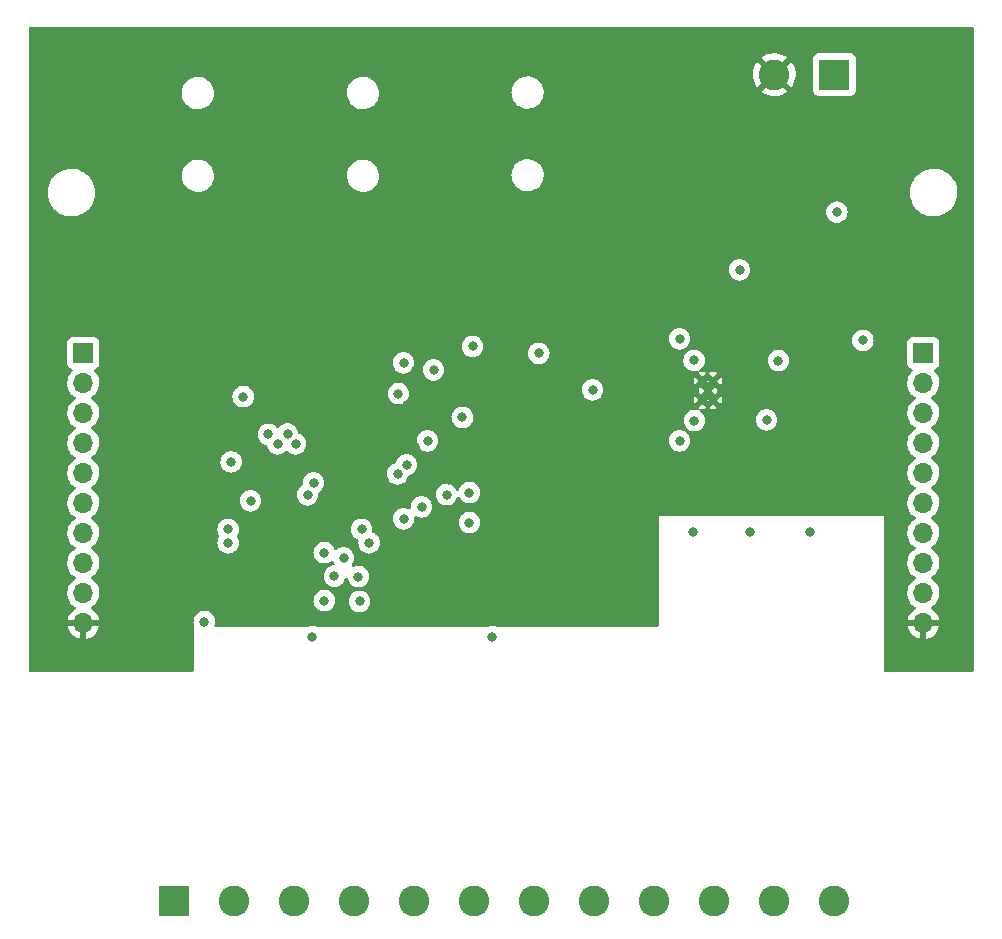
<source format=gbr>
%TF.GenerationSoftware,KiCad,Pcbnew,(6.0.8)*%
%TF.CreationDate,2022-11-04T20:36:36+01:00*%
%TF.ProjectId,Power_Meter,506f7765-725f-44d6-9574-65722e6b6963,rev?*%
%TF.SameCoordinates,Original*%
%TF.FileFunction,Copper,L2,Inr*%
%TF.FilePolarity,Positive*%
%FSLAX46Y46*%
G04 Gerber Fmt 4.6, Leading zero omitted, Abs format (unit mm)*
G04 Created by KiCad (PCBNEW (6.0.8)) date 2022-11-04 20:36:36*
%MOMM*%
%LPD*%
G01*
G04 APERTURE LIST*
%TA.AperFunction,ComponentPad*%
%ADD10R,1.700000X1.700000*%
%TD*%
%TA.AperFunction,ComponentPad*%
%ADD11O,1.700000X1.700000*%
%TD*%
%TA.AperFunction,ComponentPad*%
%ADD12R,2.600000X2.600000*%
%TD*%
%TA.AperFunction,ComponentPad*%
%ADD13C,2.600000*%
%TD*%
%TA.AperFunction,ComponentPad*%
%ADD14C,0.500000*%
%TD*%
%TA.AperFunction,ViaPad*%
%ADD15C,0.800000*%
%TD*%
G04 APERTURE END LIST*
D10*
%TO.N,+5V*%
%TO.C,J6*%
X75500000Y-88580000D03*
D11*
%TO.N,Net-(J6-Pad2)*%
X75500000Y-91120000D03*
%TO.N,Net-(J6-Pad3)*%
X75500000Y-93660000D03*
%TO.N,/Current Frontend/I_rms_out*%
X75500000Y-96200000D03*
%TO.N,/Voltage Frontend/V_rms_out*%
X75500000Y-98740000D03*
%TO.N,/Current Frontend/I_phase_out*%
X75500000Y-101280000D03*
%TO.N,/Voltage Frontend/V_phase_out*%
X75500000Y-103820000D03*
%TO.N,unconnected-(J6-Pad8)*%
X75500000Y-106360000D03*
%TO.N,unconnected-(J6-Pad9)*%
X75500000Y-108900000D03*
%TO.N,GND*%
X75500000Y-111440000D03*
%TD*%
D10*
%TO.N,+5V*%
%TO.C,J7*%
X146620000Y-88580000D03*
D11*
%TO.N,+3V3*%
X146620000Y-91120000D03*
%TO.N,-3V3*%
X146620000Y-93660000D03*
%TO.N,unconnected-(J7-Pad4)*%
X146620000Y-96200000D03*
%TO.N,unconnected-(J7-Pad5)*%
X146620000Y-98740000D03*
%TO.N,unconnected-(J7-Pad6)*%
X146620000Y-101280000D03*
%TO.N,unconnected-(J7-Pad7)*%
X146620000Y-103820000D03*
%TO.N,unconnected-(J7-Pad8)*%
X146620000Y-106360000D03*
%TO.N,unconnected-(J7-Pad9)*%
X146620000Y-108900000D03*
%TO.N,GND*%
X146620000Y-111440000D03*
%TD*%
D12*
%TO.N,unconnected-(J4-Pad1)*%
%TO.C,J4*%
X83200000Y-135000000D03*
D13*
%TO.N,L1*%
X88280000Y-135000000D03*
%TO.N,unconnected-(J4-Pad3)*%
X93360000Y-135000000D03*
%TO.N,unconnected-(J4-Pad4)*%
X98440000Y-135000000D03*
%TO.N,L2*%
X103520000Y-135000000D03*
%TO.N,unconnected-(J4-Pad6)*%
X108600000Y-135000000D03*
%TO.N,unconnected-(J4-Pad7)*%
X113680000Y-135000000D03*
%TO.N,L3*%
X118760000Y-135000000D03*
%TO.N,unconnected-(J4-Pad9)*%
X123840000Y-135000000D03*
%TO.N,unconnected-(J4-Pad10)*%
X128920000Y-135000000D03*
%TO.N,N*%
X134000000Y-135000000D03*
%TO.N,unconnected-(J4-Pad12)*%
X139080000Y-135000000D03*
%TD*%
D12*
%TO.N,Net-(J5-Pad1)*%
%TO.C,J5*%
X139085000Y-65000000D03*
D13*
%TO.N,GND*%
X134005000Y-65000000D03*
%TD*%
D14*
%TO.N,GND*%
%TO.C,U8*%
X128377000Y-91756000D03*
X127927000Y-90956000D03*
X127927000Y-92556000D03*
X128827000Y-90956000D03*
X128827000Y-92556000D03*
%TD*%
D15*
%TO.N,GND*%
X91948000Y-101600000D03*
X132568000Y-68261000D03*
X105664000Y-107696000D03*
X139426000Y-79056000D03*
X103594500Y-96524299D03*
X132800500Y-89194500D03*
X97626000Y-84492000D03*
X112268000Y-102362000D03*
X109982000Y-90424000D03*
X89408000Y-106172000D03*
X83647000Y-84155000D03*
X96012000Y-84328000D03*
X135890000Y-91694000D03*
X134346000Y-76516000D03*
X98230634Y-93598842D03*
X129794000Y-88900000D03*
X109728000Y-83820000D03*
X106426000Y-99314000D03*
X98284634Y-95163295D03*
X129286000Y-94234000D03*
X135362000Y-68261000D03*
X112268000Y-90170000D03*
X103632000Y-90015000D03*
X133965000Y-68261000D03*
X129413000Y-83693000D03*
X138430000Y-95250000D03*
X112776000Y-97028000D03*
X139172000Y-83628000D03*
X98229215Y-96751650D03*
X102870000Y-92964000D03*
X89774799Y-108062799D03*
X125741874Y-89938301D03*
X91857906Y-100341287D03*
X114483200Y-95007200D03*
X82296000Y-83820000D03*
X84201000Y-91440000D03*
X139954000Y-97282000D03*
X111252000Y-83820000D03*
X129540000Y-97790000D03*
X84201000Y-92935500D03*
X140442000Y-71944000D03*
X136759000Y-80072000D03*
X105664000Y-108966000D03*
%TO.N,Net-(C4-Pad2)*%
X93472000Y-96266000D03*
%TO.N,Net-(C5-Pad2)*%
X91948000Y-96266000D03*
%TO.N,Net-(C6-Pad2)*%
X89042000Y-92277000D03*
%TO.N,+3V3*%
X92787072Y-95441783D03*
X108458000Y-88010100D03*
X96754256Y-107471887D03*
X141500000Y-87500000D03*
X125984000Y-87376000D03*
X114061073Y-88608318D03*
X94488000Y-100584000D03*
X106252414Y-100567186D03*
X127212500Y-89194500D03*
X102616000Y-102616000D03*
X104648000Y-96012000D03*
X97536000Y-105918000D03*
%TO.N,-3V3*%
X104140000Y-101600000D03*
X107585277Y-94021279D03*
X89662000Y-101092000D03*
X98786000Y-107504000D03*
X118618000Y-91694000D03*
X125984000Y-96012000D03*
X105156000Y-90005500D03*
X91168276Y-95461728D03*
X127234000Y-94296000D03*
%TO.N,Net-(D4-Pad1)*%
X85740000Y-111327000D03*
X137048000Y-103707000D03*
%TO.N,Net-(D5-Pad1)*%
X131968000Y-103707000D03*
X94884000Y-112597000D03*
%TO.N,Net-(D6-Pad1)*%
X110124000Y-112597000D03*
X127142000Y-103707000D03*
%TO.N,Net-(R46-Pad2)*%
X95900000Y-105485000D03*
%TO.N,Net-(R47-Pad2)*%
X95900000Y-109549000D03*
%TO.N,Net-(R48-Pad2)*%
X98892549Y-109613049D03*
%TO.N,Net-(C31-Pad1)*%
X139299000Y-76643000D03*
%TO.N,Net-(C7-Pad1)*%
X94996000Y-99568000D03*
X102108000Y-98806000D03*
%TO.N,Net-(C8-Pad1)*%
X108184000Y-100392000D03*
X108184000Y-102932000D03*
%TO.N,/Current Frontend/I_rms_out*%
X88011000Y-97790000D03*
%TO.N,Net-(U3-Pad3)*%
X102870000Y-98044000D03*
%TO.N,Net-(U3-Pad13)*%
X102175800Y-92015800D03*
%TO.N,/Voltage Frontend/V_phase_out*%
X99695000Y-104648000D03*
X87757000Y-104648000D03*
%TO.N,/Current Frontend/I_phase_out*%
X99060000Y-103505000D03*
X87757000Y-103505000D03*
X102616000Y-89408000D03*
%TO.N,+5V*%
X131064000Y-81534000D03*
%TO.N,Net-(C24-Pad1)*%
X134346000Y-89216000D03*
%TO.N,Net-(C25-Pad1)*%
X133350000Y-94234000D03*
%TD*%
%TA.AperFunction,Conductor*%
%TO.N,GND*%
G36*
X150818121Y-60980002D02*
G01*
X150864614Y-61033658D01*
X150876000Y-61086000D01*
X150876000Y-115444000D01*
X150855998Y-115512121D01*
X150802342Y-115558614D01*
X150750000Y-115570000D01*
X143382000Y-115570000D01*
X143313879Y-115549998D01*
X143267386Y-115496342D01*
X143256000Y-115444000D01*
X143256000Y-111707966D01*
X145288257Y-111707966D01*
X145318565Y-111842446D01*
X145321645Y-111852275D01*
X145401770Y-112049603D01*
X145406413Y-112058794D01*
X145517694Y-112240388D01*
X145523777Y-112248699D01*
X145663213Y-112409667D01*
X145670580Y-112416883D01*
X145834434Y-112552916D01*
X145842881Y-112558831D01*
X146026756Y-112666279D01*
X146036042Y-112670729D01*
X146235001Y-112746703D01*
X146244899Y-112749579D01*
X146348250Y-112770606D01*
X146362299Y-112769410D01*
X146366000Y-112759065D01*
X146366000Y-112758517D01*
X146874000Y-112758517D01*
X146878064Y-112772359D01*
X146891478Y-112774393D01*
X146898184Y-112773534D01*
X146908262Y-112771392D01*
X147112255Y-112710191D01*
X147121842Y-112706433D01*
X147313095Y-112612739D01*
X147321945Y-112607464D01*
X147495328Y-112483792D01*
X147503200Y-112477139D01*
X147654052Y-112326812D01*
X147660730Y-112318965D01*
X147785003Y-112146020D01*
X147790313Y-112137183D01*
X147884670Y-111946267D01*
X147888469Y-111936672D01*
X147950377Y-111732910D01*
X147952555Y-111722837D01*
X147953986Y-111711962D01*
X147951775Y-111697778D01*
X147938617Y-111694000D01*
X146892115Y-111694000D01*
X146876876Y-111698475D01*
X146875671Y-111699865D01*
X146874000Y-111707548D01*
X146874000Y-112758517D01*
X146366000Y-112758517D01*
X146366000Y-111712115D01*
X146361525Y-111696876D01*
X146360135Y-111695671D01*
X146352452Y-111694000D01*
X145303225Y-111694000D01*
X145289694Y-111697973D01*
X145288257Y-111707966D01*
X143256000Y-111707966D01*
X143256000Y-108866695D01*
X145257251Y-108866695D01*
X145257548Y-108871848D01*
X145257548Y-108871851D01*
X145263011Y-108966590D01*
X145270110Y-109089715D01*
X145271247Y-109094761D01*
X145271248Y-109094767D01*
X145288591Y-109171721D01*
X145319222Y-109307639D01*
X145403266Y-109514616D01*
X145454019Y-109597438D01*
X145517261Y-109700639D01*
X145519987Y-109705088D01*
X145666250Y-109873938D01*
X145838126Y-110016632D01*
X145867554Y-110033828D01*
X145911955Y-110059774D01*
X145960679Y-110111412D01*
X145973750Y-110181195D01*
X145947019Y-110246967D01*
X145906562Y-110280327D01*
X145898457Y-110284546D01*
X145889738Y-110290036D01*
X145719433Y-110417905D01*
X145711726Y-110424748D01*
X145564590Y-110578717D01*
X145558104Y-110586727D01*
X145438098Y-110762649D01*
X145433000Y-110771623D01*
X145343338Y-110964783D01*
X145339775Y-110974470D01*
X145284389Y-111174183D01*
X145285912Y-111182607D01*
X145298292Y-111186000D01*
X147938344Y-111186000D01*
X147951875Y-111182027D01*
X147953180Y-111172947D01*
X147911214Y-111005875D01*
X147907894Y-110996124D01*
X147822972Y-110800814D01*
X147818105Y-110791739D01*
X147702426Y-110612926D01*
X147696136Y-110604757D01*
X147552806Y-110447240D01*
X147545273Y-110440215D01*
X147378139Y-110308222D01*
X147369556Y-110302520D01*
X147332602Y-110282120D01*
X147282631Y-110231687D01*
X147267859Y-110162245D01*
X147292975Y-110095839D01*
X147320327Y-110069232D01*
X147369962Y-110033828D01*
X147499860Y-109941173D01*
X147658096Y-109783489D01*
X147717594Y-109700689D01*
X147785435Y-109606277D01*
X147788453Y-109602077D01*
X147804052Y-109570516D01*
X147885136Y-109406453D01*
X147885137Y-109406451D01*
X147887430Y-109401811D01*
X147934229Y-109247778D01*
X147950865Y-109193023D01*
X147950865Y-109193021D01*
X147952370Y-109188069D01*
X147981529Y-108966590D01*
X147983156Y-108900000D01*
X147964852Y-108677361D01*
X147910431Y-108460702D01*
X147821354Y-108255840D01*
X147700014Y-108068277D01*
X147549670Y-107903051D01*
X147545619Y-107899852D01*
X147545615Y-107899848D01*
X147378414Y-107767800D01*
X147378410Y-107767798D01*
X147374359Y-107764598D01*
X147333053Y-107741796D01*
X147283084Y-107691364D01*
X147268312Y-107621921D01*
X147293428Y-107555516D01*
X147320780Y-107528909D01*
X147364905Y-107497435D01*
X147499860Y-107401173D01*
X147658096Y-107243489D01*
X147717594Y-107160689D01*
X147785435Y-107066277D01*
X147788453Y-107062077D01*
X147887430Y-106861811D01*
X147919900Y-106754940D01*
X147950865Y-106653023D01*
X147950865Y-106653021D01*
X147952370Y-106648069D01*
X147981529Y-106426590D01*
X147981611Y-106423240D01*
X147983074Y-106363365D01*
X147983074Y-106363361D01*
X147983156Y-106360000D01*
X147964852Y-106137361D01*
X147910431Y-105920702D01*
X147821354Y-105715840D01*
X147781906Y-105654862D01*
X147702822Y-105532617D01*
X147702820Y-105532614D01*
X147700014Y-105528277D01*
X147549670Y-105363051D01*
X147545619Y-105359852D01*
X147545615Y-105359848D01*
X147378414Y-105227800D01*
X147378410Y-105227798D01*
X147374359Y-105224598D01*
X147333053Y-105201796D01*
X147283084Y-105151364D01*
X147268312Y-105081921D01*
X147293428Y-105015516D01*
X147320780Y-104988909D01*
X147378054Y-104948056D01*
X147499860Y-104861173D01*
X147516887Y-104844206D01*
X147654435Y-104707137D01*
X147658096Y-104703489D01*
X147717594Y-104620689D01*
X147785435Y-104526277D01*
X147788453Y-104522077D01*
X147804052Y-104490516D01*
X147885136Y-104326453D01*
X147885137Y-104326451D01*
X147887430Y-104321811D01*
X147952370Y-104108069D01*
X147981529Y-103886590D01*
X147983156Y-103820000D01*
X147964852Y-103597361D01*
X147910431Y-103380702D01*
X147821354Y-103175840D01*
X147700014Y-102988277D01*
X147549670Y-102823051D01*
X147545619Y-102819852D01*
X147545615Y-102819848D01*
X147378414Y-102687800D01*
X147378410Y-102687798D01*
X147374359Y-102684598D01*
X147333053Y-102661796D01*
X147283084Y-102611364D01*
X147268312Y-102541921D01*
X147293428Y-102475516D01*
X147320780Y-102448909D01*
X147388263Y-102400774D01*
X147499860Y-102321173D01*
X147658096Y-102163489D01*
X147677171Y-102136944D01*
X147785435Y-101986277D01*
X147788453Y-101982077D01*
X147790825Y-101977279D01*
X147885136Y-101786453D01*
X147885137Y-101786451D01*
X147887430Y-101781811D01*
X147952370Y-101568069D01*
X147981529Y-101346590D01*
X147983156Y-101280000D01*
X147964852Y-101057361D01*
X147910431Y-100840702D01*
X147821354Y-100635840D01*
X147772693Y-100560621D01*
X147702822Y-100452617D01*
X147702820Y-100452614D01*
X147700014Y-100448277D01*
X147549670Y-100283051D01*
X147545619Y-100279852D01*
X147545615Y-100279848D01*
X147378414Y-100147800D01*
X147378410Y-100147798D01*
X147374359Y-100144598D01*
X147333053Y-100121796D01*
X147283084Y-100071364D01*
X147268312Y-100001921D01*
X147293428Y-99935516D01*
X147320780Y-99908909D01*
X147388263Y-99860774D01*
X147499860Y-99781173D01*
X147507678Y-99773383D01*
X147654435Y-99627137D01*
X147658096Y-99623489D01*
X147677046Y-99597118D01*
X147785435Y-99446277D01*
X147788453Y-99442077D01*
X147816843Y-99384635D01*
X147885136Y-99246453D01*
X147885137Y-99246451D01*
X147887430Y-99241811D01*
X147952370Y-99028069D01*
X147981529Y-98806590D01*
X147982255Y-98776882D01*
X147983074Y-98743365D01*
X147983074Y-98743361D01*
X147983156Y-98740000D01*
X147964852Y-98517361D01*
X147910431Y-98300702D01*
X147821354Y-98095840D01*
X147718729Y-97937206D01*
X147702822Y-97912617D01*
X147702820Y-97912614D01*
X147700014Y-97908277D01*
X147549670Y-97743051D01*
X147545619Y-97739852D01*
X147545615Y-97739848D01*
X147378414Y-97607800D01*
X147378410Y-97607798D01*
X147374359Y-97604598D01*
X147333053Y-97581796D01*
X147283084Y-97531364D01*
X147268312Y-97461921D01*
X147293428Y-97395516D01*
X147320780Y-97368909D01*
X147364603Y-97337650D01*
X147499860Y-97241173D01*
X147658096Y-97083489D01*
X147677046Y-97057118D01*
X147785435Y-96906277D01*
X147788453Y-96902077D01*
X147817059Y-96844198D01*
X147885136Y-96706453D01*
X147885137Y-96706451D01*
X147887430Y-96701811D01*
X147952370Y-96488069D01*
X147981529Y-96266590D01*
X147983156Y-96200000D01*
X147964852Y-95977361D01*
X147910431Y-95760702D01*
X147821354Y-95555840D01*
X147771491Y-95478763D01*
X147702822Y-95372617D01*
X147702820Y-95372614D01*
X147700014Y-95368277D01*
X147549670Y-95203051D01*
X147545619Y-95199852D01*
X147545615Y-95199848D01*
X147378414Y-95067800D01*
X147378410Y-95067798D01*
X147374359Y-95064598D01*
X147333053Y-95041796D01*
X147283084Y-94991364D01*
X147268312Y-94921921D01*
X147293428Y-94855516D01*
X147320780Y-94828909D01*
X147364603Y-94797650D01*
X147499860Y-94701173D01*
X147526636Y-94674491D01*
X147602119Y-94599271D01*
X147658096Y-94543489D01*
X147717594Y-94460689D01*
X147785435Y-94366277D01*
X147788453Y-94362077D01*
X147817866Y-94302565D01*
X147885136Y-94166453D01*
X147885137Y-94166451D01*
X147887430Y-94161811D01*
X147952370Y-93948069D01*
X147981529Y-93726590D01*
X147983156Y-93660000D01*
X147964852Y-93437361D01*
X147910431Y-93220702D01*
X147821354Y-93015840D01*
X147760882Y-92922365D01*
X147702822Y-92832617D01*
X147702820Y-92832614D01*
X147700014Y-92828277D01*
X147549670Y-92663051D01*
X147545619Y-92659852D01*
X147545615Y-92659848D01*
X147378414Y-92527800D01*
X147378410Y-92527798D01*
X147374359Y-92524598D01*
X147333053Y-92501796D01*
X147283084Y-92451364D01*
X147268312Y-92381921D01*
X147293428Y-92315516D01*
X147320780Y-92288909D01*
X147364603Y-92257650D01*
X147499860Y-92161173D01*
X147658096Y-92003489D01*
X147717594Y-91920689D01*
X147785435Y-91826277D01*
X147788453Y-91822077D01*
X147816376Y-91765580D01*
X147885136Y-91626453D01*
X147885137Y-91626451D01*
X147887430Y-91621811D01*
X147952370Y-91408069D01*
X147981529Y-91186590D01*
X147982530Y-91145634D01*
X147983074Y-91123365D01*
X147983074Y-91123361D01*
X147983156Y-91120000D01*
X147964852Y-90897361D01*
X147910431Y-90680702D01*
X147821354Y-90475840D01*
X147753382Y-90370771D01*
X147702822Y-90292617D01*
X147702820Y-90292614D01*
X147700014Y-90288277D01*
X147696532Y-90284450D01*
X147552798Y-90126488D01*
X147521746Y-90062642D01*
X147530141Y-89992143D01*
X147575317Y-89937375D01*
X147601761Y-89923706D01*
X147708297Y-89883767D01*
X147716705Y-89880615D01*
X147833261Y-89793261D01*
X147920615Y-89676705D01*
X147971745Y-89540316D01*
X147978500Y-89478134D01*
X147978500Y-87681866D01*
X147971745Y-87619684D01*
X147920615Y-87483295D01*
X147833261Y-87366739D01*
X147716705Y-87279385D01*
X147580316Y-87228255D01*
X147518134Y-87221500D01*
X145721866Y-87221500D01*
X145659684Y-87228255D01*
X145523295Y-87279385D01*
X145406739Y-87366739D01*
X145319385Y-87483295D01*
X145268255Y-87619684D01*
X145261500Y-87681866D01*
X145261500Y-89478134D01*
X145268255Y-89540316D01*
X145319385Y-89676705D01*
X145406739Y-89793261D01*
X145523295Y-89880615D01*
X145531704Y-89883767D01*
X145531705Y-89883768D01*
X145640451Y-89924535D01*
X145697216Y-89967176D01*
X145721916Y-90033738D01*
X145706709Y-90103087D01*
X145687316Y-90129568D01*
X145609500Y-90210998D01*
X145560629Y-90262138D01*
X145434743Y-90446680D01*
X145419003Y-90480590D01*
X145348041Y-90633465D01*
X145340688Y-90649305D01*
X145280989Y-90864570D01*
X145257251Y-91086695D01*
X145257548Y-91091848D01*
X145257548Y-91091851D01*
X145268499Y-91281772D01*
X145270110Y-91309715D01*
X145271247Y-91314761D01*
X145271248Y-91314767D01*
X145274395Y-91328729D01*
X145319222Y-91527639D01*
X145364246Y-91638521D01*
X145397917Y-91721442D01*
X145403266Y-91734616D01*
X145417064Y-91757132D01*
X145511801Y-91911729D01*
X145519987Y-91925088D01*
X145666250Y-92093938D01*
X145838126Y-92236632D01*
X145895973Y-92270435D01*
X145911445Y-92279476D01*
X145960169Y-92331114D01*
X145973240Y-92400897D01*
X145946509Y-92466669D01*
X145906055Y-92500027D01*
X145893607Y-92506507D01*
X145889474Y-92509610D01*
X145889471Y-92509612D01*
X145816812Y-92564166D01*
X145714965Y-92640635D01*
X145560629Y-92802138D01*
X145434743Y-92986680D01*
X145340688Y-93189305D01*
X145280989Y-93404570D01*
X145257251Y-93626695D01*
X145257548Y-93631848D01*
X145257548Y-93631851D01*
X145263011Y-93726590D01*
X145270110Y-93849715D01*
X145271247Y-93854761D01*
X145271248Y-93854767D01*
X145291119Y-93942939D01*
X145319222Y-94067639D01*
X145403266Y-94274616D01*
X145405965Y-94279020D01*
X145479218Y-94398558D01*
X145519987Y-94465088D01*
X145666250Y-94633938D01*
X145742846Y-94697529D01*
X145827522Y-94767828D01*
X145838126Y-94776632D01*
X145857192Y-94787773D01*
X145911445Y-94819476D01*
X145960169Y-94871114D01*
X145973240Y-94940897D01*
X145946509Y-95006669D01*
X145906055Y-95040027D01*
X145893607Y-95046507D01*
X145889474Y-95049610D01*
X145889471Y-95049612D01*
X145719100Y-95177530D01*
X145714965Y-95180635D01*
X145560629Y-95342138D01*
X145434743Y-95526680D01*
X145419003Y-95560590D01*
X145343082Y-95724148D01*
X145340688Y-95729305D01*
X145280989Y-95944570D01*
X145257251Y-96166695D01*
X145257548Y-96171848D01*
X145257548Y-96171851D01*
X145262977Y-96266000D01*
X145270110Y-96389715D01*
X145271247Y-96394761D01*
X145271248Y-96394767D01*
X145281697Y-96441129D01*
X145319222Y-96607639D01*
X145357461Y-96701811D01*
X145398527Y-96802944D01*
X145403266Y-96814616D01*
X145405965Y-96819020D01*
X145514539Y-96996197D01*
X145519987Y-97005088D01*
X145666250Y-97173938D01*
X145838126Y-97316632D01*
X145908595Y-97357811D01*
X145911445Y-97359476D01*
X145960169Y-97411114D01*
X145973240Y-97480897D01*
X145946509Y-97546669D01*
X145906055Y-97580027D01*
X145893607Y-97586507D01*
X145889474Y-97589610D01*
X145889471Y-97589612D01*
X145719100Y-97717530D01*
X145714965Y-97720635D01*
X145711393Y-97724373D01*
X145587450Y-97854072D01*
X145560629Y-97882138D01*
X145557715Y-97886410D01*
X145557714Y-97886411D01*
X145498398Y-97973365D01*
X145434743Y-98066680D01*
X145419003Y-98100590D01*
X145343082Y-98264148D01*
X145340688Y-98269305D01*
X145280989Y-98484570D01*
X145257251Y-98706695D01*
X145257548Y-98711848D01*
X145257548Y-98711851D01*
X145262977Y-98806000D01*
X145270110Y-98929715D01*
X145271247Y-98934761D01*
X145271248Y-98934767D01*
X145293392Y-99033023D01*
X145319222Y-99147639D01*
X145357461Y-99241811D01*
X145398527Y-99342944D01*
X145403266Y-99354616D01*
X145405965Y-99359020D01*
X145506578Y-99523206D01*
X145519987Y-99545088D01*
X145666250Y-99713938D01*
X145838126Y-99856632D01*
X145885709Y-99884437D01*
X145911445Y-99899476D01*
X145960169Y-99951114D01*
X145973240Y-100020897D01*
X145946509Y-100086669D01*
X145906055Y-100120027D01*
X145893607Y-100126507D01*
X145889474Y-100129610D01*
X145889471Y-100129612D01*
X145719100Y-100257530D01*
X145714965Y-100260635D01*
X145711393Y-100264373D01*
X145587450Y-100394072D01*
X145560629Y-100422138D01*
X145434743Y-100606680D01*
X145419003Y-100640590D01*
X145367961Y-100750551D01*
X145340688Y-100809305D01*
X145280989Y-101024570D01*
X145257251Y-101246695D01*
X145257548Y-101251848D01*
X145257548Y-101251851D01*
X145263011Y-101346590D01*
X145270110Y-101469715D01*
X145271247Y-101474761D01*
X145271248Y-101474767D01*
X145291119Y-101562939D01*
X145319222Y-101687639D01*
X145403266Y-101894616D01*
X145442174Y-101958109D01*
X145516291Y-102079056D01*
X145519987Y-102085088D01*
X145666250Y-102253938D01*
X145838126Y-102396632D01*
X145877763Y-102419794D01*
X145911445Y-102439476D01*
X145960169Y-102491114D01*
X145973240Y-102560897D01*
X145946509Y-102626669D01*
X145906055Y-102660027D01*
X145893607Y-102666507D01*
X145889474Y-102669610D01*
X145889471Y-102669612D01*
X145719100Y-102797530D01*
X145714965Y-102800635D01*
X145696605Y-102819848D01*
X145589430Y-102932000D01*
X145560629Y-102962138D01*
X145434743Y-103146680D01*
X145419003Y-103180590D01*
X145359493Y-103308794D01*
X145340688Y-103349305D01*
X145280989Y-103564570D01*
X145257251Y-103786695D01*
X145257548Y-103791848D01*
X145257548Y-103791851D01*
X145263011Y-103886590D01*
X145270110Y-104009715D01*
X145271247Y-104014761D01*
X145271248Y-104014767D01*
X145293392Y-104113023D01*
X145319222Y-104227639D01*
X145403266Y-104434616D01*
X145442180Y-104498118D01*
X145517261Y-104620639D01*
X145519987Y-104625088D01*
X145666250Y-104793938D01*
X145838126Y-104936632D01*
X145849277Y-104943148D01*
X145911445Y-104979476D01*
X145960169Y-105031114D01*
X145973240Y-105100897D01*
X145946509Y-105166669D01*
X145906055Y-105200027D01*
X145893607Y-105206507D01*
X145889474Y-105209610D01*
X145889471Y-105209612D01*
X145725865Y-105332451D01*
X145714965Y-105340635D01*
X145711393Y-105344373D01*
X145618287Y-105441803D01*
X145560629Y-105502138D01*
X145557715Y-105506410D01*
X145557714Y-105506411D01*
X145526118Y-105552729D01*
X145434743Y-105686680D01*
X145419003Y-105720590D01*
X145355890Y-105856556D01*
X145340688Y-105889305D01*
X145280989Y-106104570D01*
X145257251Y-106326695D01*
X145257548Y-106331848D01*
X145257548Y-106331851D01*
X145264316Y-106449226D01*
X145270110Y-106549715D01*
X145271247Y-106554761D01*
X145271248Y-106554767D01*
X145289982Y-106637892D01*
X145319222Y-106767639D01*
X145403266Y-106974616D01*
X145519987Y-107165088D01*
X145666250Y-107333938D01*
X145838126Y-107476632D01*
X145873726Y-107497435D01*
X145911445Y-107519476D01*
X145960169Y-107571114D01*
X145973240Y-107640897D01*
X145946509Y-107706669D01*
X145906055Y-107740027D01*
X145893607Y-107746507D01*
X145889474Y-107749610D01*
X145889471Y-107749612D01*
X145719100Y-107877530D01*
X145714965Y-107880635D01*
X145560629Y-108042138D01*
X145434743Y-108226680D01*
X145419683Y-108259124D01*
X145348489Y-108412500D01*
X145340688Y-108429305D01*
X145280989Y-108644570D01*
X145257251Y-108866695D01*
X143256000Y-108866695D01*
X143256000Y-102362000D01*
X124206000Y-102362000D01*
X124206000Y-111634000D01*
X124185998Y-111702121D01*
X124132342Y-111748614D01*
X124080000Y-111760000D01*
X110504482Y-111760000D01*
X110453234Y-111749107D01*
X110412323Y-111730892D01*
X110412315Y-111730889D01*
X110406288Y-111728206D01*
X110309100Y-111707548D01*
X110225944Y-111689872D01*
X110225939Y-111689872D01*
X110219487Y-111688500D01*
X110028513Y-111688500D01*
X110022061Y-111689872D01*
X110022056Y-111689872D01*
X109938900Y-111707548D01*
X109841712Y-111728206D01*
X109835685Y-111730889D01*
X109835677Y-111730892D01*
X109794766Y-111749107D01*
X109743518Y-111760000D01*
X95264482Y-111760000D01*
X95213234Y-111749107D01*
X95172323Y-111730892D01*
X95172315Y-111730889D01*
X95166288Y-111728206D01*
X95069100Y-111707548D01*
X94985944Y-111689872D01*
X94985939Y-111689872D01*
X94979487Y-111688500D01*
X94788513Y-111688500D01*
X94782061Y-111689872D01*
X94782056Y-111689872D01*
X94698900Y-111707548D01*
X94601712Y-111728206D01*
X94595685Y-111730889D01*
X94595677Y-111730892D01*
X94554766Y-111749107D01*
X94503518Y-111760000D01*
X86727987Y-111760000D01*
X86659866Y-111739998D01*
X86613373Y-111686342D01*
X86603269Y-111616068D01*
X86608154Y-111595064D01*
X86631502Y-111523206D01*
X86631503Y-111523203D01*
X86633542Y-111516928D01*
X86653504Y-111327000D01*
X86646822Y-111263427D01*
X86634232Y-111143635D01*
X86634232Y-111143633D01*
X86633542Y-111137072D01*
X86574527Y-110955444D01*
X86479040Y-110790056D01*
X86461390Y-110770453D01*
X86355675Y-110653045D01*
X86355674Y-110653044D01*
X86351253Y-110648134D01*
X86196752Y-110535882D01*
X86190724Y-110533198D01*
X86190722Y-110533197D01*
X86028319Y-110460891D01*
X86028318Y-110460891D01*
X86022288Y-110458206D01*
X85928887Y-110438353D01*
X85841944Y-110419872D01*
X85841939Y-110419872D01*
X85835487Y-110418500D01*
X85644513Y-110418500D01*
X85638061Y-110419872D01*
X85638056Y-110419872D01*
X85551113Y-110438353D01*
X85457712Y-110458206D01*
X85451682Y-110460891D01*
X85451681Y-110460891D01*
X85289278Y-110533197D01*
X85289276Y-110533198D01*
X85283248Y-110535882D01*
X85128747Y-110648134D01*
X85124326Y-110653044D01*
X85124325Y-110653045D01*
X85018611Y-110770453D01*
X85000960Y-110790056D01*
X84905473Y-110955444D01*
X84846458Y-111137072D01*
X84845768Y-111143633D01*
X84845768Y-111143635D01*
X84833178Y-111263427D01*
X84826496Y-111327000D01*
X84846458Y-111516928D01*
X84880900Y-111622929D01*
X84882928Y-111693895D01*
X84856291Y-111744377D01*
X84842753Y-111760000D01*
X84836000Y-111760000D01*
X84836000Y-115444000D01*
X84815998Y-115512121D01*
X84762342Y-115558614D01*
X84710000Y-115570000D01*
X70992000Y-115570000D01*
X70923879Y-115549998D01*
X70877386Y-115496342D01*
X70866000Y-115444000D01*
X70866000Y-111707966D01*
X74168257Y-111707966D01*
X74198565Y-111842446D01*
X74201645Y-111852275D01*
X74281770Y-112049603D01*
X74286413Y-112058794D01*
X74397694Y-112240388D01*
X74403777Y-112248699D01*
X74543213Y-112409667D01*
X74550580Y-112416883D01*
X74714434Y-112552916D01*
X74722881Y-112558831D01*
X74906756Y-112666279D01*
X74916042Y-112670729D01*
X75115001Y-112746703D01*
X75124899Y-112749579D01*
X75228250Y-112770606D01*
X75242299Y-112769410D01*
X75246000Y-112759065D01*
X75246000Y-112758517D01*
X75754000Y-112758517D01*
X75758064Y-112772359D01*
X75771478Y-112774393D01*
X75778184Y-112773534D01*
X75788262Y-112771392D01*
X75992255Y-112710191D01*
X76001842Y-112706433D01*
X76193095Y-112612739D01*
X76201945Y-112607464D01*
X76375328Y-112483792D01*
X76383200Y-112477139D01*
X76534052Y-112326812D01*
X76540730Y-112318965D01*
X76665003Y-112146020D01*
X76670313Y-112137183D01*
X76764670Y-111946267D01*
X76768469Y-111936672D01*
X76830377Y-111732910D01*
X76832555Y-111722837D01*
X76833986Y-111711962D01*
X76831775Y-111697778D01*
X76818617Y-111694000D01*
X75772115Y-111694000D01*
X75756876Y-111698475D01*
X75755671Y-111699865D01*
X75754000Y-111707548D01*
X75754000Y-112758517D01*
X75246000Y-112758517D01*
X75246000Y-111712115D01*
X75241525Y-111696876D01*
X75240135Y-111695671D01*
X75232452Y-111694000D01*
X74183225Y-111694000D01*
X74169694Y-111697973D01*
X74168257Y-111707966D01*
X70866000Y-111707966D01*
X70866000Y-108866695D01*
X74137251Y-108866695D01*
X74137548Y-108871848D01*
X74137548Y-108871851D01*
X74143011Y-108966590D01*
X74150110Y-109089715D01*
X74151247Y-109094761D01*
X74151248Y-109094767D01*
X74168591Y-109171721D01*
X74199222Y-109307639D01*
X74283266Y-109514616D01*
X74334019Y-109597438D01*
X74397261Y-109700639D01*
X74399987Y-109705088D01*
X74546250Y-109873938D01*
X74718126Y-110016632D01*
X74747554Y-110033828D01*
X74791955Y-110059774D01*
X74840679Y-110111412D01*
X74853750Y-110181195D01*
X74827019Y-110246967D01*
X74786562Y-110280327D01*
X74778457Y-110284546D01*
X74769738Y-110290036D01*
X74599433Y-110417905D01*
X74591726Y-110424748D01*
X74444590Y-110578717D01*
X74438104Y-110586727D01*
X74318098Y-110762649D01*
X74313000Y-110771623D01*
X74223338Y-110964783D01*
X74219775Y-110974470D01*
X74164389Y-111174183D01*
X74165912Y-111182607D01*
X74178292Y-111186000D01*
X76818344Y-111186000D01*
X76831875Y-111182027D01*
X76833180Y-111172947D01*
X76791214Y-111005875D01*
X76787894Y-110996124D01*
X76702972Y-110800814D01*
X76698105Y-110791739D01*
X76582426Y-110612926D01*
X76576136Y-110604757D01*
X76432806Y-110447240D01*
X76425273Y-110440215D01*
X76258139Y-110308222D01*
X76249556Y-110302520D01*
X76212602Y-110282120D01*
X76162631Y-110231687D01*
X76147859Y-110162245D01*
X76172975Y-110095839D01*
X76200327Y-110069232D01*
X76249962Y-110033828D01*
X76379860Y-109941173D01*
X76538096Y-109783489D01*
X76597594Y-109700689D01*
X76665435Y-109606277D01*
X76668453Y-109602077D01*
X76684052Y-109570516D01*
X76694686Y-109549000D01*
X94986496Y-109549000D01*
X94987186Y-109555565D01*
X95003275Y-109708639D01*
X95006458Y-109738928D01*
X95065473Y-109920556D01*
X95160960Y-110085944D01*
X95165378Y-110090851D01*
X95165379Y-110090852D01*
X95284325Y-110222955D01*
X95288747Y-110227866D01*
X95443248Y-110340118D01*
X95449276Y-110342802D01*
X95449278Y-110342803D01*
X95605711Y-110412451D01*
X95617712Y-110417794D01*
X95711113Y-110437647D01*
X95798056Y-110456128D01*
X95798061Y-110456128D01*
X95804513Y-110457500D01*
X95995487Y-110457500D01*
X96001939Y-110456128D01*
X96001944Y-110456128D01*
X96088888Y-110437647D01*
X96182288Y-110417794D01*
X96194289Y-110412451D01*
X96350722Y-110342803D01*
X96350724Y-110342802D01*
X96356752Y-110340118D01*
X96511253Y-110227866D01*
X96515675Y-110222955D01*
X96634621Y-110090852D01*
X96634622Y-110090851D01*
X96639040Y-110085944D01*
X96734527Y-109920556D01*
X96793542Y-109738928D01*
X96796726Y-109708639D01*
X96806772Y-109613049D01*
X97979045Y-109613049D01*
X97979735Y-109619614D01*
X97996518Y-109779292D01*
X97999007Y-109802977D01*
X98058022Y-109984605D01*
X98153509Y-110149993D01*
X98157927Y-110154900D01*
X98157928Y-110154901D01*
X98274661Y-110284546D01*
X98281296Y-110291915D01*
X98435797Y-110404167D01*
X98441825Y-110406851D01*
X98441827Y-110406852D01*
X98604230Y-110479158D01*
X98610261Y-110481843D01*
X98703662Y-110501696D01*
X98790605Y-110520177D01*
X98790610Y-110520177D01*
X98797062Y-110521549D01*
X98988036Y-110521549D01*
X98994488Y-110520177D01*
X98994493Y-110520177D01*
X99081436Y-110501696D01*
X99174837Y-110481843D01*
X99180868Y-110479158D01*
X99343271Y-110406852D01*
X99343273Y-110406851D01*
X99349301Y-110404167D01*
X99503802Y-110291915D01*
X99510437Y-110284546D01*
X99627170Y-110154901D01*
X99627171Y-110154900D01*
X99631589Y-110149993D01*
X99727076Y-109984605D01*
X99786091Y-109802977D01*
X99788581Y-109779292D01*
X99805363Y-109619614D01*
X99806053Y-109613049D01*
X99796170Y-109519020D01*
X99786781Y-109429684D01*
X99786781Y-109429682D01*
X99786091Y-109423121D01*
X99727076Y-109241493D01*
X99631589Y-109076105D01*
X99503802Y-108934183D01*
X99349301Y-108821931D01*
X99343273Y-108819247D01*
X99343271Y-108819246D01*
X99180868Y-108746940D01*
X99180867Y-108746940D01*
X99174837Y-108744255D01*
X99081437Y-108724402D01*
X98994493Y-108705921D01*
X98994488Y-108705921D01*
X98988036Y-108704549D01*
X98797062Y-108704549D01*
X98790610Y-108705921D01*
X98790605Y-108705921D01*
X98703661Y-108724402D01*
X98610261Y-108744255D01*
X98604231Y-108746940D01*
X98604230Y-108746940D01*
X98441827Y-108819246D01*
X98441825Y-108819247D01*
X98435797Y-108821931D01*
X98281296Y-108934183D01*
X98153509Y-109076105D01*
X98058022Y-109241493D01*
X97999007Y-109423121D01*
X97998317Y-109429682D01*
X97998317Y-109429684D01*
X97988928Y-109519020D01*
X97979045Y-109613049D01*
X96806772Y-109613049D01*
X96812814Y-109555565D01*
X96813504Y-109549000D01*
X96803927Y-109457882D01*
X96794232Y-109365635D01*
X96794232Y-109365633D01*
X96793542Y-109359072D01*
X96734527Y-109177444D01*
X96639040Y-109012056D01*
X96538145Y-108900000D01*
X96515675Y-108875045D01*
X96515674Y-108875044D01*
X96511253Y-108870134D01*
X96356752Y-108757882D01*
X96350724Y-108755198D01*
X96350722Y-108755197D01*
X96188319Y-108682891D01*
X96188318Y-108682891D01*
X96182288Y-108680206D01*
X96088887Y-108660353D01*
X96001944Y-108641872D01*
X96001939Y-108641872D01*
X95995487Y-108640500D01*
X95804513Y-108640500D01*
X95798061Y-108641872D01*
X95798056Y-108641872D01*
X95711113Y-108660353D01*
X95617712Y-108680206D01*
X95611682Y-108682891D01*
X95611681Y-108682891D01*
X95449278Y-108755197D01*
X95449276Y-108755198D01*
X95443248Y-108757882D01*
X95288747Y-108870134D01*
X95284326Y-108875044D01*
X95284325Y-108875045D01*
X95261856Y-108900000D01*
X95160960Y-109012056D01*
X95065473Y-109177444D01*
X95006458Y-109359072D01*
X95005768Y-109365633D01*
X95005768Y-109365635D01*
X94996073Y-109457882D01*
X94986496Y-109549000D01*
X76694686Y-109549000D01*
X76765136Y-109406453D01*
X76765137Y-109406451D01*
X76767430Y-109401811D01*
X76814229Y-109247778D01*
X76830865Y-109193023D01*
X76830865Y-109193021D01*
X76832370Y-109188069D01*
X76861529Y-108966590D01*
X76863156Y-108900000D01*
X76844852Y-108677361D01*
X76790431Y-108460702D01*
X76701354Y-108255840D01*
X76580014Y-108068277D01*
X76429670Y-107903051D01*
X76425619Y-107899852D01*
X76425615Y-107899848D01*
X76258414Y-107767800D01*
X76258410Y-107767798D01*
X76254359Y-107764598D01*
X76213053Y-107741796D01*
X76163084Y-107691364D01*
X76148312Y-107621921D01*
X76173428Y-107555516D01*
X76200780Y-107528909D01*
X76244905Y-107497435D01*
X76379860Y-107401173D01*
X76538096Y-107243489D01*
X76597594Y-107160689D01*
X76665435Y-107066277D01*
X76668453Y-107062077D01*
X76767430Y-106861811D01*
X76799900Y-106754940D01*
X76830865Y-106653023D01*
X76830865Y-106653021D01*
X76832370Y-106648069D01*
X76861529Y-106426590D01*
X76861611Y-106423240D01*
X76863074Y-106363365D01*
X76863074Y-106363361D01*
X76863156Y-106360000D01*
X76844852Y-106137361D01*
X76790431Y-105920702D01*
X76701354Y-105715840D01*
X76661906Y-105654862D01*
X76582822Y-105532617D01*
X76582820Y-105532614D01*
X76580014Y-105528277D01*
X76429670Y-105363051D01*
X76425619Y-105359852D01*
X76425615Y-105359848D01*
X76258414Y-105227800D01*
X76258410Y-105227798D01*
X76254359Y-105224598D01*
X76213053Y-105201796D01*
X76163084Y-105151364D01*
X76148312Y-105081921D01*
X76173428Y-105015516D01*
X76200780Y-104988909D01*
X76258054Y-104948056D01*
X76379860Y-104861173D01*
X76396887Y-104844206D01*
X76534435Y-104707137D01*
X76538096Y-104703489D01*
X76577969Y-104648000D01*
X86843496Y-104648000D01*
X86844186Y-104654565D01*
X86860633Y-104811045D01*
X86863458Y-104837928D01*
X86922473Y-105019556D01*
X87017960Y-105184944D01*
X87022378Y-105189851D01*
X87022379Y-105189852D01*
X87123029Y-105301635D01*
X87145747Y-105326866D01*
X87300248Y-105439118D01*
X87306276Y-105441802D01*
X87306278Y-105441803D01*
X87468681Y-105514109D01*
X87474712Y-105516794D01*
X87549153Y-105532617D01*
X87655056Y-105555128D01*
X87655061Y-105555128D01*
X87661513Y-105556500D01*
X87852487Y-105556500D01*
X87858939Y-105555128D01*
X87858944Y-105555128D01*
X87964847Y-105532617D01*
X88039288Y-105516794D01*
X88045319Y-105514109D01*
X88110699Y-105485000D01*
X94986496Y-105485000D01*
X94987186Y-105491565D01*
X94993615Y-105552729D01*
X95006458Y-105674928D01*
X95065473Y-105856556D01*
X95160960Y-106021944D01*
X95288747Y-106163866D01*
X95367569Y-106221134D01*
X95407515Y-106250156D01*
X95443248Y-106276118D01*
X95449276Y-106278802D01*
X95449278Y-106278803D01*
X95545317Y-106321562D01*
X95617712Y-106353794D01*
X95711112Y-106373647D01*
X95798056Y-106392128D01*
X95798061Y-106392128D01*
X95804513Y-106393500D01*
X95995487Y-106393500D01*
X96001939Y-106392128D01*
X96001944Y-106392128D01*
X96088888Y-106373647D01*
X96182288Y-106353794D01*
X96254683Y-106321562D01*
X96350722Y-106278803D01*
X96350724Y-106278802D01*
X96356752Y-106276118D01*
X96392486Y-106250156D01*
X96491802Y-106177998D01*
X96558670Y-106154140D01*
X96627821Y-106170220D01*
X96677301Y-106221134D01*
X96685695Y-106240996D01*
X96701473Y-106289556D01*
X96704776Y-106295278D01*
X96704777Y-106295279D01*
X96751448Y-106376115D01*
X96768186Y-106445110D01*
X96744966Y-106512202D01*
X96689159Y-106556089D01*
X96659685Y-106563387D01*
X96658769Y-106563387D01*
X96471968Y-106603093D01*
X96465938Y-106605778D01*
X96465937Y-106605778D01*
X96303534Y-106678084D01*
X96303532Y-106678085D01*
X96297504Y-106680769D01*
X96292163Y-106684649D01*
X96292162Y-106684650D01*
X96279172Y-106694088D01*
X96143003Y-106793021D01*
X96138582Y-106797931D01*
X96138581Y-106797932D01*
X96076885Y-106866453D01*
X96015216Y-106934943D01*
X95919729Y-107100331D01*
X95860714Y-107281959D01*
X95860024Y-107288520D01*
X95860024Y-107288522D01*
X95851460Y-107370004D01*
X95840752Y-107471887D01*
X95860714Y-107661815D01*
X95919729Y-107843443D01*
X95923032Y-107849165D01*
X95923033Y-107849166D01*
X95954144Y-107903051D01*
X96015216Y-108008831D01*
X96019634Y-108013738D01*
X96019635Y-108013739D01*
X96045206Y-108042138D01*
X96143003Y-108150753D01*
X96297504Y-108263005D01*
X96303532Y-108265689D01*
X96303534Y-108265690D01*
X96465937Y-108337996D01*
X96471968Y-108340681D01*
X96565368Y-108360534D01*
X96652312Y-108379015D01*
X96652317Y-108379015D01*
X96658769Y-108380387D01*
X96849743Y-108380387D01*
X96856195Y-108379015D01*
X96856200Y-108379015D01*
X96943144Y-108360534D01*
X97036544Y-108340681D01*
X97042575Y-108337996D01*
X97204978Y-108265690D01*
X97204980Y-108265689D01*
X97211008Y-108263005D01*
X97365509Y-108150753D01*
X97463306Y-108042138D01*
X97488877Y-108013739D01*
X97488878Y-108013738D01*
X97493296Y-108008831D01*
X97554368Y-107903051D01*
X97585479Y-107849166D01*
X97585480Y-107849165D01*
X97588783Y-107843443D01*
X97646929Y-107664489D01*
X97687003Y-107605883D01*
X97752399Y-107578246D01*
X97822356Y-107590353D01*
X97874662Y-107638359D01*
X97889031Y-107681190D01*
X97890394Y-107680900D01*
X97891768Y-107687364D01*
X97892458Y-107693928D01*
X97951473Y-107875556D01*
X97954776Y-107881278D01*
X97954777Y-107881279D01*
X97965498Y-107899848D01*
X98046960Y-108040944D01*
X98051378Y-108045851D01*
X98051379Y-108045852D01*
X98170325Y-108177955D01*
X98174747Y-108182866D01*
X98329248Y-108295118D01*
X98335276Y-108297802D01*
X98335278Y-108297803D01*
X98434666Y-108342053D01*
X98503712Y-108372794D01*
X98597113Y-108392647D01*
X98684056Y-108411128D01*
X98684061Y-108411128D01*
X98690513Y-108412500D01*
X98881487Y-108412500D01*
X98887939Y-108411128D01*
X98887944Y-108411128D01*
X98974887Y-108392647D01*
X99068288Y-108372794D01*
X99137334Y-108342053D01*
X99236722Y-108297803D01*
X99236724Y-108297802D01*
X99242752Y-108295118D01*
X99397253Y-108182866D01*
X99401675Y-108177955D01*
X99520621Y-108045852D01*
X99520622Y-108045851D01*
X99525040Y-108040944D01*
X99606502Y-107899848D01*
X99617223Y-107881279D01*
X99617224Y-107881278D01*
X99620527Y-107875556D01*
X99679542Y-107693928D01*
X99682258Y-107668093D01*
X99698814Y-107510565D01*
X99699504Y-107504000D01*
X99681630Y-107333938D01*
X99680232Y-107320635D01*
X99680232Y-107320633D01*
X99679542Y-107314072D01*
X99620527Y-107132444D01*
X99525040Y-106967056D01*
X99496126Y-106934943D01*
X99401675Y-106830045D01*
X99401674Y-106830044D01*
X99397253Y-106825134D01*
X99242752Y-106712882D01*
X99236724Y-106710198D01*
X99236722Y-106710197D01*
X99074319Y-106637891D01*
X99074318Y-106637891D01*
X99068288Y-106635206D01*
X98974888Y-106615353D01*
X98887944Y-106596872D01*
X98887939Y-106596872D01*
X98881487Y-106595500D01*
X98690513Y-106595500D01*
X98684061Y-106596872D01*
X98684056Y-106596872D01*
X98597112Y-106615353D01*
X98503712Y-106635206D01*
X98497685Y-106637889D01*
X98497677Y-106637892D01*
X98392648Y-106684654D01*
X98322281Y-106694088D01*
X98257984Y-106663981D01*
X98220171Y-106603892D01*
X98220847Y-106532899D01*
X98247762Y-106485239D01*
X98275040Y-106454944D01*
X98370527Y-106289556D01*
X98429542Y-106107928D01*
X98449504Y-105918000D01*
X98443046Y-105856556D01*
X98430232Y-105734635D01*
X98430232Y-105734633D01*
X98429542Y-105728072D01*
X98370527Y-105546444D01*
X98353050Y-105516172D01*
X98278341Y-105386774D01*
X98275040Y-105381056D01*
X98229744Y-105330749D01*
X98151675Y-105244045D01*
X98151674Y-105244044D01*
X98147253Y-105239134D01*
X98041089Y-105162001D01*
X97998094Y-105130763D01*
X97998093Y-105130762D01*
X97992752Y-105126882D01*
X97986724Y-105124198D01*
X97986722Y-105124197D01*
X97824319Y-105051891D01*
X97824318Y-105051891D01*
X97818288Y-105049206D01*
X97705721Y-105025279D01*
X97637944Y-105010872D01*
X97637939Y-105010872D01*
X97631487Y-105009500D01*
X97440513Y-105009500D01*
X97434061Y-105010872D01*
X97434056Y-105010872D01*
X97366279Y-105025279D01*
X97253712Y-105049206D01*
X97247682Y-105051891D01*
X97247681Y-105051891D01*
X97085278Y-105124197D01*
X97085276Y-105124198D01*
X97079248Y-105126882D01*
X97073907Y-105130762D01*
X97073906Y-105130763D01*
X96944198Y-105225002D01*
X96877330Y-105248860D01*
X96808179Y-105232780D01*
X96758699Y-105181866D01*
X96750304Y-105162001D01*
X96736570Y-105119731D01*
X96736569Y-105119729D01*
X96734527Y-105113444D01*
X96639040Y-104948056D01*
X96539881Y-104837928D01*
X96515675Y-104811045D01*
X96515674Y-104811044D01*
X96511253Y-104806134D01*
X96356752Y-104693882D01*
X96350724Y-104691198D01*
X96350722Y-104691197D01*
X96188319Y-104618891D01*
X96188318Y-104618891D01*
X96182288Y-104616206D01*
X96088888Y-104596353D01*
X96001944Y-104577872D01*
X96001939Y-104577872D01*
X95995487Y-104576500D01*
X95804513Y-104576500D01*
X95798061Y-104577872D01*
X95798056Y-104577872D01*
X95711113Y-104596353D01*
X95617712Y-104616206D01*
X95611682Y-104618891D01*
X95611681Y-104618891D01*
X95449278Y-104691197D01*
X95449276Y-104691198D01*
X95443248Y-104693882D01*
X95288747Y-104806134D01*
X95284326Y-104811044D01*
X95284325Y-104811045D01*
X95260120Y-104837928D01*
X95160960Y-104948056D01*
X95065473Y-105113444D01*
X95006458Y-105295072D01*
X95005768Y-105301633D01*
X95005768Y-105301635D01*
X95001669Y-105340635D01*
X94986496Y-105485000D01*
X88110699Y-105485000D01*
X88207722Y-105441803D01*
X88207724Y-105441802D01*
X88213752Y-105439118D01*
X88368253Y-105326866D01*
X88390971Y-105301635D01*
X88491621Y-105189852D01*
X88491622Y-105189851D01*
X88496040Y-105184944D01*
X88591527Y-105019556D01*
X88650542Y-104837928D01*
X88653368Y-104811045D01*
X88669814Y-104654565D01*
X88670504Y-104648000D01*
X88650542Y-104458072D01*
X88591527Y-104276444D01*
X88512462Y-104139499D01*
X88495724Y-104070505D01*
X88512462Y-104013500D01*
X88588223Y-103882279D01*
X88588224Y-103882278D01*
X88591527Y-103876556D01*
X88650542Y-103694928D01*
X88668455Y-103524500D01*
X88669814Y-103511565D01*
X88669814Y-103511564D01*
X88670504Y-103505000D01*
X98146496Y-103505000D01*
X98147186Y-103511564D01*
X98147186Y-103511565D01*
X98148546Y-103524500D01*
X98166458Y-103694928D01*
X98225473Y-103876556D01*
X98320960Y-104041944D01*
X98325378Y-104046851D01*
X98325379Y-104046852D01*
X98357472Y-104082495D01*
X98448747Y-104183866D01*
X98530721Y-104243424D01*
X98584820Y-104282729D01*
X98603248Y-104296118D01*
X98609274Y-104298801D01*
X98609281Y-104298805D01*
X98725228Y-104350427D01*
X98779324Y-104396407D01*
X98799974Y-104464334D01*
X98799290Y-104478695D01*
X98781496Y-104648000D01*
X98782186Y-104654565D01*
X98798633Y-104811045D01*
X98801458Y-104837928D01*
X98860473Y-105019556D01*
X98955960Y-105184944D01*
X98960378Y-105189851D01*
X98960379Y-105189852D01*
X99061029Y-105301635D01*
X99083747Y-105326866D01*
X99238248Y-105439118D01*
X99244276Y-105441802D01*
X99244278Y-105441803D01*
X99406681Y-105514109D01*
X99412712Y-105516794D01*
X99487153Y-105532617D01*
X99593056Y-105555128D01*
X99593061Y-105555128D01*
X99599513Y-105556500D01*
X99790487Y-105556500D01*
X99796939Y-105555128D01*
X99796944Y-105555128D01*
X99902847Y-105532617D01*
X99977288Y-105516794D01*
X99983319Y-105514109D01*
X100145722Y-105441803D01*
X100145724Y-105441802D01*
X100151752Y-105439118D01*
X100306253Y-105326866D01*
X100328971Y-105301635D01*
X100429621Y-105189852D01*
X100429622Y-105189851D01*
X100434040Y-105184944D01*
X100529527Y-105019556D01*
X100588542Y-104837928D01*
X100591368Y-104811045D01*
X100607814Y-104654565D01*
X100608504Y-104648000D01*
X100588542Y-104458072D01*
X100529527Y-104276444D01*
X100434040Y-104111056D01*
X100426732Y-104102939D01*
X100310675Y-103974045D01*
X100310674Y-103974044D01*
X100306253Y-103969134D01*
X100178831Y-103876556D01*
X100157094Y-103860763D01*
X100157093Y-103860762D01*
X100151752Y-103856882D01*
X100145726Y-103854199D01*
X100145719Y-103854195D01*
X100029772Y-103802573D01*
X99975676Y-103756593D01*
X99955026Y-103688666D01*
X99955710Y-103674305D01*
X99973504Y-103505000D01*
X99972814Y-103498435D01*
X99954232Y-103321635D01*
X99954232Y-103321633D01*
X99953542Y-103315072D01*
X99894527Y-103133444D01*
X99799040Y-102968056D01*
X99793712Y-102962138D01*
X99675675Y-102831045D01*
X99675674Y-102831044D01*
X99671253Y-102826134D01*
X99516752Y-102713882D01*
X99510724Y-102711198D01*
X99510722Y-102711197D01*
X99348319Y-102638891D01*
X99348318Y-102638891D01*
X99342288Y-102636206D01*
X99247227Y-102616000D01*
X101702496Y-102616000D01*
X101703186Y-102622565D01*
X101715747Y-102742072D01*
X101722458Y-102805928D01*
X101781473Y-102987556D01*
X101876960Y-103152944D01*
X101881378Y-103157851D01*
X101881379Y-103157852D01*
X102000325Y-103289955D01*
X102004747Y-103294866D01*
X102159248Y-103407118D01*
X102165276Y-103409802D01*
X102165278Y-103409803D01*
X102327681Y-103482109D01*
X102333712Y-103484794D01*
X102397888Y-103498435D01*
X102514056Y-103523128D01*
X102514061Y-103523128D01*
X102520513Y-103524500D01*
X102711487Y-103524500D01*
X102717939Y-103523128D01*
X102717944Y-103523128D01*
X102834112Y-103498435D01*
X102898288Y-103484794D01*
X102904319Y-103482109D01*
X103066722Y-103409803D01*
X103066724Y-103409802D01*
X103072752Y-103407118D01*
X103227253Y-103294866D01*
X103231675Y-103289955D01*
X103350621Y-103157852D01*
X103350622Y-103157851D01*
X103355040Y-103152944D01*
X103450527Y-102987556D01*
X103468578Y-102932000D01*
X107270496Y-102932000D01*
X107271186Y-102938565D01*
X107275675Y-102981271D01*
X107290458Y-103121928D01*
X107349473Y-103303556D01*
X107352776Y-103309278D01*
X107352777Y-103309279D01*
X107373176Y-103344610D01*
X107444960Y-103468944D01*
X107449378Y-103473851D01*
X107449379Y-103473852D01*
X107493747Y-103523128D01*
X107572747Y-103610866D01*
X107660049Y-103674295D01*
X107705064Y-103707000D01*
X107727248Y-103723118D01*
X107733276Y-103725802D01*
X107733278Y-103725803D01*
X107895681Y-103798109D01*
X107901712Y-103800794D01*
X107992069Y-103820000D01*
X108082056Y-103839128D01*
X108082061Y-103839128D01*
X108088513Y-103840500D01*
X108279487Y-103840500D01*
X108285939Y-103839128D01*
X108285944Y-103839128D01*
X108375931Y-103820000D01*
X108466288Y-103800794D01*
X108472319Y-103798109D01*
X108634722Y-103725803D01*
X108634724Y-103725802D01*
X108640752Y-103723118D01*
X108662937Y-103707000D01*
X108707951Y-103674295D01*
X108795253Y-103610866D01*
X108874253Y-103523128D01*
X108918621Y-103473852D01*
X108918622Y-103473851D01*
X108923040Y-103468944D01*
X108994824Y-103344610D01*
X109015223Y-103309279D01*
X109015224Y-103309278D01*
X109018527Y-103303556D01*
X109077542Y-103121928D01*
X109092326Y-102981271D01*
X109096814Y-102938565D01*
X109097504Y-102932000D01*
X109085969Y-102822251D01*
X109078232Y-102748635D01*
X109078232Y-102748633D01*
X109077542Y-102742072D01*
X109018527Y-102560444D01*
X108923040Y-102395056D01*
X108853235Y-102317529D01*
X108799675Y-102258045D01*
X108799674Y-102258044D01*
X108795253Y-102253134D01*
X108640752Y-102140882D01*
X108634724Y-102138198D01*
X108634722Y-102138197D01*
X108472319Y-102065891D01*
X108472318Y-102065891D01*
X108466288Y-102063206D01*
X108372887Y-102043353D01*
X108285944Y-102024872D01*
X108285939Y-102024872D01*
X108279487Y-102023500D01*
X108088513Y-102023500D01*
X108082061Y-102024872D01*
X108082056Y-102024872D01*
X107995113Y-102043353D01*
X107901712Y-102063206D01*
X107895682Y-102065891D01*
X107895681Y-102065891D01*
X107733278Y-102138197D01*
X107733276Y-102138198D01*
X107727248Y-102140882D01*
X107572747Y-102253134D01*
X107568326Y-102258044D01*
X107568325Y-102258045D01*
X107514766Y-102317529D01*
X107444960Y-102395056D01*
X107349473Y-102560444D01*
X107290458Y-102742072D01*
X107289768Y-102748633D01*
X107289768Y-102748635D01*
X107282031Y-102822251D01*
X107270496Y-102932000D01*
X103468578Y-102932000D01*
X103509542Y-102805928D01*
X103516254Y-102742072D01*
X103528814Y-102622565D01*
X103529504Y-102616000D01*
X103519972Y-102525309D01*
X103532744Y-102455471D01*
X103581246Y-102403624D01*
X103650079Y-102386230D01*
X103696531Y-102397032D01*
X103747656Y-102419794D01*
X103857712Y-102468794D01*
X103951113Y-102488647D01*
X104038056Y-102507128D01*
X104038061Y-102507128D01*
X104044513Y-102508500D01*
X104235487Y-102508500D01*
X104241939Y-102507128D01*
X104241944Y-102507128D01*
X104328888Y-102488647D01*
X104422288Y-102468794D01*
X104518244Y-102426072D01*
X104590722Y-102393803D01*
X104590724Y-102393802D01*
X104596752Y-102391118D01*
X104751253Y-102278866D01*
X104777216Y-102250031D01*
X104874621Y-102141852D01*
X104874622Y-102141851D01*
X104879040Y-102136944D01*
X104974527Y-101971556D01*
X105033542Y-101789928D01*
X105035138Y-101774749D01*
X105052814Y-101606565D01*
X105052814Y-101606564D01*
X105053504Y-101600000D01*
X105049609Y-101562939D01*
X105034232Y-101416635D01*
X105034232Y-101416633D01*
X105033542Y-101410072D01*
X104974527Y-101228444D01*
X104879040Y-101063056D01*
X104849013Y-101029707D01*
X104755675Y-100926045D01*
X104755674Y-100926044D01*
X104751253Y-100921134D01*
X104596752Y-100808882D01*
X104590724Y-100806198D01*
X104590722Y-100806197D01*
X104428319Y-100733891D01*
X104428318Y-100733891D01*
X104422288Y-100731206D01*
X104328888Y-100711353D01*
X104241944Y-100692872D01*
X104241939Y-100692872D01*
X104235487Y-100691500D01*
X104044513Y-100691500D01*
X104038061Y-100692872D01*
X104038056Y-100692872D01*
X103951112Y-100711353D01*
X103857712Y-100731206D01*
X103851682Y-100733891D01*
X103851681Y-100733891D01*
X103689278Y-100806197D01*
X103689276Y-100806198D01*
X103683248Y-100808882D01*
X103528747Y-100921134D01*
X103524326Y-100926044D01*
X103524325Y-100926045D01*
X103430988Y-101029707D01*
X103400960Y-101063056D01*
X103305473Y-101228444D01*
X103246458Y-101410072D01*
X103245768Y-101416633D01*
X103245768Y-101416635D01*
X103230391Y-101562939D01*
X103226496Y-101600000D01*
X103227186Y-101606564D01*
X103236028Y-101690690D01*
X103223256Y-101760529D01*
X103174754Y-101812376D01*
X103105921Y-101829770D01*
X103059469Y-101818968D01*
X102904319Y-101749891D01*
X102904318Y-101749891D01*
X102898288Y-101747206D01*
X102804887Y-101727353D01*
X102717944Y-101708872D01*
X102717939Y-101708872D01*
X102711487Y-101707500D01*
X102520513Y-101707500D01*
X102514061Y-101708872D01*
X102514056Y-101708872D01*
X102427113Y-101727353D01*
X102333712Y-101747206D01*
X102327682Y-101749891D01*
X102327681Y-101749891D01*
X102165278Y-101822197D01*
X102165276Y-101822198D01*
X102159248Y-101824882D01*
X102004747Y-101937134D01*
X101876960Y-102079056D01*
X101781473Y-102244444D01*
X101722458Y-102426072D01*
X101721768Y-102432633D01*
X101721768Y-102432635D01*
X101704401Y-102597872D01*
X101702496Y-102616000D01*
X99247227Y-102616000D01*
X99161944Y-102597872D01*
X99161939Y-102597872D01*
X99155487Y-102596500D01*
X98964513Y-102596500D01*
X98958061Y-102597872D01*
X98958056Y-102597872D01*
X98872773Y-102616000D01*
X98777712Y-102636206D01*
X98771682Y-102638891D01*
X98771681Y-102638891D01*
X98609278Y-102711197D01*
X98609276Y-102711198D01*
X98603248Y-102713882D01*
X98448747Y-102826134D01*
X98444326Y-102831044D01*
X98444325Y-102831045D01*
X98326289Y-102962138D01*
X98320960Y-102968056D01*
X98225473Y-103133444D01*
X98166458Y-103315072D01*
X98165768Y-103321633D01*
X98165768Y-103321635D01*
X98147186Y-103498435D01*
X98146496Y-103505000D01*
X88670504Y-103505000D01*
X88669814Y-103498435D01*
X88651232Y-103321635D01*
X88651232Y-103321633D01*
X88650542Y-103315072D01*
X88591527Y-103133444D01*
X88496040Y-102968056D01*
X88490712Y-102962138D01*
X88372675Y-102831045D01*
X88372674Y-102831044D01*
X88368253Y-102826134D01*
X88213752Y-102713882D01*
X88207724Y-102711198D01*
X88207722Y-102711197D01*
X88045319Y-102638891D01*
X88045318Y-102638891D01*
X88039288Y-102636206D01*
X87944227Y-102616000D01*
X87858944Y-102597872D01*
X87858939Y-102597872D01*
X87852487Y-102596500D01*
X87661513Y-102596500D01*
X87655061Y-102597872D01*
X87655056Y-102597872D01*
X87569773Y-102616000D01*
X87474712Y-102636206D01*
X87468682Y-102638891D01*
X87468681Y-102638891D01*
X87306278Y-102711197D01*
X87306276Y-102711198D01*
X87300248Y-102713882D01*
X87145747Y-102826134D01*
X87141326Y-102831044D01*
X87141325Y-102831045D01*
X87023289Y-102962138D01*
X87017960Y-102968056D01*
X86922473Y-103133444D01*
X86863458Y-103315072D01*
X86862768Y-103321633D01*
X86862768Y-103321635D01*
X86844186Y-103498435D01*
X86843496Y-103505000D01*
X86844186Y-103511564D01*
X86844186Y-103511565D01*
X86845546Y-103524500D01*
X86863458Y-103694928D01*
X86922473Y-103876556D01*
X86925776Y-103882278D01*
X86925777Y-103882279D01*
X87001538Y-104013500D01*
X87018276Y-104082495D01*
X87001538Y-104139499D01*
X86922473Y-104276444D01*
X86863458Y-104458072D01*
X86843496Y-104648000D01*
X76577969Y-104648000D01*
X76597594Y-104620689D01*
X76665435Y-104526277D01*
X76668453Y-104522077D01*
X76684052Y-104490516D01*
X76765136Y-104326453D01*
X76765137Y-104326451D01*
X76767430Y-104321811D01*
X76832370Y-104108069D01*
X76861529Y-103886590D01*
X76863156Y-103820000D01*
X76844852Y-103597361D01*
X76790431Y-103380702D01*
X76701354Y-103175840D01*
X76580014Y-102988277D01*
X76429670Y-102823051D01*
X76425619Y-102819852D01*
X76425615Y-102819848D01*
X76258414Y-102687800D01*
X76258410Y-102687798D01*
X76254359Y-102684598D01*
X76213053Y-102661796D01*
X76163084Y-102611364D01*
X76148312Y-102541921D01*
X76173428Y-102475516D01*
X76200780Y-102448909D01*
X76268263Y-102400774D01*
X76379860Y-102321173D01*
X76538096Y-102163489D01*
X76557171Y-102136944D01*
X76665435Y-101986277D01*
X76668453Y-101982077D01*
X76670825Y-101977279D01*
X76765136Y-101786453D01*
X76765137Y-101786451D01*
X76767430Y-101781811D01*
X76832370Y-101568069D01*
X76861529Y-101346590D01*
X76863156Y-101280000D01*
X76847700Y-101092000D01*
X88748496Y-101092000D01*
X88749186Y-101098565D01*
X88766863Y-101266749D01*
X88768458Y-101281928D01*
X88827473Y-101463556D01*
X88922960Y-101628944D01*
X88927378Y-101633851D01*
X88927379Y-101633852D01*
X89046325Y-101765955D01*
X89050747Y-101770866D01*
X89205248Y-101883118D01*
X89211276Y-101885802D01*
X89211278Y-101885803D01*
X89373681Y-101958109D01*
X89379712Y-101960794D01*
X89473113Y-101980647D01*
X89560056Y-101999128D01*
X89560061Y-101999128D01*
X89566513Y-102000500D01*
X89757487Y-102000500D01*
X89763939Y-101999128D01*
X89763944Y-101999128D01*
X89850887Y-101980647D01*
X89944288Y-101960794D01*
X89950319Y-101958109D01*
X90112722Y-101885803D01*
X90112724Y-101885802D01*
X90118752Y-101883118D01*
X90273253Y-101770866D01*
X90277675Y-101765955D01*
X90396621Y-101633852D01*
X90396622Y-101633851D01*
X90401040Y-101628944D01*
X90496527Y-101463556D01*
X90555542Y-101281928D01*
X90557138Y-101266749D01*
X90574814Y-101098565D01*
X90575504Y-101092000D01*
X90558736Y-100932457D01*
X90556232Y-100908635D01*
X90556232Y-100908633D01*
X90555542Y-100902072D01*
X90496527Y-100720444D01*
X90417751Y-100584000D01*
X93574496Y-100584000D01*
X93575186Y-100590565D01*
X93593351Y-100763392D01*
X93594458Y-100773928D01*
X93653473Y-100955556D01*
X93748960Y-101120944D01*
X93753378Y-101125851D01*
X93753379Y-101125852D01*
X93865104Y-101249935D01*
X93876747Y-101262866D01*
X93926657Y-101299128D01*
X94008106Y-101358304D01*
X94031248Y-101375118D01*
X94037276Y-101377802D01*
X94037278Y-101377803D01*
X94199681Y-101450109D01*
X94205712Y-101452794D01*
X94285319Y-101469715D01*
X94386056Y-101491128D01*
X94386061Y-101491128D01*
X94392513Y-101492500D01*
X94583487Y-101492500D01*
X94589939Y-101491128D01*
X94589944Y-101491128D01*
X94690681Y-101469715D01*
X94770288Y-101452794D01*
X94776319Y-101450109D01*
X94938722Y-101377803D01*
X94938724Y-101377802D01*
X94944752Y-101375118D01*
X94967895Y-101358304D01*
X95049343Y-101299128D01*
X95099253Y-101262866D01*
X95110896Y-101249935D01*
X95222621Y-101125852D01*
X95222622Y-101125851D01*
X95227040Y-101120944D01*
X95322527Y-100955556D01*
X95381542Y-100773928D01*
X95382650Y-100763392D01*
X95400814Y-100590565D01*
X95401504Y-100584000D01*
X95399737Y-100567186D01*
X105338910Y-100567186D01*
X105339600Y-100573751D01*
X105356095Y-100730688D01*
X105358872Y-100757114D01*
X105417887Y-100938742D01*
X105421190Y-100944464D01*
X105421191Y-100944465D01*
X105430899Y-100961279D01*
X105513374Y-101104130D01*
X105517792Y-101109037D01*
X105517793Y-101109038D01*
X105620154Y-101222721D01*
X105641161Y-101246052D01*
X105795662Y-101358304D01*
X105801690Y-101360988D01*
X105801692Y-101360989D01*
X105911935Y-101410072D01*
X105970126Y-101435980D01*
X106055684Y-101454166D01*
X106150470Y-101474314D01*
X106150475Y-101474314D01*
X106156927Y-101475686D01*
X106347901Y-101475686D01*
X106354353Y-101474314D01*
X106354358Y-101474314D01*
X106449144Y-101454166D01*
X106534702Y-101435980D01*
X106592893Y-101410072D01*
X106703136Y-101360989D01*
X106703138Y-101360988D01*
X106709166Y-101358304D01*
X106863667Y-101246052D01*
X106884674Y-101222721D01*
X106987035Y-101109038D01*
X106987036Y-101109037D01*
X106991454Y-101104130D01*
X107073929Y-100961279D01*
X107083637Y-100944465D01*
X107083638Y-100944464D01*
X107086941Y-100938742D01*
X107130454Y-100804824D01*
X107170528Y-100746218D01*
X107235924Y-100718581D01*
X107305881Y-100730688D01*
X107359405Y-100780759D01*
X107444960Y-100928944D01*
X107449378Y-100933851D01*
X107449379Y-100933852D01*
X107526576Y-101019588D01*
X107572747Y-101070866D01*
X107727248Y-101183118D01*
X107733276Y-101185802D01*
X107733278Y-101185803D01*
X107895335Y-101257955D01*
X107901712Y-101260794D01*
X107992069Y-101280000D01*
X108082056Y-101299128D01*
X108082061Y-101299128D01*
X108088513Y-101300500D01*
X108279487Y-101300500D01*
X108285939Y-101299128D01*
X108285944Y-101299128D01*
X108375931Y-101280000D01*
X108466288Y-101260794D01*
X108472665Y-101257955D01*
X108634722Y-101185803D01*
X108634724Y-101185802D01*
X108640752Y-101183118D01*
X108795253Y-101070866D01*
X108841424Y-101019588D01*
X108918621Y-100933852D01*
X108918622Y-100933851D01*
X108923040Y-100928944D01*
X109018527Y-100763556D01*
X109077542Y-100581928D01*
X109078402Y-100573751D01*
X109096814Y-100398565D01*
X109097504Y-100392000D01*
X109086053Y-100283051D01*
X109078232Y-100208635D01*
X109078232Y-100208633D01*
X109077542Y-100202072D01*
X109018527Y-100020444D01*
X108923040Y-99855056D01*
X108867872Y-99793785D01*
X108799675Y-99718045D01*
X108799674Y-99718044D01*
X108795253Y-99713134D01*
X108640752Y-99600882D01*
X108634724Y-99598198D01*
X108634722Y-99598197D01*
X108472319Y-99525891D01*
X108472318Y-99525891D01*
X108466288Y-99523206D01*
X108372888Y-99503353D01*
X108285944Y-99484872D01*
X108285939Y-99484872D01*
X108279487Y-99483500D01*
X108088513Y-99483500D01*
X108082061Y-99484872D01*
X108082056Y-99484872D01*
X107995113Y-99503353D01*
X107901712Y-99523206D01*
X107895682Y-99525891D01*
X107895681Y-99525891D01*
X107733278Y-99598197D01*
X107733276Y-99598198D01*
X107727248Y-99600882D01*
X107572747Y-99713134D01*
X107568326Y-99718044D01*
X107568325Y-99718045D01*
X107500129Y-99793785D01*
X107444960Y-99855056D01*
X107349473Y-100020444D01*
X107344432Y-100035960D01*
X107305960Y-100154362D01*
X107265886Y-100212968D01*
X107200490Y-100240605D01*
X107130533Y-100228498D01*
X107077008Y-100178426D01*
X107059326Y-100147800D01*
X106991454Y-100030242D01*
X106906163Y-99935516D01*
X106868089Y-99893231D01*
X106868088Y-99893230D01*
X106863667Y-99888320D01*
X106733551Y-99793785D01*
X106714508Y-99779949D01*
X106714507Y-99779948D01*
X106709166Y-99776068D01*
X106703138Y-99773384D01*
X106703136Y-99773383D01*
X106540733Y-99701077D01*
X106540732Y-99701077D01*
X106534702Y-99698392D01*
X106441302Y-99678539D01*
X106354358Y-99660058D01*
X106354353Y-99660058D01*
X106347901Y-99658686D01*
X106156927Y-99658686D01*
X106150475Y-99660058D01*
X106150470Y-99660058D01*
X106063527Y-99678539D01*
X105970126Y-99698392D01*
X105964096Y-99701077D01*
X105964095Y-99701077D01*
X105801692Y-99773383D01*
X105801690Y-99773384D01*
X105795662Y-99776068D01*
X105790321Y-99779948D01*
X105790320Y-99779949D01*
X105771277Y-99793785D01*
X105641161Y-99888320D01*
X105636740Y-99893230D01*
X105636739Y-99893231D01*
X105598666Y-99935516D01*
X105513374Y-100030242D01*
X105417887Y-100195630D01*
X105358872Y-100377258D01*
X105358182Y-100383819D01*
X105358182Y-100383821D01*
X105348020Y-100480505D01*
X105338910Y-100567186D01*
X95399737Y-100567186D01*
X95390626Y-100480504D01*
X95403398Y-100410666D01*
X95451596Y-100359633D01*
X95452752Y-100359118D01*
X95458094Y-100355236D01*
X95458097Y-100355235D01*
X95561857Y-100279848D01*
X95607253Y-100246866D01*
X95611675Y-100241955D01*
X95730621Y-100109852D01*
X95730622Y-100109851D01*
X95735040Y-100104944D01*
X95830527Y-99939556D01*
X95889542Y-99757928D01*
X95893819Y-99717240D01*
X95908814Y-99574565D01*
X95908814Y-99574564D01*
X95909504Y-99568000D01*
X95904652Y-99521834D01*
X95890232Y-99384635D01*
X95890232Y-99384633D01*
X95889542Y-99378072D01*
X95830527Y-99196444D01*
X95735040Y-99031056D01*
X95727732Y-99022939D01*
X95611675Y-98894045D01*
X95611674Y-98894044D01*
X95607253Y-98889134D01*
X95492830Y-98806000D01*
X101194496Y-98806000D01*
X101195186Y-98812565D01*
X101205865Y-98914166D01*
X101214458Y-98995928D01*
X101273473Y-99177556D01*
X101368960Y-99342944D01*
X101373378Y-99347851D01*
X101373379Y-99347852D01*
X101400589Y-99378072D01*
X101496747Y-99484866D01*
X101579635Y-99545088D01*
X101620207Y-99574565D01*
X101651248Y-99597118D01*
X101657276Y-99599802D01*
X101657278Y-99599803D01*
X101792614Y-99660058D01*
X101825712Y-99674794D01*
X101919113Y-99694647D01*
X102006056Y-99713128D01*
X102006061Y-99713128D01*
X102012513Y-99714500D01*
X102203487Y-99714500D01*
X102209939Y-99713128D01*
X102209944Y-99713128D01*
X102296887Y-99694647D01*
X102390288Y-99674794D01*
X102423386Y-99660058D01*
X102558722Y-99599803D01*
X102558724Y-99599802D01*
X102564752Y-99597118D01*
X102595794Y-99574565D01*
X102636365Y-99545088D01*
X102719253Y-99484866D01*
X102815411Y-99378072D01*
X102842621Y-99347852D01*
X102842622Y-99347851D01*
X102847040Y-99342944D01*
X102942527Y-99177556D01*
X102996895Y-99010231D01*
X103036968Y-98951626D01*
X103090529Y-98925922D01*
X103152288Y-98912794D01*
X103158319Y-98910109D01*
X103320722Y-98837803D01*
X103320724Y-98837802D01*
X103326752Y-98835118D01*
X103357794Y-98812565D01*
X103410602Y-98774197D01*
X103481253Y-98722866D01*
X103491171Y-98711851D01*
X103604621Y-98585852D01*
X103604622Y-98585851D01*
X103609040Y-98580944D01*
X103704527Y-98415556D01*
X103763542Y-98233928D01*
X103775175Y-98123251D01*
X103782814Y-98050565D01*
X103783504Y-98044000D01*
X103772280Y-97937206D01*
X103764232Y-97860635D01*
X103764232Y-97860633D01*
X103763542Y-97854072D01*
X103704527Y-97672444D01*
X103609040Y-97507056D01*
X103587702Y-97483357D01*
X103485675Y-97370045D01*
X103485674Y-97370044D01*
X103481253Y-97365134D01*
X103326752Y-97252882D01*
X103320724Y-97250198D01*
X103320722Y-97250197D01*
X103158319Y-97177891D01*
X103158318Y-97177891D01*
X103152288Y-97175206D01*
X103058888Y-97155353D01*
X102971944Y-97136872D01*
X102971939Y-97136872D01*
X102965487Y-97135500D01*
X102774513Y-97135500D01*
X102768061Y-97136872D01*
X102768056Y-97136872D01*
X102681113Y-97155353D01*
X102587712Y-97175206D01*
X102581682Y-97177891D01*
X102581681Y-97177891D01*
X102419278Y-97250197D01*
X102419276Y-97250198D01*
X102413248Y-97252882D01*
X102258747Y-97365134D01*
X102254326Y-97370044D01*
X102254325Y-97370045D01*
X102152299Y-97483357D01*
X102130960Y-97507056D01*
X102035473Y-97672444D01*
X101995144Y-97796565D01*
X101981106Y-97839768D01*
X101941032Y-97898374D01*
X101887471Y-97924078D01*
X101825712Y-97937206D01*
X101819682Y-97939891D01*
X101819681Y-97939891D01*
X101657278Y-98012197D01*
X101657276Y-98012198D01*
X101651248Y-98014882D01*
X101645907Y-98018762D01*
X101645906Y-98018763D01*
X101611171Y-98044000D01*
X101496747Y-98127134D01*
X101492326Y-98132044D01*
X101492325Y-98132045D01*
X101394937Y-98240206D01*
X101368960Y-98269056D01*
X101273473Y-98434444D01*
X101214458Y-98616072D01*
X101213768Y-98622633D01*
X101213768Y-98622635D01*
X101201785Y-98736646D01*
X101194496Y-98806000D01*
X95492830Y-98806000D01*
X95489031Y-98803240D01*
X95458094Y-98780763D01*
X95458093Y-98780762D01*
X95452752Y-98776882D01*
X95446724Y-98774198D01*
X95446722Y-98774197D01*
X95284319Y-98701891D01*
X95284318Y-98701891D01*
X95278288Y-98699206D01*
X95184888Y-98679353D01*
X95097944Y-98660872D01*
X95097939Y-98660872D01*
X95091487Y-98659500D01*
X94900513Y-98659500D01*
X94894061Y-98660872D01*
X94894056Y-98660872D01*
X94807112Y-98679353D01*
X94713712Y-98699206D01*
X94707682Y-98701891D01*
X94707681Y-98701891D01*
X94545278Y-98774197D01*
X94545276Y-98774198D01*
X94539248Y-98776882D01*
X94533907Y-98780762D01*
X94533906Y-98780763D01*
X94502969Y-98803240D01*
X94384747Y-98889134D01*
X94380326Y-98894044D01*
X94380325Y-98894045D01*
X94264269Y-99022939D01*
X94256960Y-99031056D01*
X94161473Y-99196444D01*
X94102458Y-99378072D01*
X94101768Y-99384633D01*
X94101768Y-99384635D01*
X94087348Y-99521834D01*
X94082496Y-99568000D01*
X94092028Y-99658686D01*
X94093374Y-99671495D01*
X94080602Y-99741334D01*
X94032404Y-99792367D01*
X94031248Y-99792882D01*
X94025906Y-99796764D01*
X94025903Y-99796765D01*
X93953998Y-99849008D01*
X93876747Y-99905134D01*
X93872326Y-99910044D01*
X93872325Y-99910045D01*
X93768519Y-100025334D01*
X93748960Y-100047056D01*
X93718840Y-100099226D01*
X93663181Y-100195630D01*
X93653473Y-100212444D01*
X93594458Y-100394072D01*
X93593768Y-100400633D01*
X93593768Y-100400635D01*
X93591938Y-100418045D01*
X93574496Y-100584000D01*
X90417751Y-100584000D01*
X90401040Y-100555056D01*
X90277996Y-100418401D01*
X90277675Y-100418045D01*
X90277674Y-100418044D01*
X90273253Y-100413134D01*
X90118752Y-100300882D01*
X90112724Y-100298198D01*
X90112722Y-100298197D01*
X89950319Y-100225891D01*
X89950318Y-100225891D01*
X89944288Y-100223206D01*
X89844122Y-100201915D01*
X89763944Y-100184872D01*
X89763939Y-100184872D01*
X89757487Y-100183500D01*
X89566513Y-100183500D01*
X89560061Y-100184872D01*
X89560056Y-100184872D01*
X89479878Y-100201915D01*
X89379712Y-100223206D01*
X89373682Y-100225891D01*
X89373681Y-100225891D01*
X89211278Y-100298197D01*
X89211276Y-100298198D01*
X89205248Y-100300882D01*
X89050747Y-100413134D01*
X89046326Y-100418044D01*
X89046325Y-100418045D01*
X89046005Y-100418401D01*
X88922960Y-100555056D01*
X88827473Y-100720444D01*
X88768458Y-100902072D01*
X88767768Y-100908633D01*
X88767768Y-100908635D01*
X88765264Y-100932457D01*
X88748496Y-101092000D01*
X76847700Y-101092000D01*
X76844852Y-101057361D01*
X76790431Y-100840702D01*
X76701354Y-100635840D01*
X76652693Y-100560621D01*
X76582822Y-100452617D01*
X76582820Y-100452614D01*
X76580014Y-100448277D01*
X76429670Y-100283051D01*
X76425619Y-100279852D01*
X76425615Y-100279848D01*
X76258414Y-100147800D01*
X76258410Y-100147798D01*
X76254359Y-100144598D01*
X76213053Y-100121796D01*
X76163084Y-100071364D01*
X76148312Y-100001921D01*
X76173428Y-99935516D01*
X76200780Y-99908909D01*
X76268263Y-99860774D01*
X76379860Y-99781173D01*
X76387678Y-99773383D01*
X76534435Y-99627137D01*
X76538096Y-99623489D01*
X76557046Y-99597118D01*
X76665435Y-99446277D01*
X76668453Y-99442077D01*
X76696843Y-99384635D01*
X76765136Y-99246453D01*
X76765137Y-99246451D01*
X76767430Y-99241811D01*
X76832370Y-99028069D01*
X76861529Y-98806590D01*
X76862255Y-98776882D01*
X76863074Y-98743365D01*
X76863074Y-98743361D01*
X76863156Y-98740000D01*
X76844852Y-98517361D01*
X76790431Y-98300702D01*
X76701354Y-98095840D01*
X76598729Y-97937206D01*
X76582822Y-97912617D01*
X76582820Y-97912614D01*
X76580014Y-97908277D01*
X76472390Y-97790000D01*
X87097496Y-97790000D01*
X87098186Y-97796565D01*
X87112824Y-97935834D01*
X87117458Y-97979928D01*
X87176473Y-98161556D01*
X87271960Y-98326944D01*
X87276378Y-98331851D01*
X87276379Y-98331852D01*
X87363600Y-98428721D01*
X87399747Y-98468866D01*
X87554248Y-98581118D01*
X87560276Y-98583802D01*
X87560278Y-98583803D01*
X87632756Y-98616072D01*
X87728712Y-98658794D01*
X87822113Y-98678647D01*
X87909056Y-98697128D01*
X87909061Y-98697128D01*
X87915513Y-98698500D01*
X88106487Y-98698500D01*
X88112939Y-98697128D01*
X88112944Y-98697128D01*
X88199887Y-98678647D01*
X88293288Y-98658794D01*
X88389244Y-98616072D01*
X88461722Y-98583803D01*
X88461724Y-98583802D01*
X88467752Y-98581118D01*
X88622253Y-98468866D01*
X88658400Y-98428721D01*
X88745621Y-98331852D01*
X88745622Y-98331851D01*
X88750040Y-98326944D01*
X88845527Y-98161556D01*
X88904542Y-97979928D01*
X88909177Y-97935834D01*
X88923814Y-97796565D01*
X88924504Y-97790000D01*
X88904542Y-97600072D01*
X88845527Y-97418444D01*
X88832290Y-97395516D01*
X88808314Y-97353990D01*
X88750040Y-97253056D01*
X88736060Y-97237529D01*
X88626675Y-97116045D01*
X88626674Y-97116044D01*
X88622253Y-97111134D01*
X88523157Y-97039136D01*
X88473094Y-97002763D01*
X88473093Y-97002762D01*
X88467752Y-96998882D01*
X88461724Y-96996198D01*
X88461722Y-96996197D01*
X88299319Y-96923891D01*
X88299318Y-96923891D01*
X88293288Y-96921206D01*
X88181469Y-96897438D01*
X88112944Y-96882872D01*
X88112939Y-96882872D01*
X88106487Y-96881500D01*
X87915513Y-96881500D01*
X87909061Y-96882872D01*
X87909056Y-96882872D01*
X87840531Y-96897438D01*
X87728712Y-96921206D01*
X87722682Y-96923891D01*
X87722681Y-96923891D01*
X87560278Y-96996197D01*
X87560276Y-96996198D01*
X87554248Y-96998882D01*
X87548907Y-97002762D01*
X87548906Y-97002763D01*
X87498843Y-97039136D01*
X87399747Y-97111134D01*
X87395326Y-97116044D01*
X87395325Y-97116045D01*
X87285941Y-97237529D01*
X87271960Y-97253056D01*
X87213686Y-97353990D01*
X87189711Y-97395516D01*
X87176473Y-97418444D01*
X87117458Y-97600072D01*
X87097496Y-97790000D01*
X76472390Y-97790000D01*
X76429670Y-97743051D01*
X76425619Y-97739852D01*
X76425615Y-97739848D01*
X76258414Y-97607800D01*
X76258410Y-97607798D01*
X76254359Y-97604598D01*
X76213053Y-97581796D01*
X76163084Y-97531364D01*
X76148312Y-97461921D01*
X76173428Y-97395516D01*
X76200780Y-97368909D01*
X76244603Y-97337650D01*
X76379860Y-97241173D01*
X76538096Y-97083489D01*
X76557046Y-97057118D01*
X76665435Y-96906277D01*
X76668453Y-96902077D01*
X76697059Y-96844198D01*
X76765136Y-96706453D01*
X76765137Y-96706451D01*
X76767430Y-96701811D01*
X76832370Y-96488069D01*
X76861529Y-96266590D01*
X76863156Y-96200000D01*
X76844852Y-95977361D01*
X76790431Y-95760702D01*
X76701354Y-95555840D01*
X76651491Y-95478763D01*
X76640471Y-95461728D01*
X90254772Y-95461728D01*
X90255462Y-95468293D01*
X90273556Y-95640444D01*
X90274734Y-95651656D01*
X90333749Y-95833284D01*
X90429236Y-95998672D01*
X90433654Y-96003579D01*
X90433655Y-96003580D01*
X90552601Y-96135683D01*
X90557023Y-96140594D01*
X90711524Y-96252846D01*
X90717552Y-96255530D01*
X90717554Y-96255531D01*
X90879957Y-96327837D01*
X90885988Y-96330522D01*
X90941672Y-96342358D01*
X90955282Y-96345251D01*
X91017755Y-96378980D01*
X91052077Y-96441129D01*
X91052367Y-96442906D01*
X91052394Y-96442900D01*
X91053768Y-96449364D01*
X91054458Y-96455928D01*
X91113473Y-96637556D01*
X91208960Y-96802944D01*
X91213378Y-96807851D01*
X91213379Y-96807852D01*
X91276639Y-96878109D01*
X91336747Y-96944866D01*
X91491248Y-97057118D01*
X91497276Y-97059802D01*
X91497278Y-97059803D01*
X91659681Y-97132109D01*
X91665712Y-97134794D01*
X91759113Y-97154647D01*
X91846056Y-97173128D01*
X91846061Y-97173128D01*
X91852513Y-97174500D01*
X92043487Y-97174500D01*
X92049939Y-97173128D01*
X92049944Y-97173128D01*
X92136887Y-97154647D01*
X92230288Y-97134794D01*
X92236319Y-97132109D01*
X92398722Y-97059803D01*
X92398724Y-97059802D01*
X92404752Y-97057118D01*
X92559253Y-96944866D01*
X92616365Y-96881436D01*
X92676810Y-96844198D01*
X92747794Y-96845550D01*
X92803634Y-96881436D01*
X92860747Y-96944866D01*
X93015248Y-97057118D01*
X93021276Y-97059802D01*
X93021278Y-97059803D01*
X93183681Y-97132109D01*
X93189712Y-97134794D01*
X93283113Y-97154647D01*
X93370056Y-97173128D01*
X93370061Y-97173128D01*
X93376513Y-97174500D01*
X93567487Y-97174500D01*
X93573939Y-97173128D01*
X93573944Y-97173128D01*
X93660887Y-97154647D01*
X93754288Y-97134794D01*
X93760319Y-97132109D01*
X93922722Y-97059803D01*
X93922724Y-97059802D01*
X93928752Y-97057118D01*
X94083253Y-96944866D01*
X94143361Y-96878109D01*
X94206621Y-96807852D01*
X94206622Y-96807851D01*
X94211040Y-96802944D01*
X94306527Y-96637556D01*
X94365542Y-96455928D01*
X94367098Y-96441129D01*
X94384814Y-96272565D01*
X94385504Y-96266000D01*
X94372732Y-96144477D01*
X94366232Y-96082635D01*
X94366232Y-96082633D01*
X94365542Y-96076072D01*
X94344724Y-96012000D01*
X103734496Y-96012000D01*
X103735186Y-96018565D01*
X103748012Y-96140594D01*
X103754458Y-96201928D01*
X103813473Y-96383556D01*
X103908960Y-96548944D01*
X103913378Y-96553851D01*
X103913379Y-96553852D01*
X104032325Y-96685955D01*
X104036747Y-96690866D01*
X104191248Y-96803118D01*
X104197276Y-96805802D01*
X104197278Y-96805803D01*
X104286552Y-96845550D01*
X104365712Y-96880794D01*
X104459112Y-96900647D01*
X104546056Y-96919128D01*
X104546061Y-96919128D01*
X104552513Y-96920500D01*
X104743487Y-96920500D01*
X104749939Y-96919128D01*
X104749944Y-96919128D01*
X104836888Y-96900647D01*
X104930288Y-96880794D01*
X105009448Y-96845550D01*
X105098722Y-96805803D01*
X105098724Y-96805802D01*
X105104752Y-96803118D01*
X105259253Y-96690866D01*
X105263675Y-96685955D01*
X105382621Y-96553852D01*
X105382622Y-96553851D01*
X105387040Y-96548944D01*
X105482527Y-96383556D01*
X105541542Y-96201928D01*
X105547989Y-96140594D01*
X105560814Y-96018565D01*
X105561504Y-96012000D01*
X125070496Y-96012000D01*
X125071186Y-96018565D01*
X125084012Y-96140594D01*
X125090458Y-96201928D01*
X125149473Y-96383556D01*
X125244960Y-96548944D01*
X125249378Y-96553851D01*
X125249379Y-96553852D01*
X125368325Y-96685955D01*
X125372747Y-96690866D01*
X125527248Y-96803118D01*
X125533276Y-96805802D01*
X125533278Y-96805803D01*
X125622552Y-96845550D01*
X125701712Y-96880794D01*
X125795112Y-96900647D01*
X125882056Y-96919128D01*
X125882061Y-96919128D01*
X125888513Y-96920500D01*
X126079487Y-96920500D01*
X126085939Y-96919128D01*
X126085944Y-96919128D01*
X126172888Y-96900647D01*
X126266288Y-96880794D01*
X126345448Y-96845550D01*
X126434722Y-96805803D01*
X126434724Y-96805802D01*
X126440752Y-96803118D01*
X126595253Y-96690866D01*
X126599675Y-96685955D01*
X126718621Y-96553852D01*
X126718622Y-96553851D01*
X126723040Y-96548944D01*
X126818527Y-96383556D01*
X126877542Y-96201928D01*
X126883989Y-96140594D01*
X126896814Y-96018565D01*
X126897504Y-96012000D01*
X126879322Y-95839007D01*
X126878232Y-95828635D01*
X126878232Y-95828633D01*
X126877542Y-95822072D01*
X126818527Y-95640444D01*
X126723040Y-95475056D01*
X126711040Y-95461728D01*
X126599675Y-95338045D01*
X126599674Y-95338044D01*
X126595253Y-95333134D01*
X126440752Y-95220882D01*
X126434724Y-95218198D01*
X126434722Y-95218197D01*
X126272319Y-95145891D01*
X126272318Y-95145891D01*
X126266288Y-95143206D01*
X126172888Y-95123353D01*
X126085944Y-95104872D01*
X126085939Y-95104872D01*
X126079487Y-95103500D01*
X125888513Y-95103500D01*
X125882061Y-95104872D01*
X125882056Y-95104872D01*
X125795113Y-95123353D01*
X125701712Y-95143206D01*
X125695682Y-95145891D01*
X125695681Y-95145891D01*
X125533278Y-95218197D01*
X125533276Y-95218198D01*
X125527248Y-95220882D01*
X125372747Y-95333134D01*
X125368326Y-95338044D01*
X125368325Y-95338045D01*
X125256961Y-95461728D01*
X125244960Y-95475056D01*
X125149473Y-95640444D01*
X125090458Y-95822072D01*
X125089768Y-95828633D01*
X125089768Y-95828635D01*
X125088678Y-95839007D01*
X125070496Y-96012000D01*
X105561504Y-96012000D01*
X105543322Y-95839007D01*
X105542232Y-95828635D01*
X105542232Y-95828633D01*
X105541542Y-95822072D01*
X105482527Y-95640444D01*
X105387040Y-95475056D01*
X105375040Y-95461728D01*
X105263675Y-95338045D01*
X105263674Y-95338044D01*
X105259253Y-95333134D01*
X105104752Y-95220882D01*
X105098724Y-95218198D01*
X105098722Y-95218197D01*
X104936319Y-95145891D01*
X104936318Y-95145891D01*
X104930288Y-95143206D01*
X104836888Y-95123353D01*
X104749944Y-95104872D01*
X104749939Y-95104872D01*
X104743487Y-95103500D01*
X104552513Y-95103500D01*
X104546061Y-95104872D01*
X104546056Y-95104872D01*
X104459113Y-95123353D01*
X104365712Y-95143206D01*
X104359682Y-95145891D01*
X104359681Y-95145891D01*
X104197278Y-95218197D01*
X104197276Y-95218198D01*
X104191248Y-95220882D01*
X104036747Y-95333134D01*
X104032326Y-95338044D01*
X104032325Y-95338045D01*
X103920961Y-95461728D01*
X103908960Y-95475056D01*
X103813473Y-95640444D01*
X103754458Y-95822072D01*
X103753768Y-95828633D01*
X103753768Y-95828635D01*
X103752678Y-95839007D01*
X103734496Y-96012000D01*
X94344724Y-96012000D01*
X94306527Y-95894444D01*
X94211040Y-95729056D01*
X94135440Y-95645093D01*
X94087675Y-95592045D01*
X94087674Y-95592044D01*
X94083253Y-95587134D01*
X93928752Y-95474882D01*
X93922724Y-95472198D01*
X93922722Y-95472197D01*
X93759481Y-95399518D01*
X93705385Y-95353538D01*
X93685420Y-95297582D01*
X93681304Y-95258417D01*
X93681303Y-95258414D01*
X93680614Y-95251855D01*
X93621599Y-95070227D01*
X93597106Y-95027803D01*
X93541676Y-94931797D01*
X93526112Y-94904839D01*
X93481702Y-94855516D01*
X93402747Y-94767828D01*
X93402746Y-94767827D01*
X93398325Y-94762917D01*
X93276618Y-94674491D01*
X93249166Y-94654546D01*
X93249165Y-94654545D01*
X93243824Y-94650665D01*
X93237796Y-94647981D01*
X93237794Y-94647980D01*
X93075391Y-94575674D01*
X93075390Y-94575674D01*
X93069360Y-94572989D01*
X92947737Y-94547137D01*
X92889016Y-94534655D01*
X92889011Y-94534655D01*
X92882559Y-94533283D01*
X92691585Y-94533283D01*
X92685133Y-94534655D01*
X92685128Y-94534655D01*
X92626407Y-94547137D01*
X92504784Y-94572989D01*
X92498754Y-94575674D01*
X92498753Y-94575674D01*
X92336350Y-94647980D01*
X92336348Y-94647981D01*
X92330320Y-94650665D01*
X92324979Y-94654545D01*
X92324978Y-94654546D01*
X92297526Y-94674491D01*
X92175819Y-94762917D01*
X92062328Y-94888961D01*
X92001886Y-94926199D01*
X91930902Y-94924847D01*
X91875059Y-94888959D01*
X91873645Y-94887388D01*
X91820990Y-94828909D01*
X91783951Y-94787773D01*
X91783950Y-94787772D01*
X91779529Y-94782862D01*
X91625028Y-94670610D01*
X91619000Y-94667926D01*
X91618998Y-94667925D01*
X91456595Y-94595619D01*
X91456594Y-94595619D01*
X91450564Y-94592934D01*
X91350276Y-94571617D01*
X91270220Y-94554600D01*
X91270215Y-94554600D01*
X91263763Y-94553228D01*
X91072789Y-94553228D01*
X91066337Y-94554600D01*
X91066332Y-94554600D01*
X90986276Y-94571617D01*
X90885988Y-94592934D01*
X90879958Y-94595619D01*
X90879957Y-94595619D01*
X90717554Y-94667925D01*
X90717552Y-94667926D01*
X90711524Y-94670610D01*
X90557023Y-94782862D01*
X90552602Y-94787772D01*
X90552601Y-94787773D01*
X90447195Y-94904839D01*
X90429236Y-94924784D01*
X90400321Y-94974866D01*
X90341636Y-95076512D01*
X90333749Y-95090172D01*
X90274734Y-95271800D01*
X90274044Y-95278361D01*
X90274044Y-95278363D01*
X90267771Y-95338045D01*
X90254772Y-95461728D01*
X76640471Y-95461728D01*
X76582822Y-95372617D01*
X76582820Y-95372614D01*
X76580014Y-95368277D01*
X76429670Y-95203051D01*
X76425619Y-95199852D01*
X76425615Y-95199848D01*
X76258414Y-95067800D01*
X76258410Y-95067798D01*
X76254359Y-95064598D01*
X76213053Y-95041796D01*
X76163084Y-94991364D01*
X76148312Y-94921921D01*
X76173428Y-94855516D01*
X76200780Y-94828909D01*
X76244603Y-94797650D01*
X76379860Y-94701173D01*
X76406636Y-94674491D01*
X76482119Y-94599271D01*
X76538096Y-94543489D01*
X76597594Y-94460689D01*
X76665435Y-94366277D01*
X76668453Y-94362077D01*
X76697866Y-94302565D01*
X76765136Y-94166453D01*
X76765137Y-94166451D01*
X76767430Y-94161811D01*
X76810127Y-94021279D01*
X106671773Y-94021279D01*
X106672463Y-94027844D01*
X106686023Y-94156857D01*
X106691735Y-94211207D01*
X106750750Y-94392835D01*
X106754053Y-94398557D01*
X106754054Y-94398558D01*
X106772326Y-94430206D01*
X106846237Y-94558223D01*
X106850655Y-94563130D01*
X106850656Y-94563131D01*
X106949834Y-94673279D01*
X106974024Y-94700145D01*
X107128525Y-94812397D01*
X107134553Y-94815081D01*
X107134555Y-94815082D01*
X107185698Y-94837852D01*
X107302989Y-94890073D01*
X107387117Y-94907955D01*
X107483333Y-94928407D01*
X107483338Y-94928407D01*
X107489790Y-94929779D01*
X107680764Y-94929779D01*
X107687216Y-94928407D01*
X107687221Y-94928407D01*
X107783437Y-94907955D01*
X107867565Y-94890073D01*
X107984856Y-94837852D01*
X108035999Y-94815082D01*
X108036001Y-94815081D01*
X108042029Y-94812397D01*
X108196530Y-94700145D01*
X108220720Y-94673279D01*
X108319898Y-94563131D01*
X108319899Y-94563130D01*
X108324317Y-94558223D01*
X108398228Y-94430206D01*
X108416500Y-94398558D01*
X108416501Y-94398557D01*
X108419804Y-94392835D01*
X108451268Y-94296000D01*
X126320496Y-94296000D01*
X126321186Y-94302565D01*
X126338268Y-94465088D01*
X126340458Y-94485928D01*
X126399473Y-94667556D01*
X126494960Y-94832944D01*
X126499378Y-94837851D01*
X126499379Y-94837852D01*
X126592161Y-94940897D01*
X126622747Y-94974866D01*
X126712433Y-95040027D01*
X126754000Y-95070227D01*
X126777248Y-95087118D01*
X126783276Y-95089802D01*
X126783278Y-95089803D01*
X126903224Y-95143206D01*
X126951712Y-95164794D01*
X127026238Y-95180635D01*
X127132056Y-95203128D01*
X127132061Y-95203128D01*
X127138513Y-95204500D01*
X127329487Y-95204500D01*
X127335939Y-95203128D01*
X127335944Y-95203128D01*
X127441762Y-95180635D01*
X127516288Y-95164794D01*
X127564776Y-95143206D01*
X127684722Y-95089803D01*
X127684724Y-95089802D01*
X127690752Y-95087118D01*
X127714001Y-95070227D01*
X127755567Y-95040027D01*
X127845253Y-94974866D01*
X127875839Y-94940897D01*
X127968621Y-94837852D01*
X127968622Y-94837851D01*
X127973040Y-94832944D01*
X128068527Y-94667556D01*
X128127542Y-94485928D01*
X128129733Y-94465088D01*
X128146814Y-94302565D01*
X128147504Y-94296000D01*
X128140988Y-94234000D01*
X132436496Y-94234000D01*
X132437186Y-94240565D01*
X132453792Y-94398558D01*
X132456458Y-94423928D01*
X132515473Y-94605556D01*
X132518776Y-94611278D01*
X132518777Y-94611279D01*
X132541517Y-94650665D01*
X132610960Y-94770944D01*
X132615378Y-94775851D01*
X132615379Y-94775852D01*
X132717221Y-94888959D01*
X132738747Y-94912866D01*
X132893248Y-95025118D01*
X132899276Y-95027802D01*
X132899278Y-95027803D01*
X133061681Y-95100109D01*
X133067712Y-95102794D01*
X133161113Y-95122647D01*
X133248056Y-95141128D01*
X133248061Y-95141128D01*
X133254513Y-95142500D01*
X133445487Y-95142500D01*
X133451939Y-95141128D01*
X133451944Y-95141128D01*
X133538888Y-95122647D01*
X133632288Y-95102794D01*
X133638319Y-95100109D01*
X133800722Y-95027803D01*
X133800724Y-95027802D01*
X133806752Y-95025118D01*
X133961253Y-94912866D01*
X133982779Y-94888959D01*
X134084621Y-94775852D01*
X134084622Y-94775851D01*
X134089040Y-94770944D01*
X134158483Y-94650665D01*
X134181223Y-94611279D01*
X134181224Y-94611278D01*
X134184527Y-94605556D01*
X134243542Y-94423928D01*
X134246209Y-94398558D01*
X134262814Y-94240565D01*
X134263504Y-94234000D01*
X134250748Y-94112635D01*
X134244232Y-94050635D01*
X134244232Y-94050633D01*
X134243542Y-94044072D01*
X134184527Y-93862444D01*
X134166576Y-93831351D01*
X134092341Y-93702774D01*
X134089040Y-93697056D01*
X133961253Y-93555134D01*
X133806752Y-93442882D01*
X133800724Y-93440198D01*
X133800722Y-93440197D01*
X133638319Y-93367891D01*
X133638318Y-93367891D01*
X133632288Y-93365206D01*
X133525056Y-93342413D01*
X133451944Y-93326872D01*
X133451939Y-93326872D01*
X133445487Y-93325500D01*
X133254513Y-93325500D01*
X133248061Y-93326872D01*
X133248056Y-93326872D01*
X133174944Y-93342413D01*
X133067712Y-93365206D01*
X133061682Y-93367891D01*
X133061681Y-93367891D01*
X132899278Y-93440197D01*
X132899276Y-93440198D01*
X132893248Y-93442882D01*
X132738747Y-93555134D01*
X132610960Y-93697056D01*
X132607659Y-93702774D01*
X132533425Y-93831351D01*
X132515473Y-93862444D01*
X132456458Y-94044072D01*
X132455768Y-94050633D01*
X132455768Y-94050635D01*
X132449252Y-94112635D01*
X132436496Y-94234000D01*
X128140988Y-94234000D01*
X128127542Y-94106072D01*
X128068527Y-93924444D01*
X127973040Y-93759056D01*
X127845253Y-93617134D01*
X127730020Y-93533412D01*
X127686666Y-93477190D01*
X127680591Y-93406453D01*
X127713723Y-93343662D01*
X127775543Y-93308750D01*
X127820745Y-93306583D01*
X127904044Y-93317697D01*
X127918040Y-93317991D01*
X128073360Y-93303855D01*
X128087085Y-93301038D01*
X128235415Y-93252843D01*
X128244055Y-93248924D01*
X128251463Y-93240934D01*
X128501239Y-93240934D01*
X128504022Y-93244652D01*
X128635857Y-93293681D01*
X128649448Y-93297070D01*
X128804044Y-93317697D01*
X128818040Y-93317991D01*
X128973360Y-93303855D01*
X128987085Y-93301038D01*
X129135415Y-93252843D01*
X129144055Y-93248924D01*
X129152430Y-93239891D01*
X129148925Y-93231478D01*
X128839812Y-92922365D01*
X128825868Y-92914751D01*
X128824035Y-92914882D01*
X128817420Y-92919133D01*
X128507999Y-93228554D01*
X128501239Y-93240934D01*
X128251463Y-93240934D01*
X128252430Y-93239891D01*
X128248925Y-93231478D01*
X127939812Y-92922365D01*
X127925868Y-92914751D01*
X127924035Y-92914882D01*
X127917420Y-92919133D01*
X127607999Y-93228554D01*
X127600385Y-93242498D01*
X127602315Y-93269489D01*
X127606967Y-93281961D01*
X127591876Y-93351335D01*
X127541674Y-93401538D01*
X127472300Y-93416630D01*
X127455091Y-93414198D01*
X127335944Y-93388872D01*
X127335939Y-93388872D01*
X127329487Y-93387500D01*
X127138513Y-93387500D01*
X127132061Y-93388872D01*
X127132056Y-93388872D01*
X127058205Y-93404570D01*
X126951712Y-93427206D01*
X126945682Y-93429891D01*
X126945681Y-93429891D01*
X126783278Y-93502197D01*
X126783276Y-93502198D01*
X126777248Y-93504882D01*
X126622747Y-93617134D01*
X126494960Y-93759056D01*
X126399473Y-93924444D01*
X126340458Y-94106072D01*
X126320496Y-94296000D01*
X108451268Y-94296000D01*
X108478819Y-94211207D01*
X108484532Y-94156857D01*
X108498091Y-94027844D01*
X108498781Y-94021279D01*
X108482087Y-93862444D01*
X108479509Y-93837914D01*
X108479509Y-93837912D01*
X108478819Y-93831351D01*
X108419804Y-93649723D01*
X108324317Y-93484335D01*
X108286669Y-93442522D01*
X108200952Y-93347324D01*
X108200951Y-93347323D01*
X108196530Y-93342413D01*
X108061974Y-93244652D01*
X108047371Y-93234042D01*
X108047370Y-93234041D01*
X108042029Y-93230161D01*
X108036001Y-93227477D01*
X108035999Y-93227476D01*
X107873596Y-93155170D01*
X107873595Y-93155170D01*
X107867565Y-93152485D01*
X107774165Y-93132632D01*
X107687221Y-93114151D01*
X107687216Y-93114151D01*
X107680764Y-93112779D01*
X107489790Y-93112779D01*
X107483338Y-93114151D01*
X107483333Y-93114151D01*
X107396389Y-93132632D01*
X107302989Y-93152485D01*
X107296959Y-93155170D01*
X107296958Y-93155170D01*
X107134555Y-93227476D01*
X107134553Y-93227477D01*
X107128525Y-93230161D01*
X107123184Y-93234041D01*
X107123183Y-93234042D01*
X107108580Y-93244652D01*
X106974024Y-93342413D01*
X106969603Y-93347323D01*
X106969602Y-93347324D01*
X106883886Y-93442522D01*
X106846237Y-93484335D01*
X106750750Y-93649723D01*
X106691735Y-93831351D01*
X106691045Y-93837912D01*
X106691045Y-93837914D01*
X106688467Y-93862444D01*
X106671773Y-94021279D01*
X76810127Y-94021279D01*
X76832370Y-93948069D01*
X76861529Y-93726590D01*
X76863156Y-93660000D01*
X76844852Y-93437361D01*
X76790431Y-93220702D01*
X76701354Y-93015840D01*
X76640882Y-92922365D01*
X76582822Y-92832617D01*
X76582820Y-92832614D01*
X76580014Y-92828277D01*
X76429670Y-92663051D01*
X76425619Y-92659852D01*
X76425615Y-92659848D01*
X76258414Y-92527800D01*
X76258410Y-92527798D01*
X76254359Y-92524598D01*
X76213053Y-92501796D01*
X76163084Y-92451364D01*
X76148312Y-92381921D01*
X76173428Y-92315516D01*
X76200780Y-92288909D01*
X76217476Y-92277000D01*
X88128496Y-92277000D01*
X88129186Y-92283565D01*
X88140562Y-92391797D01*
X88148458Y-92466928D01*
X88207473Y-92648556D01*
X88210776Y-92654278D01*
X88210777Y-92654279D01*
X88241553Y-92707585D01*
X88302960Y-92813944D01*
X88307378Y-92818851D01*
X88307379Y-92818852D01*
X88402325Y-92924300D01*
X88430747Y-92955866D01*
X88585248Y-93068118D01*
X88591276Y-93070802D01*
X88591278Y-93070803D01*
X88688640Y-93114151D01*
X88759712Y-93145794D01*
X88853113Y-93165647D01*
X88940056Y-93184128D01*
X88940061Y-93184128D01*
X88946513Y-93185500D01*
X89137487Y-93185500D01*
X89143939Y-93184128D01*
X89143944Y-93184128D01*
X89230887Y-93165647D01*
X89324288Y-93145794D01*
X89395360Y-93114151D01*
X89492722Y-93070803D01*
X89492724Y-93070802D01*
X89498752Y-93068118D01*
X89653253Y-92955866D01*
X89681675Y-92924300D01*
X89776621Y-92818852D01*
X89776622Y-92818851D01*
X89781040Y-92813944D01*
X89842447Y-92707585D01*
X89873223Y-92654279D01*
X89873224Y-92654278D01*
X89876527Y-92648556D01*
X89935542Y-92466928D01*
X89943439Y-92391797D01*
X89954814Y-92283565D01*
X89955504Y-92277000D01*
X89935542Y-92087072D01*
X89912384Y-92015800D01*
X101262296Y-92015800D01*
X101262986Y-92022365D01*
X101270856Y-92097240D01*
X101282258Y-92205728D01*
X101341273Y-92387356D01*
X101344576Y-92393078D01*
X101344577Y-92393079D01*
X101349091Y-92400897D01*
X101436760Y-92552744D01*
X101441178Y-92557651D01*
X101441179Y-92557652D01*
X101523029Y-92648556D01*
X101564547Y-92694666D01*
X101719048Y-92806918D01*
X101725076Y-92809602D01*
X101725078Y-92809603D01*
X101887481Y-92881909D01*
X101893512Y-92884594D01*
X101986913Y-92904447D01*
X102073856Y-92922928D01*
X102073861Y-92922928D01*
X102080313Y-92924300D01*
X102271287Y-92924300D01*
X102277739Y-92922928D01*
X102277744Y-92922928D01*
X102364687Y-92904447D01*
X102458088Y-92884594D01*
X102464119Y-92881909D01*
X102626522Y-92809603D01*
X102626524Y-92809602D01*
X102632552Y-92806918D01*
X102787053Y-92694666D01*
X102828571Y-92648556D01*
X102910421Y-92557652D01*
X102910422Y-92557651D01*
X102914840Y-92552744D01*
X103002509Y-92400897D01*
X103007023Y-92393079D01*
X103007024Y-92393078D01*
X103010327Y-92387356D01*
X103069342Y-92205728D01*
X103080745Y-92097240D01*
X103088614Y-92022365D01*
X103089304Y-92015800D01*
X103072920Y-91859915D01*
X103070032Y-91832435D01*
X103070032Y-91832433D01*
X103069342Y-91825872D01*
X103026494Y-91694000D01*
X117704496Y-91694000D01*
X117705186Y-91700565D01*
X117721909Y-91859671D01*
X117724458Y-91883928D01*
X117783473Y-92065556D01*
X117878960Y-92230944D01*
X117883378Y-92235851D01*
X117883379Y-92235852D01*
X117914518Y-92270435D01*
X118006747Y-92372866D01*
X118048714Y-92403357D01*
X118144853Y-92473206D01*
X118161248Y-92485118D01*
X118167276Y-92487802D01*
X118167278Y-92487803D01*
X118327112Y-92558965D01*
X118335712Y-92562794D01*
X118422404Y-92581221D01*
X118516056Y-92601128D01*
X118516061Y-92601128D01*
X118522513Y-92602500D01*
X118713487Y-92602500D01*
X118719939Y-92601128D01*
X118719944Y-92601128D01*
X118813596Y-92581221D01*
X118900288Y-92562794D01*
X118908888Y-92558965D01*
X118923719Y-92552362D01*
X127164966Y-92552362D01*
X127180186Y-92707585D01*
X127183097Y-92721280D01*
X127232327Y-92869270D01*
X127234729Y-92874468D01*
X127242717Y-92881772D01*
X127251338Y-92878109D01*
X127560635Y-92568812D01*
X127567013Y-92557132D01*
X128285751Y-92557132D01*
X128285882Y-92558965D01*
X128290133Y-92565580D01*
X128364188Y-92639635D01*
X128378132Y-92647249D01*
X128379965Y-92647118D01*
X128386580Y-92642867D01*
X128460635Y-92568812D01*
X128467013Y-92557132D01*
X129185751Y-92557132D01*
X129185882Y-92558965D01*
X129190133Y-92565580D01*
X129499178Y-92874625D01*
X129511558Y-92881385D01*
X129515374Y-92878528D01*
X129563331Y-92752283D01*
X129566811Y-92738727D01*
X129588948Y-92581221D01*
X129589554Y-92573338D01*
X129589741Y-92559962D01*
X129589354Y-92552062D01*
X129571625Y-92394003D01*
X129568523Y-92380350D01*
X129517700Y-92234407D01*
X129512141Y-92229467D01*
X129503088Y-92233465D01*
X129193365Y-92543188D01*
X129185751Y-92557132D01*
X128467013Y-92557132D01*
X128468249Y-92554868D01*
X128468118Y-92553035D01*
X128463867Y-92546420D01*
X128389812Y-92472365D01*
X128375868Y-92464751D01*
X128374035Y-92464882D01*
X128367420Y-92469133D01*
X128293365Y-92543188D01*
X128285751Y-92557132D01*
X127567013Y-92557132D01*
X127568249Y-92554868D01*
X127568118Y-92553035D01*
X127563867Y-92546420D01*
X127254039Y-92236592D01*
X127241659Y-92229832D01*
X127238037Y-92232543D01*
X127188001Y-92370016D01*
X127184709Y-92383625D01*
X127165162Y-92538356D01*
X127164966Y-92552362D01*
X118923719Y-92552362D01*
X119068722Y-92487803D01*
X119068724Y-92487802D01*
X119074752Y-92485118D01*
X119091148Y-92473206D01*
X119187286Y-92403357D01*
X119229253Y-92372866D01*
X119321482Y-92270435D01*
X119352621Y-92235852D01*
X119352622Y-92235851D01*
X119357040Y-92230944D01*
X119452527Y-92065556D01*
X119511542Y-91883928D01*
X119513041Y-91869666D01*
X127600152Y-91869666D01*
X127604684Y-91880131D01*
X127739188Y-92014635D01*
X127753132Y-92022249D01*
X127754965Y-92022118D01*
X127761580Y-92017867D01*
X128010635Y-91768812D01*
X128017013Y-91757132D01*
X128735751Y-91757132D01*
X128735882Y-91758965D01*
X128740133Y-91765580D01*
X128989188Y-92014635D01*
X129003132Y-92022249D01*
X129004965Y-92022118D01*
X129011580Y-92017867D01*
X129146847Y-91882600D01*
X129154461Y-91868656D01*
X129153819Y-91859671D01*
X129137060Y-91814738D01*
X129137965Y-91788214D01*
X129138948Y-91781222D01*
X129139554Y-91773338D01*
X129139741Y-91759962D01*
X129139354Y-91752062D01*
X129135977Y-91721953D01*
X129148261Y-91652027D01*
X129152285Y-91646190D01*
X129153115Y-91641535D01*
X129148925Y-91631478D01*
X129014812Y-91497365D01*
X129000868Y-91489751D01*
X128999035Y-91489882D01*
X128992420Y-91494133D01*
X128743365Y-91743188D01*
X128735751Y-91757132D01*
X128017013Y-91757132D01*
X128018249Y-91754868D01*
X128018118Y-91753035D01*
X128013867Y-91746420D01*
X127764812Y-91497365D01*
X127750868Y-91489751D01*
X127749035Y-91489882D01*
X127742420Y-91494133D01*
X127607999Y-91628554D01*
X127600385Y-91642498D01*
X127601005Y-91651174D01*
X127617971Y-91696663D01*
X127617299Y-91721442D01*
X127615161Y-91738363D01*
X127614966Y-91752361D01*
X127618673Y-91790167D01*
X127605414Y-91859915D01*
X127600608Y-91866887D01*
X127600152Y-91869666D01*
X119513041Y-91869666D01*
X119514092Y-91859671D01*
X119530814Y-91700565D01*
X119531504Y-91694000D01*
X119526479Y-91646190D01*
X119512232Y-91510635D01*
X119512232Y-91510633D01*
X119511542Y-91504072D01*
X119452527Y-91322444D01*
X119357040Y-91157056D01*
X119258170Y-91047249D01*
X119233675Y-91020045D01*
X119233674Y-91020044D01*
X119229253Y-91015134D01*
X119142855Y-90952362D01*
X127164966Y-90952362D01*
X127180186Y-91107585D01*
X127183097Y-91121280D01*
X127232327Y-91269270D01*
X127234729Y-91274468D01*
X127242717Y-91281772D01*
X127251338Y-91278109D01*
X127560635Y-90968812D01*
X127567013Y-90957132D01*
X128285751Y-90957132D01*
X128285882Y-90958965D01*
X128290133Y-90965580D01*
X128364188Y-91039635D01*
X128378132Y-91047249D01*
X128379965Y-91047118D01*
X128386580Y-91042867D01*
X128460635Y-90968812D01*
X128467013Y-90957132D01*
X129185751Y-90957132D01*
X129185882Y-90958965D01*
X129190133Y-90965580D01*
X129499178Y-91274625D01*
X129511558Y-91281385D01*
X129515374Y-91278528D01*
X129563331Y-91152283D01*
X129566811Y-91138727D01*
X129588948Y-90981221D01*
X129589554Y-90973338D01*
X129589741Y-90959962D01*
X129589354Y-90952062D01*
X129571625Y-90794003D01*
X129568523Y-90780350D01*
X129517700Y-90634407D01*
X129512141Y-90629467D01*
X129503088Y-90633465D01*
X129193365Y-90943188D01*
X129185751Y-90957132D01*
X128467013Y-90957132D01*
X128468249Y-90954868D01*
X128468118Y-90953035D01*
X128463867Y-90946420D01*
X128389812Y-90872365D01*
X128375868Y-90864751D01*
X128374035Y-90864882D01*
X128367420Y-90869133D01*
X128293365Y-90943188D01*
X128285751Y-90957132D01*
X127567013Y-90957132D01*
X127568249Y-90954868D01*
X127568118Y-90953035D01*
X127563867Y-90946420D01*
X127254039Y-90636592D01*
X127241659Y-90629832D01*
X127238037Y-90632543D01*
X127188001Y-90770016D01*
X127184709Y-90783625D01*
X127165162Y-90938356D01*
X127164966Y-90952362D01*
X119142855Y-90952362D01*
X119074752Y-90902882D01*
X119068724Y-90900198D01*
X119068722Y-90900197D01*
X118906319Y-90827891D01*
X118906318Y-90827891D01*
X118900288Y-90825206D01*
X118778425Y-90799303D01*
X118719944Y-90786872D01*
X118719939Y-90786872D01*
X118713487Y-90785500D01*
X118522513Y-90785500D01*
X118516061Y-90786872D01*
X118516056Y-90786872D01*
X118457575Y-90799303D01*
X118335712Y-90825206D01*
X118329682Y-90827891D01*
X118329681Y-90827891D01*
X118167278Y-90900197D01*
X118167276Y-90900198D01*
X118161248Y-90902882D01*
X118006747Y-91015134D01*
X118002326Y-91020044D01*
X118002325Y-91020045D01*
X117977831Y-91047249D01*
X117878960Y-91157056D01*
X117783473Y-91322444D01*
X117724458Y-91504072D01*
X117723768Y-91510633D01*
X117723768Y-91510635D01*
X117709521Y-91646190D01*
X117704496Y-91694000D01*
X103026494Y-91694000D01*
X103010327Y-91644244D01*
X103001269Y-91628554D01*
X102940093Y-91522596D01*
X102914840Y-91478856D01*
X102816711Y-91369872D01*
X102791475Y-91341845D01*
X102791474Y-91341844D01*
X102787053Y-91336934D01*
X102632552Y-91224682D01*
X102626524Y-91221998D01*
X102626522Y-91221997D01*
X102464119Y-91149691D01*
X102464118Y-91149691D01*
X102458088Y-91147006D01*
X102364687Y-91127153D01*
X102277744Y-91108672D01*
X102277739Y-91108672D01*
X102271287Y-91107300D01*
X102080313Y-91107300D01*
X102073861Y-91108672D01*
X102073856Y-91108672D01*
X101986913Y-91127153D01*
X101893512Y-91147006D01*
X101887482Y-91149691D01*
X101887481Y-91149691D01*
X101725078Y-91221997D01*
X101725076Y-91221998D01*
X101719048Y-91224682D01*
X101564547Y-91336934D01*
X101560126Y-91341844D01*
X101560125Y-91341845D01*
X101534890Y-91369872D01*
X101436760Y-91478856D01*
X101411507Y-91522596D01*
X101350332Y-91628554D01*
X101341273Y-91644244D01*
X101282258Y-91825872D01*
X101281568Y-91832433D01*
X101281568Y-91832435D01*
X101278680Y-91859915D01*
X101262296Y-92015800D01*
X89912384Y-92015800D01*
X89876527Y-91905444D01*
X89781040Y-91740056D01*
X89701779Y-91652027D01*
X89657675Y-91603045D01*
X89657674Y-91603044D01*
X89653253Y-91598134D01*
X89549284Y-91522596D01*
X89504094Y-91489763D01*
X89504093Y-91489762D01*
X89498752Y-91485882D01*
X89492724Y-91483198D01*
X89492722Y-91483197D01*
X89330319Y-91410891D01*
X89330318Y-91410891D01*
X89324288Y-91408206D01*
X89230888Y-91388353D01*
X89143944Y-91369872D01*
X89143939Y-91369872D01*
X89137487Y-91368500D01*
X88946513Y-91368500D01*
X88940061Y-91369872D01*
X88940056Y-91369872D01*
X88853112Y-91388353D01*
X88759712Y-91408206D01*
X88753682Y-91410891D01*
X88753681Y-91410891D01*
X88591278Y-91483197D01*
X88591276Y-91483198D01*
X88585248Y-91485882D01*
X88579907Y-91489762D01*
X88579906Y-91489763D01*
X88534716Y-91522596D01*
X88430747Y-91598134D01*
X88426326Y-91603044D01*
X88426325Y-91603045D01*
X88382222Y-91652027D01*
X88302960Y-91740056D01*
X88207473Y-91905444D01*
X88148458Y-92087072D01*
X88128496Y-92277000D01*
X76217476Y-92277000D01*
X76244603Y-92257650D01*
X76379860Y-92161173D01*
X76538096Y-92003489D01*
X76597594Y-91920689D01*
X76665435Y-91826277D01*
X76668453Y-91822077D01*
X76696376Y-91765580D01*
X76765136Y-91626453D01*
X76765137Y-91626451D01*
X76767430Y-91621811D01*
X76832370Y-91408069D01*
X76861529Y-91186590D01*
X76862530Y-91145634D01*
X76863074Y-91123365D01*
X76863074Y-91123361D01*
X76863156Y-91120000D01*
X76844852Y-90897361D01*
X76790431Y-90680702D01*
X76701354Y-90475840D01*
X76633382Y-90370771D01*
X76582822Y-90292617D01*
X76582820Y-90292614D01*
X76580014Y-90288277D01*
X76576532Y-90284450D01*
X76432798Y-90126488D01*
X76401746Y-90062642D01*
X76410141Y-89992143D01*
X76455317Y-89937375D01*
X76481761Y-89923706D01*
X76588297Y-89883767D01*
X76596705Y-89880615D01*
X76713261Y-89793261D01*
X76800615Y-89676705D01*
X76851745Y-89540316D01*
X76858500Y-89478134D01*
X76858500Y-89408000D01*
X101702496Y-89408000D01*
X101703186Y-89414565D01*
X101719710Y-89571779D01*
X101722458Y-89597928D01*
X101781473Y-89779556D01*
X101784776Y-89785278D01*
X101784777Y-89785279D01*
X101792492Y-89798642D01*
X101876960Y-89944944D01*
X101881378Y-89949851D01*
X101881379Y-89949852D01*
X101919458Y-89992143D01*
X102004747Y-90086866D01*
X102159248Y-90199118D01*
X102165276Y-90201802D01*
X102165278Y-90201803D01*
X102320220Y-90270787D01*
X102333712Y-90276794D01*
X102408153Y-90292617D01*
X102514056Y-90315128D01*
X102514061Y-90315128D01*
X102520513Y-90316500D01*
X102711487Y-90316500D01*
X102717939Y-90315128D01*
X102717944Y-90315128D01*
X102823847Y-90292617D01*
X102898288Y-90276794D01*
X102911780Y-90270787D01*
X103066722Y-90201803D01*
X103066724Y-90201802D01*
X103072752Y-90199118D01*
X103227253Y-90086866D01*
X103300515Y-90005500D01*
X104242496Y-90005500D01*
X104243186Y-90012065D01*
X104252744Y-90103000D01*
X104262458Y-90195428D01*
X104321473Y-90377056D01*
X104416960Y-90542444D01*
X104421378Y-90547351D01*
X104421379Y-90547352D01*
X104513178Y-90649305D01*
X104544747Y-90684366D01*
X104699248Y-90796618D01*
X104705276Y-90799302D01*
X104705278Y-90799303D01*
X104851871Y-90864570D01*
X104873712Y-90874294D01*
X104958621Y-90892342D01*
X105054056Y-90912628D01*
X105054061Y-90912628D01*
X105060513Y-90914000D01*
X105251487Y-90914000D01*
X105257939Y-90912628D01*
X105257944Y-90912628D01*
X105353379Y-90892342D01*
X105438288Y-90874294D01*
X105460129Y-90864570D01*
X105606722Y-90799303D01*
X105606724Y-90799302D01*
X105612752Y-90796618D01*
X105767253Y-90684366D01*
X105798822Y-90649305D01*
X105890621Y-90547352D01*
X105890622Y-90547351D01*
X105895040Y-90542444D01*
X105990527Y-90377056D01*
X106049542Y-90195428D01*
X106059257Y-90103000D01*
X106068814Y-90012065D01*
X106069504Y-90005500D01*
X106056710Y-89883768D01*
X106050232Y-89822135D01*
X106050232Y-89822133D01*
X106049542Y-89815572D01*
X105990527Y-89633944D01*
X105895040Y-89468556D01*
X105767253Y-89326634D01*
X105612752Y-89214382D01*
X105606724Y-89211698D01*
X105606722Y-89211697D01*
X105444319Y-89139391D01*
X105444318Y-89139391D01*
X105438288Y-89136706D01*
X105344888Y-89116853D01*
X105257944Y-89098372D01*
X105257939Y-89098372D01*
X105251487Y-89097000D01*
X105060513Y-89097000D01*
X105054061Y-89098372D01*
X105054056Y-89098372D01*
X104967112Y-89116853D01*
X104873712Y-89136706D01*
X104867682Y-89139391D01*
X104867681Y-89139391D01*
X104705278Y-89211697D01*
X104705276Y-89211698D01*
X104699248Y-89214382D01*
X104544747Y-89326634D01*
X104416960Y-89468556D01*
X104321473Y-89633944D01*
X104262458Y-89815572D01*
X104261768Y-89822133D01*
X104261768Y-89822135D01*
X104255290Y-89883768D01*
X104242496Y-90005500D01*
X103300515Y-90005500D01*
X103312542Y-89992143D01*
X103350621Y-89949852D01*
X103350622Y-89949851D01*
X103355040Y-89944944D01*
X103439508Y-89798642D01*
X103447223Y-89785279D01*
X103447224Y-89785278D01*
X103450527Y-89779556D01*
X103509542Y-89597928D01*
X103512291Y-89571779D01*
X103528814Y-89414565D01*
X103529504Y-89408000D01*
X103509542Y-89218072D01*
X103450527Y-89036444D01*
X103355040Y-88871056D01*
X103331079Y-88844444D01*
X103231675Y-88734045D01*
X103231674Y-88734044D01*
X103227253Y-88729134D01*
X103128157Y-88657136D01*
X103078094Y-88620763D01*
X103078093Y-88620762D01*
X103072752Y-88616882D01*
X103066724Y-88614198D01*
X103066722Y-88614197D01*
X102904319Y-88541891D01*
X102904318Y-88541891D01*
X102898288Y-88539206D01*
X102804887Y-88519353D01*
X102717944Y-88500872D01*
X102717939Y-88500872D01*
X102711487Y-88499500D01*
X102520513Y-88499500D01*
X102514061Y-88500872D01*
X102514056Y-88500872D01*
X102427113Y-88519353D01*
X102333712Y-88539206D01*
X102327682Y-88541891D01*
X102327681Y-88541891D01*
X102165278Y-88614197D01*
X102165276Y-88614198D01*
X102159248Y-88616882D01*
X102153907Y-88620762D01*
X102153906Y-88620763D01*
X102103843Y-88657136D01*
X102004747Y-88729134D01*
X102000326Y-88734044D01*
X102000325Y-88734045D01*
X101900922Y-88844444D01*
X101876960Y-88871056D01*
X101781473Y-89036444D01*
X101722458Y-89218072D01*
X101702496Y-89408000D01*
X76858500Y-89408000D01*
X76858500Y-88010100D01*
X107544496Y-88010100D01*
X107545186Y-88016665D01*
X107561718Y-88173955D01*
X107564458Y-88200028D01*
X107623473Y-88381656D01*
X107626776Y-88387378D01*
X107626777Y-88387379D01*
X107638179Y-88407128D01*
X107718960Y-88547044D01*
X107846747Y-88688966D01*
X108001248Y-88801218D01*
X108007276Y-88803902D01*
X108007278Y-88803903D01*
X108158107Y-88871056D01*
X108175712Y-88878894D01*
X108269113Y-88898747D01*
X108356056Y-88917228D01*
X108356061Y-88917228D01*
X108362513Y-88918600D01*
X108553487Y-88918600D01*
X108559939Y-88917228D01*
X108559944Y-88917228D01*
X108646887Y-88898747D01*
X108740288Y-88878894D01*
X108757893Y-88871056D01*
X108908722Y-88803903D01*
X108908724Y-88803902D01*
X108914752Y-88801218D01*
X109069253Y-88688966D01*
X109141869Y-88608318D01*
X113147569Y-88608318D01*
X113167531Y-88798246D01*
X113226546Y-88979874D01*
X113229849Y-88985596D01*
X113229850Y-88985597D01*
X113249594Y-89019794D01*
X113322033Y-89145262D01*
X113326451Y-89150169D01*
X113326452Y-89150170D01*
X113384269Y-89214382D01*
X113449820Y-89287184D01*
X113604321Y-89399436D01*
X113610349Y-89402120D01*
X113610351Y-89402121D01*
X113772754Y-89474427D01*
X113778785Y-89477112D01*
X113872185Y-89496965D01*
X113959129Y-89515446D01*
X113959134Y-89515446D01*
X113965586Y-89516818D01*
X114156560Y-89516818D01*
X114163012Y-89515446D01*
X114163017Y-89515446D01*
X114249961Y-89496965D01*
X114343361Y-89477112D01*
X114349392Y-89474427D01*
X114511795Y-89402121D01*
X114511797Y-89402120D01*
X114517825Y-89399436D01*
X114672326Y-89287184D01*
X114737877Y-89214382D01*
X114755779Y-89194500D01*
X126298996Y-89194500D01*
X126299686Y-89201065D01*
X126312476Y-89322751D01*
X126318958Y-89384428D01*
X126377973Y-89566056D01*
X126473460Y-89731444D01*
X126477878Y-89736351D01*
X126477879Y-89736352D01*
X126497238Y-89757852D01*
X126601247Y-89873366D01*
X126690896Y-89938500D01*
X126706521Y-89949852D01*
X126755748Y-89985618D01*
X126761776Y-89988302D01*
X126761778Y-89988303D01*
X126924181Y-90060609D01*
X126930212Y-90063294D01*
X127018005Y-90081955D01*
X127110556Y-90101628D01*
X127110561Y-90101628D01*
X127117013Y-90103000D01*
X127307987Y-90103000D01*
X127314439Y-90101628D01*
X127314444Y-90101628D01*
X127478266Y-90066806D01*
X127549057Y-90072208D01*
X127605689Y-90115025D01*
X127630183Y-90181663D01*
X127614762Y-90250964D01*
X127600637Y-90270787D01*
X127604684Y-90280131D01*
X127914188Y-90589635D01*
X127928132Y-90597249D01*
X127929965Y-90597118D01*
X127936580Y-90592867D01*
X128246848Y-90282599D01*
X128253017Y-90271301D01*
X128500860Y-90271301D01*
X128504685Y-90280132D01*
X128814188Y-90589635D01*
X128828132Y-90597249D01*
X128829965Y-90597118D01*
X128836580Y-90592867D01*
X129146847Y-90282600D01*
X129153607Y-90270220D01*
X129151022Y-90266766D01*
X129150722Y-90266606D01*
X129007820Y-90215720D01*
X128994195Y-90212524D01*
X128839318Y-90194057D01*
X128825321Y-90193959D01*
X128670207Y-90210262D01*
X128656533Y-90213268D01*
X128508884Y-90263532D01*
X128507113Y-90264366D01*
X128500860Y-90271301D01*
X128253017Y-90271301D01*
X128253607Y-90270221D01*
X128251022Y-90266766D01*
X128250722Y-90266606D01*
X128107820Y-90215720D01*
X128094195Y-90212524D01*
X127939318Y-90194057D01*
X127925321Y-90193959D01*
X127763201Y-90210998D01*
X127763043Y-90209497D01*
X127700307Y-90205148D01*
X127643378Y-90162726D01*
X127618422Y-90096260D01*
X127633361Y-90026853D01*
X127670020Y-89985060D01*
X127734104Y-89938500D01*
X127823753Y-89873366D01*
X127927762Y-89757852D01*
X127947121Y-89736352D01*
X127947122Y-89736351D01*
X127951540Y-89731444D01*
X128047027Y-89566056D01*
X128106042Y-89384428D01*
X128112525Y-89322751D01*
X128123744Y-89216000D01*
X133432496Y-89216000D01*
X133452458Y-89405928D01*
X133511473Y-89587556D01*
X133606960Y-89752944D01*
X133611378Y-89757851D01*
X133611379Y-89757852D01*
X133721915Y-89880615D01*
X133734747Y-89894866D01*
X133889248Y-90007118D01*
X133895276Y-90009802D01*
X133895278Y-90009803D01*
X134023310Y-90066806D01*
X134063712Y-90084794D01*
X134157113Y-90104647D01*
X134244056Y-90123128D01*
X134244061Y-90123128D01*
X134250513Y-90124500D01*
X134441487Y-90124500D01*
X134447939Y-90123128D01*
X134447944Y-90123128D01*
X134534888Y-90104647D01*
X134628288Y-90084794D01*
X134668690Y-90066806D01*
X134796722Y-90009803D01*
X134796724Y-90009802D01*
X134802752Y-90007118D01*
X134957253Y-89894866D01*
X134970085Y-89880615D01*
X135080621Y-89757852D01*
X135080622Y-89757851D01*
X135085040Y-89752944D01*
X135180527Y-89587556D01*
X135239542Y-89405928D01*
X135259504Y-89216000D01*
X135239542Y-89026072D01*
X135180527Y-88844444D01*
X135085040Y-88679056D01*
X135065682Y-88657556D01*
X134961675Y-88542045D01*
X134961674Y-88542044D01*
X134957253Y-88537134D01*
X134802752Y-88424882D01*
X134796724Y-88422198D01*
X134796722Y-88422197D01*
X134634319Y-88349891D01*
X134634318Y-88349891D01*
X134628288Y-88347206D01*
X134527139Y-88325706D01*
X134447944Y-88308872D01*
X134447939Y-88308872D01*
X134441487Y-88307500D01*
X134250513Y-88307500D01*
X134244061Y-88308872D01*
X134244056Y-88308872D01*
X134164861Y-88325706D01*
X134063712Y-88347206D01*
X134057682Y-88349891D01*
X134057681Y-88349891D01*
X133895278Y-88422197D01*
X133895276Y-88422198D01*
X133889248Y-88424882D01*
X133734747Y-88537134D01*
X133730326Y-88542044D01*
X133730325Y-88542045D01*
X133626319Y-88657556D01*
X133606960Y-88679056D01*
X133511473Y-88844444D01*
X133452458Y-89026072D01*
X133432496Y-89216000D01*
X128123744Y-89216000D01*
X128125314Y-89201065D01*
X128126004Y-89194500D01*
X128119930Y-89136706D01*
X128106732Y-89011135D01*
X128106732Y-89011133D01*
X128106042Y-89004572D01*
X128047027Y-88822944D01*
X128034484Y-88801218D01*
X127971916Y-88692849D01*
X127951540Y-88657556D01*
X127918412Y-88620763D01*
X127828175Y-88520545D01*
X127828174Y-88520544D01*
X127823753Y-88515634D01*
X127681268Y-88412112D01*
X127674594Y-88407263D01*
X127674593Y-88407262D01*
X127669252Y-88403382D01*
X127663224Y-88400698D01*
X127663222Y-88400697D01*
X127500819Y-88328391D01*
X127500818Y-88328391D01*
X127494788Y-88325706D01*
X127401388Y-88305853D01*
X127314444Y-88287372D01*
X127314439Y-88287372D01*
X127307987Y-88286000D01*
X127117013Y-88286000D01*
X127110561Y-88287372D01*
X127110556Y-88287372D01*
X127023613Y-88305853D01*
X126930212Y-88325706D01*
X126924182Y-88328391D01*
X126924181Y-88328391D01*
X126761778Y-88400697D01*
X126761776Y-88400698D01*
X126755748Y-88403382D01*
X126750407Y-88407262D01*
X126750406Y-88407263D01*
X126743732Y-88412112D01*
X126601247Y-88515634D01*
X126596826Y-88520544D01*
X126596825Y-88520545D01*
X126506589Y-88620763D01*
X126473460Y-88657556D01*
X126453084Y-88692849D01*
X126390517Y-88801218D01*
X126377973Y-88822944D01*
X126318958Y-89004572D01*
X126318268Y-89011133D01*
X126318268Y-89011135D01*
X126305070Y-89136706D01*
X126298996Y-89194500D01*
X114755779Y-89194500D01*
X114795694Y-89150170D01*
X114795695Y-89150169D01*
X114800113Y-89145262D01*
X114872552Y-89019794D01*
X114892296Y-88985597D01*
X114892297Y-88985596D01*
X114895600Y-88979874D01*
X114954615Y-88798246D01*
X114974577Y-88608318D01*
X114954615Y-88418390D01*
X114895600Y-88236762D01*
X114800113Y-88071374D01*
X114788746Y-88058749D01*
X114676748Y-87934363D01*
X114676747Y-87934362D01*
X114672326Y-87929452D01*
X114517825Y-87817200D01*
X114511797Y-87814516D01*
X114511795Y-87814515D01*
X114349392Y-87742209D01*
X114349391Y-87742209D01*
X114343361Y-87739524D01*
X114249961Y-87719671D01*
X114163017Y-87701190D01*
X114163012Y-87701190D01*
X114156560Y-87699818D01*
X113965586Y-87699818D01*
X113959134Y-87701190D01*
X113959129Y-87701190D01*
X113872185Y-87719671D01*
X113778785Y-87739524D01*
X113772755Y-87742209D01*
X113772754Y-87742209D01*
X113610351Y-87814515D01*
X113610349Y-87814516D01*
X113604321Y-87817200D01*
X113449820Y-87929452D01*
X113445399Y-87934362D01*
X113445398Y-87934363D01*
X113333401Y-88058749D01*
X113322033Y-88071374D01*
X113226546Y-88236762D01*
X113167531Y-88418390D01*
X113147569Y-88608318D01*
X109141869Y-88608318D01*
X109197040Y-88547044D01*
X109277821Y-88407128D01*
X109289223Y-88387379D01*
X109289224Y-88387378D01*
X109292527Y-88381656D01*
X109351542Y-88200028D01*
X109354283Y-88173955D01*
X109370814Y-88016665D01*
X109371504Y-88010100D01*
X109362620Y-87925569D01*
X109352232Y-87826735D01*
X109352232Y-87826733D01*
X109351542Y-87820172D01*
X109292527Y-87638544D01*
X109197040Y-87473156D01*
X109109561Y-87376000D01*
X125070496Y-87376000D01*
X125071186Y-87382565D01*
X125080192Y-87468248D01*
X125090458Y-87565928D01*
X125149473Y-87747556D01*
X125244960Y-87912944D01*
X125249378Y-87917851D01*
X125249379Y-87917852D01*
X125338351Y-88016665D01*
X125372747Y-88054866D01*
X125527248Y-88167118D01*
X125533276Y-88169802D01*
X125533278Y-88169803D01*
X125695681Y-88242109D01*
X125701712Y-88244794D01*
X125795112Y-88264647D01*
X125882056Y-88283128D01*
X125882061Y-88283128D01*
X125888513Y-88284500D01*
X126079487Y-88284500D01*
X126085939Y-88283128D01*
X126085944Y-88283128D01*
X126172888Y-88264647D01*
X126266288Y-88244794D01*
X126272319Y-88242109D01*
X126434722Y-88169803D01*
X126434724Y-88169802D01*
X126440752Y-88167118D01*
X126595253Y-88054866D01*
X126629649Y-88016665D01*
X126718621Y-87917852D01*
X126718622Y-87917851D01*
X126723040Y-87912944D01*
X126818527Y-87747556D01*
X126877542Y-87565928D01*
X126884472Y-87500000D01*
X140586496Y-87500000D01*
X140587186Y-87506565D01*
X140605611Y-87681866D01*
X140606458Y-87689928D01*
X140665473Y-87871556D01*
X140760960Y-88036944D01*
X140765378Y-88041851D01*
X140765379Y-88041852D01*
X140878169Y-88167118D01*
X140888747Y-88178866D01*
X140908841Y-88193465D01*
X141036204Y-88286000D01*
X141043248Y-88291118D01*
X141049276Y-88293802D01*
X141049278Y-88293803D01*
X141169224Y-88347206D01*
X141217712Y-88368794D01*
X141278223Y-88381656D01*
X141398056Y-88407128D01*
X141398061Y-88407128D01*
X141404513Y-88408500D01*
X141595487Y-88408500D01*
X141601939Y-88407128D01*
X141601944Y-88407128D01*
X141721777Y-88381656D01*
X141782288Y-88368794D01*
X141830776Y-88347206D01*
X141950722Y-88293803D01*
X141950724Y-88293802D01*
X141956752Y-88291118D01*
X141963797Y-88286000D01*
X142091159Y-88193465D01*
X142111253Y-88178866D01*
X142121831Y-88167118D01*
X142234621Y-88041852D01*
X142234622Y-88041851D01*
X142239040Y-88036944D01*
X142334527Y-87871556D01*
X142393542Y-87689928D01*
X142394390Y-87681866D01*
X142412814Y-87506565D01*
X142413504Y-87500000D01*
X142398932Y-87361358D01*
X142394232Y-87316635D01*
X142394232Y-87316633D01*
X142393542Y-87310072D01*
X142334527Y-87128444D01*
X142239040Y-86963056D01*
X142111253Y-86821134D01*
X141956752Y-86708882D01*
X141950724Y-86706198D01*
X141950722Y-86706197D01*
X141788319Y-86633891D01*
X141788318Y-86633891D01*
X141782288Y-86631206D01*
X141688887Y-86611353D01*
X141601944Y-86592872D01*
X141601939Y-86592872D01*
X141595487Y-86591500D01*
X141404513Y-86591500D01*
X141398061Y-86592872D01*
X141398056Y-86592872D01*
X141311113Y-86611353D01*
X141217712Y-86631206D01*
X141211682Y-86633891D01*
X141211681Y-86633891D01*
X141049278Y-86706197D01*
X141049276Y-86706198D01*
X141043248Y-86708882D01*
X140888747Y-86821134D01*
X140760960Y-86963056D01*
X140665473Y-87128444D01*
X140606458Y-87310072D01*
X140605768Y-87316633D01*
X140605768Y-87316635D01*
X140601068Y-87361358D01*
X140586496Y-87500000D01*
X126884472Y-87500000D01*
X126887809Y-87468248D01*
X126896814Y-87382565D01*
X126897504Y-87376000D01*
X126887916Y-87284771D01*
X126878232Y-87192635D01*
X126878232Y-87192633D01*
X126877542Y-87186072D01*
X126818527Y-87004444D01*
X126723040Y-86839056D01*
X126609326Y-86712763D01*
X126599675Y-86702045D01*
X126599674Y-86702044D01*
X126595253Y-86697134D01*
X126440752Y-86584882D01*
X126434724Y-86582198D01*
X126434722Y-86582197D01*
X126272319Y-86509891D01*
X126272318Y-86509891D01*
X126266288Y-86507206D01*
X126172887Y-86487353D01*
X126085944Y-86468872D01*
X126085939Y-86468872D01*
X126079487Y-86467500D01*
X125888513Y-86467500D01*
X125882061Y-86468872D01*
X125882056Y-86468872D01*
X125795113Y-86487353D01*
X125701712Y-86507206D01*
X125695682Y-86509891D01*
X125695681Y-86509891D01*
X125533278Y-86582197D01*
X125533276Y-86582198D01*
X125527248Y-86584882D01*
X125372747Y-86697134D01*
X125368326Y-86702044D01*
X125368325Y-86702045D01*
X125358675Y-86712763D01*
X125244960Y-86839056D01*
X125149473Y-87004444D01*
X125090458Y-87186072D01*
X125089768Y-87192633D01*
X125089768Y-87192635D01*
X125080084Y-87284771D01*
X125070496Y-87376000D01*
X109109561Y-87376000D01*
X109073675Y-87336145D01*
X109073674Y-87336144D01*
X109069253Y-87331234D01*
X108914752Y-87218982D01*
X108908724Y-87216298D01*
X108908722Y-87216297D01*
X108746319Y-87143991D01*
X108746318Y-87143991D01*
X108740288Y-87141306D01*
X108646888Y-87121453D01*
X108559944Y-87102972D01*
X108559939Y-87102972D01*
X108553487Y-87101600D01*
X108362513Y-87101600D01*
X108356061Y-87102972D01*
X108356056Y-87102972D01*
X108269112Y-87121453D01*
X108175712Y-87141306D01*
X108169682Y-87143991D01*
X108169681Y-87143991D01*
X108007278Y-87216297D01*
X108007276Y-87216298D01*
X108001248Y-87218982D01*
X107846747Y-87331234D01*
X107842326Y-87336144D01*
X107842325Y-87336145D01*
X107806440Y-87376000D01*
X107718960Y-87473156D01*
X107623473Y-87638544D01*
X107564458Y-87820172D01*
X107563768Y-87826733D01*
X107563768Y-87826735D01*
X107553380Y-87925569D01*
X107544496Y-88010100D01*
X76858500Y-88010100D01*
X76858500Y-87681866D01*
X76851745Y-87619684D01*
X76800615Y-87483295D01*
X76713261Y-87366739D01*
X76596705Y-87279385D01*
X76460316Y-87228255D01*
X76398134Y-87221500D01*
X74601866Y-87221500D01*
X74539684Y-87228255D01*
X74403295Y-87279385D01*
X74286739Y-87366739D01*
X74199385Y-87483295D01*
X74148255Y-87619684D01*
X74141500Y-87681866D01*
X74141500Y-89478134D01*
X74148255Y-89540316D01*
X74199385Y-89676705D01*
X74286739Y-89793261D01*
X74403295Y-89880615D01*
X74411704Y-89883767D01*
X74411705Y-89883768D01*
X74520451Y-89924535D01*
X74577216Y-89967176D01*
X74601916Y-90033738D01*
X74586709Y-90103087D01*
X74567316Y-90129568D01*
X74489500Y-90210998D01*
X74440629Y-90262138D01*
X74314743Y-90446680D01*
X74299003Y-90480590D01*
X74228041Y-90633465D01*
X74220688Y-90649305D01*
X74160989Y-90864570D01*
X74137251Y-91086695D01*
X74137548Y-91091848D01*
X74137548Y-91091851D01*
X74148499Y-91281772D01*
X74150110Y-91309715D01*
X74151247Y-91314761D01*
X74151248Y-91314767D01*
X74154395Y-91328729D01*
X74199222Y-91527639D01*
X74244246Y-91638521D01*
X74277917Y-91721442D01*
X74283266Y-91734616D01*
X74297064Y-91757132D01*
X74391801Y-91911729D01*
X74399987Y-91925088D01*
X74546250Y-92093938D01*
X74718126Y-92236632D01*
X74775973Y-92270435D01*
X74791445Y-92279476D01*
X74840169Y-92331114D01*
X74853240Y-92400897D01*
X74826509Y-92466669D01*
X74786055Y-92500027D01*
X74773607Y-92506507D01*
X74769474Y-92509610D01*
X74769471Y-92509612D01*
X74696812Y-92564166D01*
X74594965Y-92640635D01*
X74440629Y-92802138D01*
X74314743Y-92986680D01*
X74220688Y-93189305D01*
X74160989Y-93404570D01*
X74137251Y-93626695D01*
X74137548Y-93631848D01*
X74137548Y-93631851D01*
X74143011Y-93726590D01*
X74150110Y-93849715D01*
X74151247Y-93854761D01*
X74151248Y-93854767D01*
X74171119Y-93942939D01*
X74199222Y-94067639D01*
X74283266Y-94274616D01*
X74285965Y-94279020D01*
X74359218Y-94398558D01*
X74399987Y-94465088D01*
X74546250Y-94633938D01*
X74622846Y-94697529D01*
X74707522Y-94767828D01*
X74718126Y-94776632D01*
X74737192Y-94787773D01*
X74791445Y-94819476D01*
X74840169Y-94871114D01*
X74853240Y-94940897D01*
X74826509Y-95006669D01*
X74786055Y-95040027D01*
X74773607Y-95046507D01*
X74769474Y-95049610D01*
X74769471Y-95049612D01*
X74599100Y-95177530D01*
X74594965Y-95180635D01*
X74440629Y-95342138D01*
X74314743Y-95526680D01*
X74299003Y-95560590D01*
X74223082Y-95724148D01*
X74220688Y-95729305D01*
X74160989Y-95944570D01*
X74137251Y-96166695D01*
X74137548Y-96171848D01*
X74137548Y-96171851D01*
X74142977Y-96266000D01*
X74150110Y-96389715D01*
X74151247Y-96394761D01*
X74151248Y-96394767D01*
X74161697Y-96441129D01*
X74199222Y-96607639D01*
X74237461Y-96701811D01*
X74278527Y-96802944D01*
X74283266Y-96814616D01*
X74285965Y-96819020D01*
X74394539Y-96996197D01*
X74399987Y-97005088D01*
X74546250Y-97173938D01*
X74718126Y-97316632D01*
X74788595Y-97357811D01*
X74791445Y-97359476D01*
X74840169Y-97411114D01*
X74853240Y-97480897D01*
X74826509Y-97546669D01*
X74786055Y-97580027D01*
X74773607Y-97586507D01*
X74769474Y-97589610D01*
X74769471Y-97589612D01*
X74599100Y-97717530D01*
X74594965Y-97720635D01*
X74591393Y-97724373D01*
X74467450Y-97854072D01*
X74440629Y-97882138D01*
X74437715Y-97886410D01*
X74437714Y-97886411D01*
X74378398Y-97973365D01*
X74314743Y-98066680D01*
X74299003Y-98100590D01*
X74223082Y-98264148D01*
X74220688Y-98269305D01*
X74160989Y-98484570D01*
X74137251Y-98706695D01*
X74137548Y-98711848D01*
X74137548Y-98711851D01*
X74142977Y-98806000D01*
X74150110Y-98929715D01*
X74151247Y-98934761D01*
X74151248Y-98934767D01*
X74173392Y-99033023D01*
X74199222Y-99147639D01*
X74237461Y-99241811D01*
X74278527Y-99342944D01*
X74283266Y-99354616D01*
X74285965Y-99359020D01*
X74386578Y-99523206D01*
X74399987Y-99545088D01*
X74546250Y-99713938D01*
X74718126Y-99856632D01*
X74765709Y-99884437D01*
X74791445Y-99899476D01*
X74840169Y-99951114D01*
X74853240Y-100020897D01*
X74826509Y-100086669D01*
X74786055Y-100120027D01*
X74773607Y-100126507D01*
X74769474Y-100129610D01*
X74769471Y-100129612D01*
X74599100Y-100257530D01*
X74594965Y-100260635D01*
X74591393Y-100264373D01*
X74467450Y-100394072D01*
X74440629Y-100422138D01*
X74314743Y-100606680D01*
X74299003Y-100640590D01*
X74247961Y-100750551D01*
X74220688Y-100809305D01*
X74160989Y-101024570D01*
X74137251Y-101246695D01*
X74137548Y-101251848D01*
X74137548Y-101251851D01*
X74143011Y-101346590D01*
X74150110Y-101469715D01*
X74151247Y-101474761D01*
X74151248Y-101474767D01*
X74171119Y-101562939D01*
X74199222Y-101687639D01*
X74283266Y-101894616D01*
X74322174Y-101958109D01*
X74396291Y-102079056D01*
X74399987Y-102085088D01*
X74546250Y-102253938D01*
X74718126Y-102396632D01*
X74757763Y-102419794D01*
X74791445Y-102439476D01*
X74840169Y-102491114D01*
X74853240Y-102560897D01*
X74826509Y-102626669D01*
X74786055Y-102660027D01*
X74773607Y-102666507D01*
X74769474Y-102669610D01*
X74769471Y-102669612D01*
X74599100Y-102797530D01*
X74594965Y-102800635D01*
X74576605Y-102819848D01*
X74469430Y-102932000D01*
X74440629Y-102962138D01*
X74314743Y-103146680D01*
X74299003Y-103180590D01*
X74239493Y-103308794D01*
X74220688Y-103349305D01*
X74160989Y-103564570D01*
X74137251Y-103786695D01*
X74137548Y-103791848D01*
X74137548Y-103791851D01*
X74143011Y-103886590D01*
X74150110Y-104009715D01*
X74151247Y-104014761D01*
X74151248Y-104014767D01*
X74173392Y-104113023D01*
X74199222Y-104227639D01*
X74283266Y-104434616D01*
X74322180Y-104498118D01*
X74397261Y-104620639D01*
X74399987Y-104625088D01*
X74546250Y-104793938D01*
X74718126Y-104936632D01*
X74729277Y-104943148D01*
X74791445Y-104979476D01*
X74840169Y-105031114D01*
X74853240Y-105100897D01*
X74826509Y-105166669D01*
X74786055Y-105200027D01*
X74773607Y-105206507D01*
X74769474Y-105209610D01*
X74769471Y-105209612D01*
X74605865Y-105332451D01*
X74594965Y-105340635D01*
X74591393Y-105344373D01*
X74498287Y-105441803D01*
X74440629Y-105502138D01*
X74437715Y-105506410D01*
X74437714Y-105506411D01*
X74406118Y-105552729D01*
X74314743Y-105686680D01*
X74299003Y-105720590D01*
X74235890Y-105856556D01*
X74220688Y-105889305D01*
X74160989Y-106104570D01*
X74137251Y-106326695D01*
X74137548Y-106331848D01*
X74137548Y-106331851D01*
X74144316Y-106449226D01*
X74150110Y-106549715D01*
X74151247Y-106554761D01*
X74151248Y-106554767D01*
X74169982Y-106637892D01*
X74199222Y-106767639D01*
X74283266Y-106974616D01*
X74399987Y-107165088D01*
X74546250Y-107333938D01*
X74718126Y-107476632D01*
X74753726Y-107497435D01*
X74791445Y-107519476D01*
X74840169Y-107571114D01*
X74853240Y-107640897D01*
X74826509Y-107706669D01*
X74786055Y-107740027D01*
X74773607Y-107746507D01*
X74769474Y-107749610D01*
X74769471Y-107749612D01*
X74599100Y-107877530D01*
X74594965Y-107880635D01*
X74440629Y-108042138D01*
X74314743Y-108226680D01*
X74299683Y-108259124D01*
X74228489Y-108412500D01*
X74220688Y-108429305D01*
X74160989Y-108644570D01*
X74137251Y-108866695D01*
X70866000Y-108866695D01*
X70866000Y-81534000D01*
X130150496Y-81534000D01*
X130170458Y-81723928D01*
X130229473Y-81905556D01*
X130324960Y-82070944D01*
X130452747Y-82212866D01*
X130607248Y-82325118D01*
X130613276Y-82327802D01*
X130613278Y-82327803D01*
X130775681Y-82400109D01*
X130781712Y-82402794D01*
X130875112Y-82422647D01*
X130962056Y-82441128D01*
X130962061Y-82441128D01*
X130968513Y-82442500D01*
X131159487Y-82442500D01*
X131165939Y-82441128D01*
X131165944Y-82441128D01*
X131252888Y-82422647D01*
X131346288Y-82402794D01*
X131352319Y-82400109D01*
X131514722Y-82327803D01*
X131514724Y-82327802D01*
X131520752Y-82325118D01*
X131675253Y-82212866D01*
X131803040Y-82070944D01*
X131898527Y-81905556D01*
X131957542Y-81723928D01*
X131977504Y-81534000D01*
X131957542Y-81344072D01*
X131898527Y-81162444D01*
X131803040Y-80997056D01*
X131675253Y-80855134D01*
X131520752Y-80742882D01*
X131514724Y-80740198D01*
X131514722Y-80740197D01*
X131352319Y-80667891D01*
X131352318Y-80667891D01*
X131346288Y-80665206D01*
X131252887Y-80645353D01*
X131165944Y-80626872D01*
X131165939Y-80626872D01*
X131159487Y-80625500D01*
X130968513Y-80625500D01*
X130962061Y-80626872D01*
X130962056Y-80626872D01*
X130875113Y-80645353D01*
X130781712Y-80665206D01*
X130775682Y-80667891D01*
X130775681Y-80667891D01*
X130613278Y-80740197D01*
X130613276Y-80740198D01*
X130607248Y-80742882D01*
X130452747Y-80855134D01*
X130324960Y-80997056D01*
X130229473Y-81162444D01*
X130170458Y-81344072D01*
X130150496Y-81534000D01*
X70866000Y-81534000D01*
X70866000Y-74978918D01*
X72486917Y-74978918D01*
X72487334Y-74986156D01*
X72502682Y-75252320D01*
X72555405Y-75521053D01*
X72556792Y-75525103D01*
X72556793Y-75525108D01*
X72628954Y-75735872D01*
X72644112Y-75780144D01*
X72673238Y-75838054D01*
X72742837Y-75976437D01*
X72767160Y-76024799D01*
X72769586Y-76028328D01*
X72769589Y-76028334D01*
X72919843Y-76246953D01*
X72922274Y-76250490D01*
X72925161Y-76253663D01*
X72925162Y-76253664D01*
X72947059Y-76277729D01*
X73106582Y-76453043D01*
X73316675Y-76628707D01*
X73320316Y-76630991D01*
X73545024Y-76771951D01*
X73545028Y-76771953D01*
X73548664Y-76774234D01*
X73616544Y-76804883D01*
X73794345Y-76885164D01*
X73794349Y-76885166D01*
X73798257Y-76886930D01*
X73802377Y-76888150D01*
X73802376Y-76888150D01*
X74056723Y-76963491D01*
X74056727Y-76963492D01*
X74060836Y-76964709D01*
X74065070Y-76965357D01*
X74065075Y-76965358D01*
X74327298Y-77005483D01*
X74327300Y-77005483D01*
X74331540Y-77006132D01*
X74470912Y-77008322D01*
X74601071Y-77010367D01*
X74601077Y-77010367D01*
X74605362Y-77010434D01*
X74877235Y-76977534D01*
X75142127Y-76908041D01*
X75146087Y-76906401D01*
X75146092Y-76906399D01*
X75323465Y-76832928D01*
X75395136Y-76803241D01*
X75631582Y-76665073D01*
X75659733Y-76643000D01*
X138385496Y-76643000D01*
X138405458Y-76832928D01*
X138464473Y-77014556D01*
X138559960Y-77179944D01*
X138687747Y-77321866D01*
X138842248Y-77434118D01*
X138848276Y-77436802D01*
X138848278Y-77436803D01*
X139010681Y-77509109D01*
X139016712Y-77511794D01*
X139110113Y-77531647D01*
X139197056Y-77550128D01*
X139197061Y-77550128D01*
X139203513Y-77551500D01*
X139394487Y-77551500D01*
X139400939Y-77550128D01*
X139400944Y-77550128D01*
X139487887Y-77531647D01*
X139581288Y-77511794D01*
X139587319Y-77509109D01*
X139749722Y-77436803D01*
X139749724Y-77436802D01*
X139755752Y-77434118D01*
X139910253Y-77321866D01*
X140038040Y-77179944D01*
X140133527Y-77014556D01*
X140192542Y-76832928D01*
X140212504Y-76643000D01*
X140210712Y-76625951D01*
X140193232Y-76459635D01*
X140193232Y-76459633D01*
X140192542Y-76453072D01*
X140133527Y-76271444D01*
X140038040Y-76106056D01*
X139910253Y-75964134D01*
X139755752Y-75851882D01*
X139749724Y-75849198D01*
X139749722Y-75849197D01*
X139587319Y-75776891D01*
X139587318Y-75776891D01*
X139581288Y-75774206D01*
X139487887Y-75754353D01*
X139400944Y-75735872D01*
X139400939Y-75735872D01*
X139394487Y-75734500D01*
X139203513Y-75734500D01*
X139197061Y-75735872D01*
X139197056Y-75735872D01*
X139110113Y-75754353D01*
X139016712Y-75774206D01*
X139010682Y-75776891D01*
X139010681Y-75776891D01*
X138848278Y-75849197D01*
X138848276Y-75849198D01*
X138842248Y-75851882D01*
X138687747Y-75964134D01*
X138559960Y-76106056D01*
X138464473Y-76271444D01*
X138405458Y-76453072D01*
X138404768Y-76459633D01*
X138404768Y-76459635D01*
X138387288Y-76625951D01*
X138385496Y-76643000D01*
X75659733Y-76643000D01*
X75847089Y-76496094D01*
X75882421Y-76459635D01*
X76034686Y-76302509D01*
X76037669Y-76299431D01*
X76040202Y-76295983D01*
X76040206Y-76295978D01*
X76197257Y-76082178D01*
X76199795Y-76078723D01*
X76227154Y-76028334D01*
X76328418Y-75841830D01*
X76328419Y-75841828D01*
X76330468Y-75838054D01*
X76427269Y-75581877D01*
X76468173Y-75403279D01*
X76487449Y-75319117D01*
X76487450Y-75319113D01*
X76488407Y-75314933D01*
X76496910Y-75219665D01*
X76512531Y-75044627D01*
X76512531Y-75044625D01*
X76512751Y-75042161D01*
X76513193Y-75000000D01*
X76511756Y-74978918D01*
X145486917Y-74978918D01*
X145487334Y-74986156D01*
X145502682Y-75252320D01*
X145555405Y-75521053D01*
X145556792Y-75525103D01*
X145556793Y-75525108D01*
X145628954Y-75735872D01*
X145644112Y-75780144D01*
X145673238Y-75838054D01*
X145742837Y-75976437D01*
X145767160Y-76024799D01*
X145769586Y-76028328D01*
X145769589Y-76028334D01*
X145919843Y-76246953D01*
X145922274Y-76250490D01*
X145925161Y-76253663D01*
X145925162Y-76253664D01*
X145947059Y-76277729D01*
X146106582Y-76453043D01*
X146316675Y-76628707D01*
X146320316Y-76630991D01*
X146545024Y-76771951D01*
X146545028Y-76771953D01*
X146548664Y-76774234D01*
X146616544Y-76804883D01*
X146794345Y-76885164D01*
X146794349Y-76885166D01*
X146798257Y-76886930D01*
X146802377Y-76888150D01*
X146802376Y-76888150D01*
X147056723Y-76963491D01*
X147056727Y-76963492D01*
X147060836Y-76964709D01*
X147065070Y-76965357D01*
X147065075Y-76965358D01*
X147327298Y-77005483D01*
X147327300Y-77005483D01*
X147331540Y-77006132D01*
X147470912Y-77008322D01*
X147601071Y-77010367D01*
X147601077Y-77010367D01*
X147605362Y-77010434D01*
X147877235Y-76977534D01*
X148142127Y-76908041D01*
X148146087Y-76906401D01*
X148146092Y-76906399D01*
X148323465Y-76832928D01*
X148395136Y-76803241D01*
X148631582Y-76665073D01*
X148847089Y-76496094D01*
X148882421Y-76459635D01*
X149034686Y-76302509D01*
X149037669Y-76299431D01*
X149040202Y-76295983D01*
X149040206Y-76295978D01*
X149197257Y-76082178D01*
X149199795Y-76078723D01*
X149227154Y-76028334D01*
X149328418Y-75841830D01*
X149328419Y-75841828D01*
X149330468Y-75838054D01*
X149427269Y-75581877D01*
X149468173Y-75403279D01*
X149487449Y-75319117D01*
X149487450Y-75319113D01*
X149488407Y-75314933D01*
X149496910Y-75219665D01*
X149512531Y-75044627D01*
X149512531Y-75044625D01*
X149512751Y-75042161D01*
X149513193Y-75000000D01*
X149507905Y-74922430D01*
X149494859Y-74731055D01*
X149494858Y-74731049D01*
X149494567Y-74726778D01*
X149491986Y-74714312D01*
X149439901Y-74462809D01*
X149439032Y-74458612D01*
X149347617Y-74200465D01*
X149222013Y-73957112D01*
X149212040Y-73942921D01*
X149143279Y-73845085D01*
X149064545Y-73733057D01*
X148878125Y-73532445D01*
X148874810Y-73529731D01*
X148874806Y-73529728D01*
X148669523Y-73361706D01*
X148666205Y-73358990D01*
X148432704Y-73215901D01*
X148428768Y-73214173D01*
X148185873Y-73107549D01*
X148185869Y-73107548D01*
X148181945Y-73105825D01*
X147918566Y-73030800D01*
X147914324Y-73030196D01*
X147914318Y-73030195D01*
X147713834Y-73001662D01*
X147647443Y-72992213D01*
X147503589Y-72991460D01*
X147377877Y-72990802D01*
X147377871Y-72990802D01*
X147373591Y-72990780D01*
X147369347Y-72991339D01*
X147369343Y-72991339D01*
X147263330Y-73005296D01*
X147102078Y-73026525D01*
X147097938Y-73027658D01*
X147097936Y-73027658D01*
X147029807Y-73046296D01*
X146837928Y-73098788D01*
X146833980Y-73100472D01*
X146589982Y-73204546D01*
X146589978Y-73204548D01*
X146586030Y-73206232D01*
X146545937Y-73230227D01*
X146354725Y-73344664D01*
X146354721Y-73344667D01*
X146351043Y-73346868D01*
X146137318Y-73518094D01*
X146120717Y-73535588D01*
X145970032Y-73694377D01*
X145948808Y-73716742D01*
X145789002Y-73939136D01*
X145660857Y-74181161D01*
X145659385Y-74185184D01*
X145659383Y-74185188D01*
X145569756Y-74430103D01*
X145566743Y-74438337D01*
X145508404Y-74705907D01*
X145486917Y-74978918D01*
X76511756Y-74978918D01*
X76507905Y-74922430D01*
X76494859Y-74731055D01*
X76494858Y-74731049D01*
X76494567Y-74726778D01*
X76491986Y-74714312D01*
X76439901Y-74462809D01*
X76439032Y-74458612D01*
X76347617Y-74200465D01*
X76222013Y-73957112D01*
X76212040Y-73942921D01*
X76143279Y-73845085D01*
X76064545Y-73733057D01*
X75878125Y-73532445D01*
X75874810Y-73529731D01*
X75874806Y-73529728D01*
X75838209Y-73499774D01*
X83835102Y-73499774D01*
X83835302Y-73505103D01*
X83835302Y-73505105D01*
X83839426Y-73614966D01*
X83843751Y-73730158D01*
X83891093Y-73955791D01*
X83893051Y-73960750D01*
X83893052Y-73960752D01*
X83942505Y-74085973D01*
X83975776Y-74170221D01*
X83978543Y-74174780D01*
X83978544Y-74174783D01*
X84016118Y-74236703D01*
X84095377Y-74367317D01*
X84098874Y-74371347D01*
X84207400Y-74496412D01*
X84246477Y-74541445D01*
X84250608Y-74544832D01*
X84420627Y-74684240D01*
X84420633Y-74684244D01*
X84424755Y-74687624D01*
X84429391Y-74690263D01*
X84429394Y-74690265D01*
X84501052Y-74731055D01*
X84625114Y-74801675D01*
X84841825Y-74880337D01*
X84847074Y-74881286D01*
X84847077Y-74881287D01*
X85064608Y-74920623D01*
X85064615Y-74920624D01*
X85068692Y-74921361D01*
X85086414Y-74922197D01*
X85091356Y-74922430D01*
X85091363Y-74922430D01*
X85092844Y-74922500D01*
X85254890Y-74922500D01*
X85321809Y-74916822D01*
X85421409Y-74908371D01*
X85421413Y-74908370D01*
X85426720Y-74907920D01*
X85431875Y-74906582D01*
X85431881Y-74906581D01*
X85644703Y-74851343D01*
X85644707Y-74851342D01*
X85649872Y-74850001D01*
X85654738Y-74847809D01*
X85654741Y-74847808D01*
X85844125Y-74762497D01*
X85860075Y-74755312D01*
X86051319Y-74626559D01*
X86218135Y-74467424D01*
X86355754Y-74282458D01*
X86374423Y-74245740D01*
X86431344Y-74133783D01*
X86460240Y-74076949D01*
X86471495Y-74040704D01*
X86527024Y-73861871D01*
X86528607Y-73856773D01*
X86534742Y-73810484D01*
X86558198Y-73633511D01*
X86558198Y-73633506D01*
X86558898Y-73628226D01*
X86554076Y-73499774D01*
X97814102Y-73499774D01*
X97814302Y-73505103D01*
X97814302Y-73505105D01*
X97818426Y-73614966D01*
X97822751Y-73730158D01*
X97870093Y-73955791D01*
X97872051Y-73960750D01*
X97872052Y-73960752D01*
X97921505Y-74085973D01*
X97954776Y-74170221D01*
X97957543Y-74174780D01*
X97957544Y-74174783D01*
X97995118Y-74236703D01*
X98074377Y-74367317D01*
X98077874Y-74371347D01*
X98186400Y-74496412D01*
X98225477Y-74541445D01*
X98229608Y-74544832D01*
X98399627Y-74684240D01*
X98399633Y-74684244D01*
X98403755Y-74687624D01*
X98408391Y-74690263D01*
X98408394Y-74690265D01*
X98480052Y-74731055D01*
X98604114Y-74801675D01*
X98820825Y-74880337D01*
X98826074Y-74881286D01*
X98826077Y-74881287D01*
X99043608Y-74920623D01*
X99043615Y-74920624D01*
X99047692Y-74921361D01*
X99065414Y-74922197D01*
X99070356Y-74922430D01*
X99070363Y-74922430D01*
X99071844Y-74922500D01*
X99233890Y-74922500D01*
X99300809Y-74916822D01*
X99400409Y-74908371D01*
X99400413Y-74908370D01*
X99405720Y-74907920D01*
X99410875Y-74906582D01*
X99410881Y-74906581D01*
X99623703Y-74851343D01*
X99623707Y-74851342D01*
X99628872Y-74850001D01*
X99633738Y-74847809D01*
X99633741Y-74847808D01*
X99823125Y-74762497D01*
X99839075Y-74755312D01*
X100030319Y-74626559D01*
X100197135Y-74467424D01*
X100334754Y-74282458D01*
X100353423Y-74245740D01*
X100410344Y-74133783D01*
X100439240Y-74076949D01*
X100450495Y-74040704D01*
X100506024Y-73861871D01*
X100507607Y-73856773D01*
X100513742Y-73810484D01*
X100537198Y-73633511D01*
X100537198Y-73633506D01*
X100537898Y-73628226D01*
X100531536Y-73458774D01*
X111749102Y-73458774D01*
X111757751Y-73689158D01*
X111805093Y-73914791D01*
X111807051Y-73919750D01*
X111807052Y-73919752D01*
X111871011Y-74081704D01*
X111889776Y-74129221D01*
X111892543Y-74133780D01*
X111892544Y-74133783D01*
X111933008Y-74200465D01*
X112009377Y-74326317D01*
X112012874Y-74330347D01*
X112128111Y-74463146D01*
X112160477Y-74500445D01*
X112164608Y-74503832D01*
X112334627Y-74643240D01*
X112334633Y-74643244D01*
X112338755Y-74646624D01*
X112343391Y-74649263D01*
X112343394Y-74649265D01*
X112452422Y-74711327D01*
X112539114Y-74760675D01*
X112755825Y-74839337D01*
X112761074Y-74840286D01*
X112761077Y-74840287D01*
X112978608Y-74879623D01*
X112978615Y-74879624D01*
X112982692Y-74880361D01*
X113000414Y-74881197D01*
X113005356Y-74881430D01*
X113005363Y-74881430D01*
X113006844Y-74881500D01*
X113168890Y-74881500D01*
X113235809Y-74875822D01*
X113335409Y-74867371D01*
X113335413Y-74867370D01*
X113340720Y-74866920D01*
X113345875Y-74865582D01*
X113345881Y-74865581D01*
X113558703Y-74810343D01*
X113558707Y-74810342D01*
X113563872Y-74809001D01*
X113568738Y-74806809D01*
X113568741Y-74806808D01*
X113769202Y-74716507D01*
X113774075Y-74714312D01*
X113965319Y-74585559D01*
X114132135Y-74426424D01*
X114269754Y-74241458D01*
X114288542Y-74204506D01*
X114329342Y-74124256D01*
X114374240Y-74035949D01*
X114397590Y-73960752D01*
X114441024Y-73820871D01*
X114442607Y-73815773D01*
X114443308Y-73810484D01*
X114472198Y-73592511D01*
X114472198Y-73592506D01*
X114472898Y-73587226D01*
X114470960Y-73535588D01*
X114464449Y-73362173D01*
X114464249Y-73356842D01*
X114416907Y-73131209D01*
X114407563Y-73107549D01*
X114334185Y-72921744D01*
X114334184Y-72921742D01*
X114332224Y-72916779D01*
X114212623Y-72719683D01*
X114125755Y-72619576D01*
X114065023Y-72549588D01*
X114065021Y-72549586D01*
X114061523Y-72545555D01*
X114004088Y-72498461D01*
X113887373Y-72402760D01*
X113887367Y-72402756D01*
X113883245Y-72399376D01*
X113878609Y-72396737D01*
X113878606Y-72396735D01*
X113687529Y-72287968D01*
X113682886Y-72285325D01*
X113466175Y-72206663D01*
X113460926Y-72205714D01*
X113460923Y-72205713D01*
X113243392Y-72166377D01*
X113243385Y-72166376D01*
X113239308Y-72165639D01*
X113221586Y-72164803D01*
X113216644Y-72164570D01*
X113216637Y-72164570D01*
X113215156Y-72164500D01*
X113053110Y-72164500D01*
X112986191Y-72170178D01*
X112886591Y-72178629D01*
X112886587Y-72178630D01*
X112881280Y-72179080D01*
X112876125Y-72180418D01*
X112876119Y-72180419D01*
X112663297Y-72235657D01*
X112663293Y-72235658D01*
X112658128Y-72236999D01*
X112653262Y-72239191D01*
X112653259Y-72239192D01*
X112544980Y-72287968D01*
X112447925Y-72331688D01*
X112256681Y-72460441D01*
X112089865Y-72619576D01*
X111952246Y-72804542D01*
X111949830Y-72809293D01*
X111949828Y-72809297D01*
X111928983Y-72850297D01*
X111847760Y-73010051D01*
X111846178Y-73015145D01*
X111846177Y-73015148D01*
X111798949Y-73167248D01*
X111779393Y-73230227D01*
X111778692Y-73235516D01*
X111757178Y-73397842D01*
X111749102Y-73458774D01*
X100531536Y-73458774D01*
X100529249Y-73397842D01*
X100481907Y-73172209D01*
X100479948Y-73167248D01*
X100399185Y-72962744D01*
X100399184Y-72962742D01*
X100397224Y-72957779D01*
X100375358Y-72921744D01*
X100280390Y-72765243D01*
X100277623Y-72760683D01*
X100190755Y-72660576D01*
X100130023Y-72590588D01*
X100130021Y-72590586D01*
X100126523Y-72586555D01*
X100072389Y-72542168D01*
X99952373Y-72443760D01*
X99952367Y-72443756D01*
X99948245Y-72440376D01*
X99943609Y-72437737D01*
X99943606Y-72437735D01*
X99752529Y-72328968D01*
X99747886Y-72326325D01*
X99531175Y-72247663D01*
X99525926Y-72246714D01*
X99525923Y-72246713D01*
X99308392Y-72207377D01*
X99308385Y-72207376D01*
X99304308Y-72206639D01*
X99286586Y-72205803D01*
X99281644Y-72205570D01*
X99281637Y-72205570D01*
X99280156Y-72205500D01*
X99118110Y-72205500D01*
X99051191Y-72211178D01*
X98951591Y-72219629D01*
X98951587Y-72219630D01*
X98946280Y-72220080D01*
X98941125Y-72221418D01*
X98941119Y-72221419D01*
X98728297Y-72276657D01*
X98728293Y-72276658D01*
X98723128Y-72277999D01*
X98718262Y-72280191D01*
X98718259Y-72280192D01*
X98609980Y-72328968D01*
X98512925Y-72372688D01*
X98321681Y-72501441D01*
X98154865Y-72660576D01*
X98017246Y-72845542D01*
X97912760Y-73051051D01*
X97911178Y-73056145D01*
X97911177Y-73056148D01*
X97858707Y-73225129D01*
X97844393Y-73271227D01*
X97843692Y-73276516D01*
X97828304Y-73392623D01*
X97814102Y-73499774D01*
X86554076Y-73499774D01*
X86550249Y-73397842D01*
X86502907Y-73172209D01*
X86500948Y-73167248D01*
X86420185Y-72962744D01*
X86420184Y-72962742D01*
X86418224Y-72957779D01*
X86396358Y-72921744D01*
X86301390Y-72765243D01*
X86298623Y-72760683D01*
X86211755Y-72660576D01*
X86151023Y-72590588D01*
X86151021Y-72590586D01*
X86147523Y-72586555D01*
X86093389Y-72542168D01*
X85973373Y-72443760D01*
X85973367Y-72443756D01*
X85969245Y-72440376D01*
X85964609Y-72437737D01*
X85964606Y-72437735D01*
X85773529Y-72328968D01*
X85768886Y-72326325D01*
X85552175Y-72247663D01*
X85546926Y-72246714D01*
X85546923Y-72246713D01*
X85329392Y-72207377D01*
X85329385Y-72207376D01*
X85325308Y-72206639D01*
X85307586Y-72205803D01*
X85302644Y-72205570D01*
X85302637Y-72205570D01*
X85301156Y-72205500D01*
X85139110Y-72205500D01*
X85072191Y-72211178D01*
X84972591Y-72219629D01*
X84972587Y-72219630D01*
X84967280Y-72220080D01*
X84962125Y-72221418D01*
X84962119Y-72221419D01*
X84749297Y-72276657D01*
X84749293Y-72276658D01*
X84744128Y-72277999D01*
X84739262Y-72280191D01*
X84739259Y-72280192D01*
X84630980Y-72328968D01*
X84533925Y-72372688D01*
X84342681Y-72501441D01*
X84175865Y-72660576D01*
X84038246Y-72845542D01*
X83933760Y-73051051D01*
X83932178Y-73056145D01*
X83932177Y-73056148D01*
X83879707Y-73225129D01*
X83865393Y-73271227D01*
X83864692Y-73276516D01*
X83849304Y-73392623D01*
X83835102Y-73499774D01*
X75838209Y-73499774D01*
X75669523Y-73361706D01*
X75666205Y-73358990D01*
X75432704Y-73215901D01*
X75428768Y-73214173D01*
X75185873Y-73107549D01*
X75185869Y-73107548D01*
X75181945Y-73105825D01*
X74918566Y-73030800D01*
X74914324Y-73030196D01*
X74914318Y-73030195D01*
X74713834Y-73001662D01*
X74647443Y-72992213D01*
X74503589Y-72991460D01*
X74377877Y-72990802D01*
X74377871Y-72990802D01*
X74373591Y-72990780D01*
X74369347Y-72991339D01*
X74369343Y-72991339D01*
X74263330Y-73005296D01*
X74102078Y-73026525D01*
X74097938Y-73027658D01*
X74097936Y-73027658D01*
X74029807Y-73046296D01*
X73837928Y-73098788D01*
X73833980Y-73100472D01*
X73589982Y-73204546D01*
X73589978Y-73204548D01*
X73586030Y-73206232D01*
X73545937Y-73230227D01*
X73354725Y-73344664D01*
X73354721Y-73344667D01*
X73351043Y-73346868D01*
X73137318Y-73518094D01*
X73120717Y-73535588D01*
X72970032Y-73694377D01*
X72948808Y-73716742D01*
X72789002Y-73939136D01*
X72660857Y-74181161D01*
X72659385Y-74185184D01*
X72659383Y-74185188D01*
X72569756Y-74430103D01*
X72566743Y-74438337D01*
X72508404Y-74705907D01*
X72486917Y-74978918D01*
X70866000Y-74978918D01*
X70866000Y-66499774D01*
X83835102Y-66499774D01*
X83835302Y-66505103D01*
X83835302Y-66505105D01*
X83839080Y-66605748D01*
X83843751Y-66730158D01*
X83891093Y-66955791D01*
X83975776Y-67170221D01*
X84095377Y-67367317D01*
X84098874Y-67371347D01*
X84207400Y-67496412D01*
X84246477Y-67541445D01*
X84250608Y-67544832D01*
X84420627Y-67684240D01*
X84420633Y-67684244D01*
X84424755Y-67687624D01*
X84429391Y-67690263D01*
X84429394Y-67690265D01*
X84466395Y-67711327D01*
X84625114Y-67801675D01*
X84841825Y-67880337D01*
X84847074Y-67881286D01*
X84847077Y-67881287D01*
X85064608Y-67920623D01*
X85064615Y-67920624D01*
X85068692Y-67921361D01*
X85086414Y-67922197D01*
X85091356Y-67922430D01*
X85091363Y-67922430D01*
X85092844Y-67922500D01*
X85254890Y-67922500D01*
X85321809Y-67916822D01*
X85421409Y-67908371D01*
X85421413Y-67908370D01*
X85426720Y-67907920D01*
X85431875Y-67906582D01*
X85431881Y-67906581D01*
X85644703Y-67851343D01*
X85644707Y-67851342D01*
X85649872Y-67850001D01*
X85654738Y-67847809D01*
X85654741Y-67847808D01*
X85844125Y-67762497D01*
X85860075Y-67755312D01*
X86051319Y-67626559D01*
X86218135Y-67467424D01*
X86355754Y-67282458D01*
X86374423Y-67245740D01*
X86431344Y-67133783D01*
X86460240Y-67076949D01*
X86471495Y-67040704D01*
X86527024Y-66861871D01*
X86528607Y-66856773D01*
X86535920Y-66801598D01*
X86558198Y-66633511D01*
X86558198Y-66633506D01*
X86558898Y-66628226D01*
X86554076Y-66499774D01*
X97814102Y-66499774D01*
X97814302Y-66505103D01*
X97814302Y-66505105D01*
X97818080Y-66605748D01*
X97822751Y-66730158D01*
X97870093Y-66955791D01*
X97954776Y-67170221D01*
X98074377Y-67367317D01*
X98077874Y-67371347D01*
X98186400Y-67496412D01*
X98225477Y-67541445D01*
X98229608Y-67544832D01*
X98399627Y-67684240D01*
X98399633Y-67684244D01*
X98403755Y-67687624D01*
X98408391Y-67690263D01*
X98408394Y-67690265D01*
X98445395Y-67711327D01*
X98604114Y-67801675D01*
X98820825Y-67880337D01*
X98826074Y-67881286D01*
X98826077Y-67881287D01*
X99043608Y-67920623D01*
X99043615Y-67920624D01*
X99047692Y-67921361D01*
X99065414Y-67922197D01*
X99070356Y-67922430D01*
X99070363Y-67922430D01*
X99071844Y-67922500D01*
X99233890Y-67922500D01*
X99300809Y-67916822D01*
X99400409Y-67908371D01*
X99400413Y-67908370D01*
X99405720Y-67907920D01*
X99410875Y-67906582D01*
X99410881Y-67906581D01*
X99623703Y-67851343D01*
X99623707Y-67851342D01*
X99628872Y-67850001D01*
X99633738Y-67847809D01*
X99633741Y-67847808D01*
X99823125Y-67762497D01*
X99839075Y-67755312D01*
X100030319Y-67626559D01*
X100197135Y-67467424D01*
X100334754Y-67282458D01*
X100353423Y-67245740D01*
X100410344Y-67133783D01*
X100439240Y-67076949D01*
X100450495Y-67040704D01*
X100506024Y-66861871D01*
X100507607Y-66856773D01*
X100514920Y-66801598D01*
X100537198Y-66633511D01*
X100537198Y-66633506D01*
X100537898Y-66628226D01*
X100531536Y-66458774D01*
X111749102Y-66458774D01*
X111757751Y-66689158D01*
X111805093Y-66914791D01*
X111807051Y-66919750D01*
X111807052Y-66919752D01*
X111871011Y-67081704D01*
X111889776Y-67129221D01*
X111892543Y-67133780D01*
X111892544Y-67133783D01*
X111914655Y-67170221D01*
X112009377Y-67326317D01*
X112012874Y-67330347D01*
X112128111Y-67463146D01*
X112160477Y-67500445D01*
X112164608Y-67503832D01*
X112334627Y-67643240D01*
X112334633Y-67643244D01*
X112338755Y-67646624D01*
X112343391Y-67649263D01*
X112343394Y-67649265D01*
X112415421Y-67690265D01*
X112539114Y-67760675D01*
X112755825Y-67839337D01*
X112761074Y-67840286D01*
X112761077Y-67840287D01*
X112978608Y-67879623D01*
X112978615Y-67879624D01*
X112982692Y-67880361D01*
X113000414Y-67881197D01*
X113005356Y-67881430D01*
X113005363Y-67881430D01*
X113006844Y-67881500D01*
X113168890Y-67881500D01*
X113235809Y-67875822D01*
X113335409Y-67867371D01*
X113335413Y-67867370D01*
X113340720Y-67866920D01*
X113345875Y-67865582D01*
X113345881Y-67865581D01*
X113558703Y-67810343D01*
X113558707Y-67810342D01*
X113563872Y-67809001D01*
X113568738Y-67806809D01*
X113568741Y-67806808D01*
X113769202Y-67716507D01*
X113774075Y-67714312D01*
X113965319Y-67585559D01*
X114132135Y-67426424D01*
X114269754Y-67241458D01*
X114374240Y-67035949D01*
X114397590Y-66960752D01*
X114441024Y-66820871D01*
X114442607Y-66815773D01*
X114444834Y-66798971D01*
X114472198Y-66592511D01*
X114472198Y-66592506D01*
X114472898Y-66587226D01*
X114471116Y-66539745D01*
X114467555Y-66444906D01*
X132924839Y-66444906D01*
X132933553Y-66456427D01*
X133040452Y-66534809D01*
X133048351Y-66539745D01*
X133277905Y-66660519D01*
X133286454Y-66664236D01*
X133531327Y-66749749D01*
X133540336Y-66752163D01*
X133795166Y-66800544D01*
X133804423Y-66801598D01*
X134063607Y-66811783D01*
X134072921Y-66811457D01*
X134330753Y-66783220D01*
X134339930Y-66781519D01*
X134590758Y-66715481D01*
X134599574Y-66712445D01*
X134837880Y-66610062D01*
X134846167Y-66605748D01*
X135066718Y-66469266D01*
X135074268Y-66463780D01*
X135079559Y-66459301D01*
X135087997Y-66446497D01*
X135081935Y-66436145D01*
X134993924Y-66348134D01*
X137276500Y-66348134D01*
X137283255Y-66410316D01*
X137334385Y-66546705D01*
X137421739Y-66663261D01*
X137538295Y-66750615D01*
X137674684Y-66801745D01*
X137736866Y-66808500D01*
X140433134Y-66808500D01*
X140495316Y-66801745D01*
X140631705Y-66750615D01*
X140748261Y-66663261D01*
X140835615Y-66546705D01*
X140886745Y-66410316D01*
X140893500Y-66348134D01*
X140893500Y-63651866D01*
X140886745Y-63589684D01*
X140835615Y-63453295D01*
X140748261Y-63336739D01*
X140631705Y-63249385D01*
X140495316Y-63198255D01*
X140433134Y-63191500D01*
X137736866Y-63191500D01*
X137674684Y-63198255D01*
X137538295Y-63249385D01*
X137421739Y-63336739D01*
X137334385Y-63453295D01*
X137283255Y-63589684D01*
X137276500Y-63651866D01*
X137276500Y-66348134D01*
X134993924Y-66348134D01*
X134017812Y-65372022D01*
X134003868Y-65364408D01*
X134002035Y-65364539D01*
X133995420Y-65368790D01*
X132931497Y-66432713D01*
X132924839Y-66444906D01*
X114467555Y-66444906D01*
X114466534Y-66417715D01*
X114464249Y-66356842D01*
X114416907Y-66131209D01*
X114332224Y-65916779D01*
X114212623Y-65719683D01*
X114125755Y-65619576D01*
X114065023Y-65549588D01*
X114065021Y-65549586D01*
X114061523Y-65545555D01*
X113981506Y-65479945D01*
X113887373Y-65402760D01*
X113887367Y-65402756D01*
X113883245Y-65399376D01*
X113878609Y-65396737D01*
X113878606Y-65396735D01*
X113687529Y-65287968D01*
X113682886Y-65285325D01*
X113466175Y-65206663D01*
X113460926Y-65205714D01*
X113460923Y-65205713D01*
X113243392Y-65166377D01*
X113243385Y-65166376D01*
X113239308Y-65165639D01*
X113221586Y-65164803D01*
X113216644Y-65164570D01*
X113216637Y-65164570D01*
X113215156Y-65164500D01*
X113053110Y-65164500D01*
X112986191Y-65170178D01*
X112886591Y-65178629D01*
X112886587Y-65178630D01*
X112881280Y-65179080D01*
X112876125Y-65180418D01*
X112876119Y-65180419D01*
X112663297Y-65235657D01*
X112663293Y-65235658D01*
X112658128Y-65236999D01*
X112653262Y-65239191D01*
X112653259Y-65239192D01*
X112544980Y-65287968D01*
X112447925Y-65331688D01*
X112256681Y-65460441D01*
X112252824Y-65464120D01*
X112252822Y-65464122D01*
X112216826Y-65498461D01*
X112089865Y-65619576D01*
X111952246Y-65804542D01*
X111949830Y-65809293D01*
X111949828Y-65809297D01*
X111900003Y-65907297D01*
X111847760Y-66010051D01*
X111846178Y-66015145D01*
X111846177Y-66015148D01*
X111798949Y-66167248D01*
X111779393Y-66230227D01*
X111778692Y-66235516D01*
X111754544Y-66417715D01*
X111749102Y-66458774D01*
X100531536Y-66458774D01*
X100529249Y-66397842D01*
X100481907Y-66172209D01*
X100479948Y-66167248D01*
X100399185Y-65962744D01*
X100399184Y-65962742D01*
X100397224Y-65957779D01*
X100375358Y-65921744D01*
X100280390Y-65765243D01*
X100277623Y-65760683D01*
X100190755Y-65660576D01*
X100130023Y-65590588D01*
X100130021Y-65590586D01*
X100126523Y-65586555D01*
X100072389Y-65542168D01*
X99952373Y-65443760D01*
X99952367Y-65443756D01*
X99948245Y-65440376D01*
X99943609Y-65437737D01*
X99943606Y-65437735D01*
X99752529Y-65328968D01*
X99747886Y-65326325D01*
X99531175Y-65247663D01*
X99525926Y-65246714D01*
X99525923Y-65246713D01*
X99308392Y-65207377D01*
X99308385Y-65207376D01*
X99304308Y-65206639D01*
X99286586Y-65205803D01*
X99281644Y-65205570D01*
X99281637Y-65205570D01*
X99280156Y-65205500D01*
X99118110Y-65205500D01*
X99051191Y-65211178D01*
X98951591Y-65219629D01*
X98951587Y-65219630D01*
X98946280Y-65220080D01*
X98941125Y-65221418D01*
X98941119Y-65221419D01*
X98728297Y-65276657D01*
X98728293Y-65276658D01*
X98723128Y-65277999D01*
X98718262Y-65280191D01*
X98718259Y-65280192D01*
X98609980Y-65328968D01*
X98512925Y-65372688D01*
X98321681Y-65501441D01*
X98154865Y-65660576D01*
X98017246Y-65845542D01*
X97912760Y-66051051D01*
X97911178Y-66056145D01*
X97911177Y-66056148D01*
X97858707Y-66225129D01*
X97844393Y-66271227D01*
X97843692Y-66276516D01*
X97818873Y-66463780D01*
X97814102Y-66499774D01*
X86554076Y-66499774D01*
X86550249Y-66397842D01*
X86502907Y-66172209D01*
X86500948Y-66167248D01*
X86420185Y-65962744D01*
X86420184Y-65962742D01*
X86418224Y-65957779D01*
X86396358Y-65921744D01*
X86301390Y-65765243D01*
X86298623Y-65760683D01*
X86211755Y-65660576D01*
X86151023Y-65590588D01*
X86151021Y-65590586D01*
X86147523Y-65586555D01*
X86093389Y-65542168D01*
X85973373Y-65443760D01*
X85973367Y-65443756D01*
X85969245Y-65440376D01*
X85964609Y-65437737D01*
X85964606Y-65437735D01*
X85773529Y-65328968D01*
X85768886Y-65326325D01*
X85552175Y-65247663D01*
X85546926Y-65246714D01*
X85546923Y-65246713D01*
X85329392Y-65207377D01*
X85329385Y-65207376D01*
X85325308Y-65206639D01*
X85307586Y-65205803D01*
X85302644Y-65205570D01*
X85302637Y-65205570D01*
X85301156Y-65205500D01*
X85139110Y-65205500D01*
X85072191Y-65211178D01*
X84972591Y-65219629D01*
X84972587Y-65219630D01*
X84967280Y-65220080D01*
X84962125Y-65221418D01*
X84962119Y-65221419D01*
X84749297Y-65276657D01*
X84749293Y-65276658D01*
X84744128Y-65277999D01*
X84739262Y-65280191D01*
X84739259Y-65280192D01*
X84630980Y-65328968D01*
X84533925Y-65372688D01*
X84342681Y-65501441D01*
X84175865Y-65660576D01*
X84038246Y-65845542D01*
X83933760Y-66051051D01*
X83932178Y-66056145D01*
X83932177Y-66056148D01*
X83879707Y-66225129D01*
X83865393Y-66271227D01*
X83864692Y-66276516D01*
X83839873Y-66463780D01*
X83835102Y-66499774D01*
X70866000Y-66499774D01*
X70866000Y-64957211D01*
X132192775Y-64957211D01*
X132205220Y-65216288D01*
X132206356Y-65225543D01*
X132256961Y-65479945D01*
X132259449Y-65488917D01*
X132347095Y-65733033D01*
X132350895Y-65741568D01*
X132473658Y-65970042D01*
X132478666Y-65977904D01*
X132548720Y-66071716D01*
X132559979Y-66080165D01*
X132572397Y-66073393D01*
X133632978Y-65012812D01*
X133639356Y-65001132D01*
X134369408Y-65001132D01*
X134369539Y-65002965D01*
X134373790Y-65009580D01*
X135441094Y-66076884D01*
X135453474Y-66083644D01*
X135461815Y-66077400D01*
X135595832Y-65869048D01*
X135600275Y-65860864D01*
X135706807Y-65624370D01*
X135709997Y-65615605D01*
X135780402Y-65365972D01*
X135782262Y-65356830D01*
X135815187Y-65098019D01*
X135815668Y-65091733D01*
X135817987Y-65003160D01*
X135817836Y-64996851D01*
X135798501Y-64736663D01*
X135797125Y-64727457D01*
X135739878Y-64474467D01*
X135737154Y-64465556D01*
X135643143Y-64223806D01*
X135639132Y-64215397D01*
X135510422Y-63990202D01*
X135505211Y-63982476D01*
X135461996Y-63927658D01*
X135450071Y-63919187D01*
X135438537Y-63925673D01*
X134377022Y-64987188D01*
X134369408Y-65001132D01*
X133639356Y-65001132D01*
X133640592Y-64998868D01*
X133640461Y-64997035D01*
X133636210Y-64990420D01*
X132570816Y-63925026D01*
X132557507Y-63917758D01*
X132547472Y-63924878D01*
X132531937Y-63943556D01*
X132526531Y-63951135D01*
X132391965Y-64172891D01*
X132387736Y-64181192D01*
X132287432Y-64420389D01*
X132284471Y-64429239D01*
X132220628Y-64680625D01*
X132219006Y-64689822D01*
X132193020Y-64947885D01*
X132192775Y-64957211D01*
X70866000Y-64957211D01*
X70866000Y-63552689D01*
X132922102Y-63552689D01*
X132926675Y-63562465D01*
X133992188Y-64627978D01*
X134006132Y-64635592D01*
X134007965Y-64635461D01*
X134014580Y-64631210D01*
X135079349Y-63566441D01*
X135085733Y-63554751D01*
X135076321Y-63542641D01*
X134929045Y-63440471D01*
X134921010Y-63435738D01*
X134688376Y-63321016D01*
X134679743Y-63317528D01*
X134432703Y-63238450D01*
X134423643Y-63236274D01*
X134167630Y-63194580D01*
X134158343Y-63193768D01*
X133898992Y-63190373D01*
X133889681Y-63190943D01*
X133632682Y-63225919D01*
X133623546Y-63227860D01*
X133374543Y-63300439D01*
X133365800Y-63303707D01*
X133130252Y-63412296D01*
X133122097Y-63416816D01*
X132931240Y-63541947D01*
X132922102Y-63552689D01*
X70866000Y-63552689D01*
X70866000Y-61086000D01*
X70886002Y-61017879D01*
X70939658Y-60971386D01*
X70992000Y-60960000D01*
X150750000Y-60960000D01*
X150818121Y-60980002D01*
G37*
%TD.AperFunction*%
%TD*%
M02*

</source>
